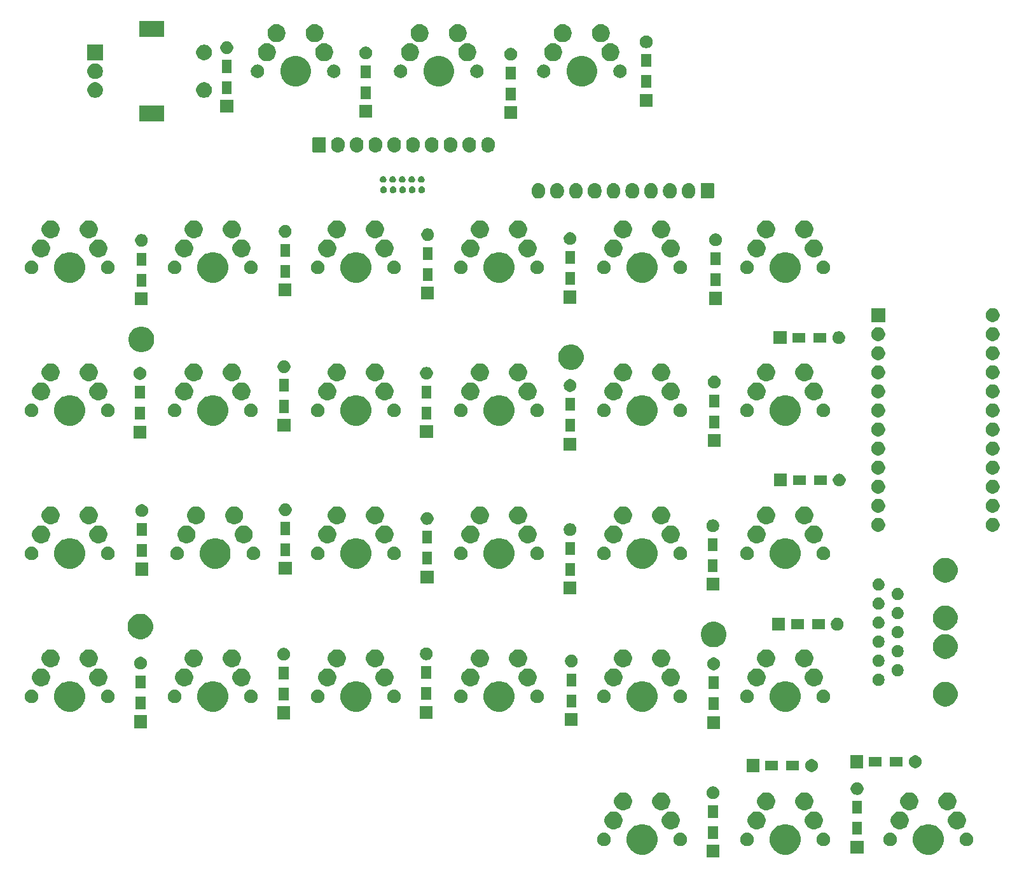
<source format=gbs>
G04 #@! TF.GenerationSoftware,KiCad,Pcbnew,(5.1.5-0-10_14)*
G04 #@! TF.CreationDate,2021-05-07T17:03:44+03:00*
G04 #@! TF.ProjectId,Sotka,536f746b-612e-46b6-9963-61645f706362,rev?*
G04 #@! TF.SameCoordinates,Original*
G04 #@! TF.FileFunction,Soldermask,Bot*
G04 #@! TF.FilePolarity,Negative*
%FSLAX46Y46*%
G04 Gerber Fmt 4.6, Leading zero omitted, Abs format (unit mm)*
G04 Created by KiCad (PCBNEW (5.1.5-0-10_14)) date 2021-05-07 17:03:44*
%MOMM*%
%LPD*%
G04 APERTURE LIST*
%ADD10C,0.100000*%
G04 APERTURE END LIST*
D10*
G36*
X119821000Y-135783500D02*
G01*
X118119000Y-135783500D01*
X118119000Y-134081500D01*
X119821000Y-134081500D01*
X119821000Y-135783500D01*
G37*
G36*
X129183974Y-131383684D02*
G01*
X129401974Y-131473983D01*
X129556123Y-131537833D01*
X129891048Y-131761623D01*
X130175877Y-132046452D01*
X130399667Y-132381377D01*
X130463517Y-132535526D01*
X130553816Y-132753526D01*
X130632400Y-133148594D01*
X130632400Y-133551406D01*
X130553816Y-133946474D01*
X130497886Y-134081500D01*
X130399667Y-134318623D01*
X130175877Y-134653548D01*
X129891048Y-134938377D01*
X129556123Y-135162167D01*
X129401974Y-135226017D01*
X129183974Y-135316316D01*
X128788906Y-135394900D01*
X128386094Y-135394900D01*
X127991026Y-135316316D01*
X127773026Y-135226017D01*
X127618877Y-135162167D01*
X127283952Y-134938377D01*
X126999123Y-134653548D01*
X126775333Y-134318623D01*
X126677114Y-134081500D01*
X126621184Y-133946474D01*
X126542600Y-133551406D01*
X126542600Y-133148594D01*
X126621184Y-132753526D01*
X126711483Y-132535526D01*
X126775333Y-132381377D01*
X126999123Y-132046452D01*
X127283952Y-131761623D01*
X127618877Y-131537833D01*
X127773026Y-131473983D01*
X127991026Y-131383684D01*
X128386094Y-131305100D01*
X128788906Y-131305100D01*
X129183974Y-131383684D01*
G37*
G36*
X110133974Y-131383684D02*
G01*
X110351974Y-131473983D01*
X110506123Y-131537833D01*
X110841048Y-131761623D01*
X111125877Y-132046452D01*
X111349667Y-132381377D01*
X111413517Y-132535526D01*
X111503816Y-132753526D01*
X111582400Y-133148594D01*
X111582400Y-133551406D01*
X111503816Y-133946474D01*
X111447886Y-134081500D01*
X111349667Y-134318623D01*
X111125877Y-134653548D01*
X110841048Y-134938377D01*
X110506123Y-135162167D01*
X110351974Y-135226017D01*
X110133974Y-135316316D01*
X109738906Y-135394900D01*
X109336094Y-135394900D01*
X108941026Y-135316316D01*
X108723026Y-135226017D01*
X108568877Y-135162167D01*
X108233952Y-134938377D01*
X107949123Y-134653548D01*
X107725333Y-134318623D01*
X107627114Y-134081500D01*
X107571184Y-133946474D01*
X107492600Y-133551406D01*
X107492600Y-133148594D01*
X107571184Y-132753526D01*
X107661483Y-132535526D01*
X107725333Y-132381377D01*
X107949123Y-132046452D01*
X108233952Y-131761623D01*
X108568877Y-131537833D01*
X108723026Y-131473983D01*
X108941026Y-131383684D01*
X109336094Y-131305100D01*
X109738906Y-131305100D01*
X110133974Y-131383684D01*
G37*
G36*
X148233974Y-131383684D02*
G01*
X148451974Y-131473983D01*
X148606123Y-131537833D01*
X148941048Y-131761623D01*
X149225877Y-132046452D01*
X149449667Y-132381377D01*
X149513517Y-132535526D01*
X149603816Y-132753526D01*
X149682400Y-133148594D01*
X149682400Y-133551406D01*
X149603816Y-133946474D01*
X149547886Y-134081500D01*
X149449667Y-134318623D01*
X149225877Y-134653548D01*
X148941048Y-134938377D01*
X148606123Y-135162167D01*
X148451974Y-135226017D01*
X148233974Y-135316316D01*
X147838906Y-135394900D01*
X147436094Y-135394900D01*
X147041026Y-135316316D01*
X146823026Y-135226017D01*
X146668877Y-135162167D01*
X146333952Y-134938377D01*
X146049123Y-134653548D01*
X145825333Y-134318623D01*
X145727114Y-134081500D01*
X145671184Y-133946474D01*
X145592600Y-133551406D01*
X145592600Y-133148594D01*
X145671184Y-132753526D01*
X145761483Y-132535526D01*
X145825333Y-132381377D01*
X146049123Y-132046452D01*
X146333952Y-131761623D01*
X146668877Y-131537833D01*
X146823026Y-131473983D01*
X147041026Y-131383684D01*
X147436094Y-131305100D01*
X147838906Y-131305100D01*
X148233974Y-131383684D01*
G37*
G36*
X139001000Y-135231000D02*
G01*
X137299000Y-135231000D01*
X137299000Y-133529000D01*
X139001000Y-133529000D01*
X139001000Y-135231000D01*
G37*
G36*
X104633452Y-132465429D02*
G01*
X104720575Y-132482759D01*
X104829998Y-132528084D01*
X104884711Y-132550747D01*
X105031433Y-132648783D01*
X105032428Y-132649448D01*
X105158052Y-132775072D01*
X105158054Y-132775075D01*
X105256753Y-132922789D01*
X105256753Y-132922790D01*
X105324741Y-133086925D01*
X105359400Y-133261171D01*
X105359400Y-133438829D01*
X105324741Y-133613075D01*
X105279416Y-133722498D01*
X105256753Y-133777211D01*
X105158717Y-133923933D01*
X105158052Y-133924928D01*
X105032428Y-134050552D01*
X105032425Y-134050554D01*
X104884711Y-134149253D01*
X104829998Y-134171916D01*
X104720575Y-134217241D01*
X104633452Y-134234570D01*
X104546331Y-134251900D01*
X104368669Y-134251900D01*
X104281548Y-134234570D01*
X104194425Y-134217241D01*
X104085002Y-134171916D01*
X104030289Y-134149253D01*
X103882575Y-134050554D01*
X103882572Y-134050552D01*
X103756948Y-133924928D01*
X103756283Y-133923933D01*
X103658247Y-133777211D01*
X103635584Y-133722498D01*
X103590259Y-133613075D01*
X103555600Y-133438829D01*
X103555600Y-133261171D01*
X103590259Y-133086925D01*
X103658247Y-132922790D01*
X103658247Y-132922789D01*
X103756946Y-132775075D01*
X103756948Y-132775072D01*
X103882572Y-132649448D01*
X103883567Y-132648783D01*
X104030289Y-132550747D01*
X104085002Y-132528084D01*
X104194425Y-132482759D01*
X104281548Y-132465429D01*
X104368669Y-132448100D01*
X104546331Y-132448100D01*
X104633452Y-132465429D01*
G37*
G36*
X114793452Y-132465429D02*
G01*
X114880575Y-132482759D01*
X114989998Y-132528084D01*
X115044711Y-132550747D01*
X115191433Y-132648783D01*
X115192428Y-132649448D01*
X115318052Y-132775072D01*
X115318054Y-132775075D01*
X115416753Y-132922789D01*
X115416753Y-132922790D01*
X115484741Y-133086925D01*
X115519400Y-133261171D01*
X115519400Y-133438829D01*
X115484741Y-133613075D01*
X115439416Y-133722498D01*
X115416753Y-133777211D01*
X115318717Y-133923933D01*
X115318052Y-133924928D01*
X115192428Y-134050552D01*
X115192425Y-134050554D01*
X115044711Y-134149253D01*
X114989998Y-134171916D01*
X114880575Y-134217241D01*
X114793452Y-134234570D01*
X114706331Y-134251900D01*
X114528669Y-134251900D01*
X114441548Y-134234570D01*
X114354425Y-134217241D01*
X114245002Y-134171916D01*
X114190289Y-134149253D01*
X114042575Y-134050554D01*
X114042572Y-134050552D01*
X113916948Y-133924928D01*
X113916283Y-133923933D01*
X113818247Y-133777211D01*
X113795584Y-133722498D01*
X113750259Y-133613075D01*
X113715600Y-133438829D01*
X113715600Y-133261171D01*
X113750259Y-133086925D01*
X113818247Y-132922790D01*
X113818247Y-132922789D01*
X113916946Y-132775075D01*
X113916948Y-132775072D01*
X114042572Y-132649448D01*
X114043567Y-132648783D01*
X114190289Y-132550747D01*
X114245002Y-132528084D01*
X114354425Y-132482759D01*
X114441548Y-132465429D01*
X114528669Y-132448100D01*
X114706331Y-132448100D01*
X114793452Y-132465429D01*
G37*
G36*
X123683452Y-132465429D02*
G01*
X123770575Y-132482759D01*
X123879998Y-132528084D01*
X123934711Y-132550747D01*
X124081433Y-132648783D01*
X124082428Y-132649448D01*
X124208052Y-132775072D01*
X124208054Y-132775075D01*
X124306753Y-132922789D01*
X124306753Y-132922790D01*
X124374741Y-133086925D01*
X124409400Y-133261171D01*
X124409400Y-133438829D01*
X124374741Y-133613075D01*
X124329416Y-133722498D01*
X124306753Y-133777211D01*
X124208717Y-133923933D01*
X124208052Y-133924928D01*
X124082428Y-134050552D01*
X124082425Y-134050554D01*
X123934711Y-134149253D01*
X123879998Y-134171916D01*
X123770575Y-134217241D01*
X123683452Y-134234570D01*
X123596331Y-134251900D01*
X123418669Y-134251900D01*
X123331548Y-134234570D01*
X123244425Y-134217241D01*
X123135002Y-134171916D01*
X123080289Y-134149253D01*
X122932575Y-134050554D01*
X122932572Y-134050552D01*
X122806948Y-133924928D01*
X122806283Y-133923933D01*
X122708247Y-133777211D01*
X122685584Y-133722498D01*
X122640259Y-133613075D01*
X122605600Y-133438829D01*
X122605600Y-133261171D01*
X122640259Y-133086925D01*
X122708247Y-132922790D01*
X122708247Y-132922789D01*
X122806946Y-132775075D01*
X122806948Y-132775072D01*
X122932572Y-132649448D01*
X122933567Y-132648783D01*
X123080289Y-132550747D01*
X123135002Y-132528084D01*
X123244425Y-132482759D01*
X123331548Y-132465429D01*
X123418669Y-132448100D01*
X123596331Y-132448100D01*
X123683452Y-132465429D01*
G37*
G36*
X133843452Y-132465429D02*
G01*
X133930575Y-132482759D01*
X134039998Y-132528084D01*
X134094711Y-132550747D01*
X134241433Y-132648783D01*
X134242428Y-132649448D01*
X134368052Y-132775072D01*
X134368054Y-132775075D01*
X134466753Y-132922789D01*
X134466753Y-132922790D01*
X134534741Y-133086925D01*
X134569400Y-133261171D01*
X134569400Y-133438829D01*
X134534741Y-133613075D01*
X134489416Y-133722498D01*
X134466753Y-133777211D01*
X134368717Y-133923933D01*
X134368052Y-133924928D01*
X134242428Y-134050552D01*
X134242425Y-134050554D01*
X134094711Y-134149253D01*
X134039998Y-134171916D01*
X133930575Y-134217241D01*
X133843452Y-134234570D01*
X133756331Y-134251900D01*
X133578669Y-134251900D01*
X133491548Y-134234570D01*
X133404425Y-134217241D01*
X133295002Y-134171916D01*
X133240289Y-134149253D01*
X133092575Y-134050554D01*
X133092572Y-134050552D01*
X132966948Y-133924928D01*
X132966283Y-133923933D01*
X132868247Y-133777211D01*
X132845584Y-133722498D01*
X132800259Y-133613075D01*
X132765600Y-133438829D01*
X132765600Y-133261171D01*
X132800259Y-133086925D01*
X132868247Y-132922790D01*
X132868247Y-132922789D01*
X132966946Y-132775075D01*
X132966948Y-132775072D01*
X133092572Y-132649448D01*
X133093567Y-132648783D01*
X133240289Y-132550747D01*
X133295002Y-132528084D01*
X133404425Y-132482759D01*
X133491548Y-132465429D01*
X133578669Y-132448100D01*
X133756331Y-132448100D01*
X133843452Y-132465429D01*
G37*
G36*
X142733452Y-132465429D02*
G01*
X142820575Y-132482759D01*
X142929998Y-132528084D01*
X142984711Y-132550747D01*
X143131433Y-132648783D01*
X143132428Y-132649448D01*
X143258052Y-132775072D01*
X143258054Y-132775075D01*
X143356753Y-132922789D01*
X143356753Y-132922790D01*
X143424741Y-133086925D01*
X143459400Y-133261171D01*
X143459400Y-133438829D01*
X143424741Y-133613075D01*
X143379416Y-133722498D01*
X143356753Y-133777211D01*
X143258717Y-133923933D01*
X143258052Y-133924928D01*
X143132428Y-134050552D01*
X143132425Y-134050554D01*
X142984711Y-134149253D01*
X142929998Y-134171916D01*
X142820575Y-134217241D01*
X142733452Y-134234570D01*
X142646331Y-134251900D01*
X142468669Y-134251900D01*
X142381548Y-134234570D01*
X142294425Y-134217241D01*
X142185002Y-134171916D01*
X142130289Y-134149253D01*
X141982575Y-134050554D01*
X141982572Y-134050552D01*
X141856948Y-133924928D01*
X141856283Y-133923933D01*
X141758247Y-133777211D01*
X141735584Y-133722498D01*
X141690259Y-133613075D01*
X141655600Y-133438829D01*
X141655600Y-133261171D01*
X141690259Y-133086925D01*
X141758247Y-132922790D01*
X141758247Y-132922789D01*
X141856946Y-132775075D01*
X141856948Y-132775072D01*
X141982572Y-132649448D01*
X141983567Y-132648783D01*
X142130289Y-132550747D01*
X142185002Y-132528084D01*
X142294425Y-132482759D01*
X142381548Y-132465429D01*
X142468669Y-132448100D01*
X142646331Y-132448100D01*
X142733452Y-132465429D01*
G37*
G36*
X152893452Y-132465429D02*
G01*
X152980575Y-132482759D01*
X153089998Y-132528084D01*
X153144711Y-132550747D01*
X153291433Y-132648783D01*
X153292428Y-132649448D01*
X153418052Y-132775072D01*
X153418054Y-132775075D01*
X153516753Y-132922789D01*
X153516753Y-132922790D01*
X153584741Y-133086925D01*
X153619400Y-133261171D01*
X153619400Y-133438829D01*
X153584741Y-133613075D01*
X153539416Y-133722498D01*
X153516753Y-133777211D01*
X153418717Y-133923933D01*
X153418052Y-133924928D01*
X153292428Y-134050552D01*
X153292425Y-134050554D01*
X153144711Y-134149253D01*
X153089998Y-134171916D01*
X152980575Y-134217241D01*
X152893452Y-134234570D01*
X152806331Y-134251900D01*
X152628669Y-134251900D01*
X152541548Y-134234570D01*
X152454425Y-134217241D01*
X152345002Y-134171916D01*
X152290289Y-134149253D01*
X152142575Y-134050554D01*
X152142572Y-134050552D01*
X152016948Y-133924928D01*
X152016283Y-133923933D01*
X151918247Y-133777211D01*
X151895584Y-133722498D01*
X151850259Y-133613075D01*
X151815600Y-133438829D01*
X151815600Y-133261171D01*
X151850259Y-133086925D01*
X151918247Y-132922790D01*
X151918247Y-132922789D01*
X152016946Y-132775075D01*
X152016948Y-132775072D01*
X152142572Y-132649448D01*
X152143567Y-132648783D01*
X152290289Y-132550747D01*
X152345002Y-132528084D01*
X152454425Y-132482759D01*
X152541548Y-132465429D01*
X152628669Y-132448100D01*
X152806331Y-132448100D01*
X152893452Y-132465429D01*
G37*
G36*
X119621000Y-133283500D02*
G01*
X118319000Y-133283500D01*
X118319000Y-131581500D01*
X119621000Y-131581500D01*
X119621000Y-133283500D01*
G37*
G36*
X138801000Y-132731000D02*
G01*
X137499000Y-132731000D01*
X137499000Y-131029000D01*
X138801000Y-131029000D01*
X138801000Y-132731000D01*
G37*
G36*
X151795776Y-129661884D02*
G01*
X152013069Y-129751890D01*
X152013071Y-129751891D01*
X152208630Y-129882560D01*
X152374940Y-130048870D01*
X152505610Y-130244431D01*
X152595616Y-130461724D01*
X152641500Y-130692400D01*
X152641500Y-130927600D01*
X152595616Y-131158276D01*
X152534799Y-131305100D01*
X152505609Y-131375571D01*
X152374940Y-131571130D01*
X152208630Y-131737440D01*
X152013071Y-131868109D01*
X152013070Y-131868110D01*
X152013069Y-131868110D01*
X151795776Y-131958116D01*
X151565100Y-132004000D01*
X151329900Y-132004000D01*
X151099224Y-131958116D01*
X150881931Y-131868110D01*
X150881930Y-131868110D01*
X150881929Y-131868109D01*
X150686370Y-131737440D01*
X150520060Y-131571130D01*
X150389391Y-131375571D01*
X150360201Y-131305100D01*
X150299384Y-131158276D01*
X150253500Y-130927600D01*
X150253500Y-130692400D01*
X150299384Y-130461724D01*
X150389390Y-130244431D01*
X150520060Y-130048870D01*
X150686370Y-129882560D01*
X150881929Y-129751891D01*
X150881931Y-129751890D01*
X151099224Y-129661884D01*
X151329900Y-129616000D01*
X151565100Y-129616000D01*
X151795776Y-129661884D01*
G37*
G36*
X144175776Y-129661884D02*
G01*
X144393069Y-129751890D01*
X144393071Y-129751891D01*
X144588630Y-129882560D01*
X144754940Y-130048870D01*
X144885610Y-130244431D01*
X144975616Y-130461724D01*
X145021500Y-130692400D01*
X145021500Y-130927600D01*
X144975616Y-131158276D01*
X144914799Y-131305100D01*
X144885609Y-131375571D01*
X144754940Y-131571130D01*
X144588630Y-131737440D01*
X144393071Y-131868109D01*
X144393070Y-131868110D01*
X144393069Y-131868110D01*
X144175776Y-131958116D01*
X143945100Y-132004000D01*
X143709900Y-132004000D01*
X143479224Y-131958116D01*
X143261931Y-131868110D01*
X143261930Y-131868110D01*
X143261929Y-131868109D01*
X143066370Y-131737440D01*
X142900060Y-131571130D01*
X142769391Y-131375571D01*
X142740201Y-131305100D01*
X142679384Y-131158276D01*
X142633500Y-130927600D01*
X142633500Y-130692400D01*
X142679384Y-130461724D01*
X142769390Y-130244431D01*
X142900060Y-130048870D01*
X143066370Y-129882560D01*
X143261929Y-129751891D01*
X143261931Y-129751890D01*
X143479224Y-129661884D01*
X143709900Y-129616000D01*
X143945100Y-129616000D01*
X144175776Y-129661884D01*
G37*
G36*
X132745776Y-129661884D02*
G01*
X132963069Y-129751890D01*
X132963071Y-129751891D01*
X133158630Y-129882560D01*
X133324940Y-130048870D01*
X133455610Y-130244431D01*
X133545616Y-130461724D01*
X133591500Y-130692400D01*
X133591500Y-130927600D01*
X133545616Y-131158276D01*
X133484799Y-131305100D01*
X133455609Y-131375571D01*
X133324940Y-131571130D01*
X133158630Y-131737440D01*
X132963071Y-131868109D01*
X132963070Y-131868110D01*
X132963069Y-131868110D01*
X132745776Y-131958116D01*
X132515100Y-132004000D01*
X132279900Y-132004000D01*
X132049224Y-131958116D01*
X131831931Y-131868110D01*
X131831930Y-131868110D01*
X131831929Y-131868109D01*
X131636370Y-131737440D01*
X131470060Y-131571130D01*
X131339391Y-131375571D01*
X131310201Y-131305100D01*
X131249384Y-131158276D01*
X131203500Y-130927600D01*
X131203500Y-130692400D01*
X131249384Y-130461724D01*
X131339390Y-130244431D01*
X131470060Y-130048870D01*
X131636370Y-129882560D01*
X131831929Y-129751891D01*
X131831931Y-129751890D01*
X132049224Y-129661884D01*
X132279900Y-129616000D01*
X132515100Y-129616000D01*
X132745776Y-129661884D01*
G37*
G36*
X125125776Y-129661884D02*
G01*
X125343069Y-129751890D01*
X125343071Y-129751891D01*
X125538630Y-129882560D01*
X125704940Y-130048870D01*
X125835610Y-130244431D01*
X125925616Y-130461724D01*
X125971500Y-130692400D01*
X125971500Y-130927600D01*
X125925616Y-131158276D01*
X125864799Y-131305100D01*
X125835609Y-131375571D01*
X125704940Y-131571130D01*
X125538630Y-131737440D01*
X125343071Y-131868109D01*
X125343070Y-131868110D01*
X125343069Y-131868110D01*
X125125776Y-131958116D01*
X124895100Y-132004000D01*
X124659900Y-132004000D01*
X124429224Y-131958116D01*
X124211931Y-131868110D01*
X124211930Y-131868110D01*
X124211929Y-131868109D01*
X124016370Y-131737440D01*
X123850060Y-131571130D01*
X123719391Y-131375571D01*
X123690201Y-131305100D01*
X123629384Y-131158276D01*
X123583500Y-130927600D01*
X123583500Y-130692400D01*
X123629384Y-130461724D01*
X123719390Y-130244431D01*
X123850060Y-130048870D01*
X124016370Y-129882560D01*
X124211929Y-129751891D01*
X124211931Y-129751890D01*
X124429224Y-129661884D01*
X124659900Y-129616000D01*
X124895100Y-129616000D01*
X125125776Y-129661884D01*
G37*
G36*
X113695776Y-129661884D02*
G01*
X113913069Y-129751890D01*
X113913071Y-129751891D01*
X114108630Y-129882560D01*
X114274940Y-130048870D01*
X114405610Y-130244431D01*
X114495616Y-130461724D01*
X114541500Y-130692400D01*
X114541500Y-130927600D01*
X114495616Y-131158276D01*
X114434799Y-131305100D01*
X114405609Y-131375571D01*
X114274940Y-131571130D01*
X114108630Y-131737440D01*
X113913071Y-131868109D01*
X113913070Y-131868110D01*
X113913069Y-131868110D01*
X113695776Y-131958116D01*
X113465100Y-132004000D01*
X113229900Y-132004000D01*
X112999224Y-131958116D01*
X112781931Y-131868110D01*
X112781930Y-131868110D01*
X112781929Y-131868109D01*
X112586370Y-131737440D01*
X112420060Y-131571130D01*
X112289391Y-131375571D01*
X112260201Y-131305100D01*
X112199384Y-131158276D01*
X112153500Y-130927600D01*
X112153500Y-130692400D01*
X112199384Y-130461724D01*
X112289390Y-130244431D01*
X112420060Y-130048870D01*
X112586370Y-129882560D01*
X112781929Y-129751891D01*
X112781931Y-129751890D01*
X112999224Y-129661884D01*
X113229900Y-129616000D01*
X113465100Y-129616000D01*
X113695776Y-129661884D01*
G37*
G36*
X106075776Y-129661884D02*
G01*
X106293069Y-129751890D01*
X106293071Y-129751891D01*
X106488630Y-129882560D01*
X106654940Y-130048870D01*
X106785610Y-130244431D01*
X106875616Y-130461724D01*
X106921500Y-130692400D01*
X106921500Y-130927600D01*
X106875616Y-131158276D01*
X106814799Y-131305100D01*
X106785609Y-131375571D01*
X106654940Y-131571130D01*
X106488630Y-131737440D01*
X106293071Y-131868109D01*
X106293070Y-131868110D01*
X106293069Y-131868110D01*
X106075776Y-131958116D01*
X105845100Y-132004000D01*
X105609900Y-132004000D01*
X105379224Y-131958116D01*
X105161931Y-131868110D01*
X105161930Y-131868110D01*
X105161929Y-131868109D01*
X104966370Y-131737440D01*
X104800060Y-131571130D01*
X104669391Y-131375571D01*
X104640201Y-131305100D01*
X104579384Y-131158276D01*
X104533500Y-130927600D01*
X104533500Y-130692400D01*
X104579384Y-130461724D01*
X104669390Y-130244431D01*
X104800060Y-130048870D01*
X104966370Y-129882560D01*
X105161929Y-129751891D01*
X105161931Y-129751890D01*
X105379224Y-129661884D01*
X105609900Y-129616000D01*
X105845100Y-129616000D01*
X106075776Y-129661884D01*
G37*
G36*
X119621000Y-130483500D02*
G01*
X118319000Y-130483500D01*
X118319000Y-128781500D01*
X119621000Y-128781500D01*
X119621000Y-130483500D01*
G37*
G36*
X138801000Y-129931000D02*
G01*
X137499000Y-129931000D01*
X137499000Y-128229000D01*
X138801000Y-128229000D01*
X138801000Y-129931000D01*
G37*
G36*
X150525776Y-127121884D02*
G01*
X150743069Y-127211890D01*
X150743071Y-127211891D01*
X150938630Y-127342560D01*
X151104940Y-127508870D01*
X151215932Y-127674980D01*
X151235610Y-127704431D01*
X151325616Y-127921724D01*
X151371500Y-128152400D01*
X151371500Y-128387600D01*
X151325616Y-128618276D01*
X151258006Y-128781500D01*
X151235609Y-128835571D01*
X151104940Y-129031130D01*
X150938630Y-129197440D01*
X150743071Y-129328109D01*
X150743070Y-129328110D01*
X150743069Y-129328110D01*
X150525776Y-129418116D01*
X150295100Y-129464000D01*
X150059900Y-129464000D01*
X149829224Y-129418116D01*
X149611931Y-129328110D01*
X149611930Y-129328110D01*
X149611929Y-129328109D01*
X149416370Y-129197440D01*
X149250060Y-129031130D01*
X149119391Y-128835571D01*
X149096994Y-128781500D01*
X149029384Y-128618276D01*
X148983500Y-128387600D01*
X148983500Y-128152400D01*
X149029384Y-127921724D01*
X149119390Y-127704431D01*
X149139069Y-127674980D01*
X149250060Y-127508870D01*
X149416370Y-127342560D01*
X149611929Y-127211891D01*
X149611931Y-127211890D01*
X149829224Y-127121884D01*
X150059900Y-127076000D01*
X150295100Y-127076000D01*
X150525776Y-127121884D01*
G37*
G36*
X145445776Y-127121884D02*
G01*
X145663069Y-127211890D01*
X145663071Y-127211891D01*
X145858630Y-127342560D01*
X146024940Y-127508870D01*
X146135932Y-127674980D01*
X146155610Y-127704431D01*
X146245616Y-127921724D01*
X146291500Y-128152400D01*
X146291500Y-128387600D01*
X146245616Y-128618276D01*
X146178006Y-128781500D01*
X146155609Y-128835571D01*
X146024940Y-129031130D01*
X145858630Y-129197440D01*
X145663071Y-129328109D01*
X145663070Y-129328110D01*
X145663069Y-129328110D01*
X145445776Y-129418116D01*
X145215100Y-129464000D01*
X144979900Y-129464000D01*
X144749224Y-129418116D01*
X144531931Y-129328110D01*
X144531930Y-129328110D01*
X144531929Y-129328109D01*
X144336370Y-129197440D01*
X144170060Y-129031130D01*
X144039391Y-128835571D01*
X144016994Y-128781500D01*
X143949384Y-128618276D01*
X143903500Y-128387600D01*
X143903500Y-128152400D01*
X143949384Y-127921724D01*
X144039390Y-127704431D01*
X144059069Y-127674980D01*
X144170060Y-127508870D01*
X144336370Y-127342560D01*
X144531929Y-127211891D01*
X144531931Y-127211890D01*
X144749224Y-127121884D01*
X144979900Y-127076000D01*
X145215100Y-127076000D01*
X145445776Y-127121884D01*
G37*
G36*
X107345776Y-127121884D02*
G01*
X107563069Y-127211890D01*
X107563071Y-127211891D01*
X107758630Y-127342560D01*
X107924940Y-127508870D01*
X108035932Y-127674980D01*
X108055610Y-127704431D01*
X108145616Y-127921724D01*
X108191500Y-128152400D01*
X108191500Y-128387600D01*
X108145616Y-128618276D01*
X108078006Y-128781500D01*
X108055609Y-128835571D01*
X107924940Y-129031130D01*
X107758630Y-129197440D01*
X107563071Y-129328109D01*
X107563070Y-129328110D01*
X107563069Y-129328110D01*
X107345776Y-129418116D01*
X107115100Y-129464000D01*
X106879900Y-129464000D01*
X106649224Y-129418116D01*
X106431931Y-129328110D01*
X106431930Y-129328110D01*
X106431929Y-129328109D01*
X106236370Y-129197440D01*
X106070060Y-129031130D01*
X105939391Y-128835571D01*
X105916994Y-128781500D01*
X105849384Y-128618276D01*
X105803500Y-128387600D01*
X105803500Y-128152400D01*
X105849384Y-127921724D01*
X105939390Y-127704431D01*
X105959069Y-127674980D01*
X106070060Y-127508870D01*
X106236370Y-127342560D01*
X106431929Y-127211891D01*
X106431931Y-127211890D01*
X106649224Y-127121884D01*
X106879900Y-127076000D01*
X107115100Y-127076000D01*
X107345776Y-127121884D01*
G37*
G36*
X112425776Y-127121884D02*
G01*
X112643069Y-127211890D01*
X112643071Y-127211891D01*
X112838630Y-127342560D01*
X113004940Y-127508870D01*
X113115932Y-127674980D01*
X113135610Y-127704431D01*
X113225616Y-127921724D01*
X113271500Y-128152400D01*
X113271500Y-128387600D01*
X113225616Y-128618276D01*
X113158006Y-128781500D01*
X113135609Y-128835571D01*
X113004940Y-129031130D01*
X112838630Y-129197440D01*
X112643071Y-129328109D01*
X112643070Y-129328110D01*
X112643069Y-129328110D01*
X112425776Y-129418116D01*
X112195100Y-129464000D01*
X111959900Y-129464000D01*
X111729224Y-129418116D01*
X111511931Y-129328110D01*
X111511930Y-129328110D01*
X111511929Y-129328109D01*
X111316370Y-129197440D01*
X111150060Y-129031130D01*
X111019391Y-128835571D01*
X110996994Y-128781500D01*
X110929384Y-128618276D01*
X110883500Y-128387600D01*
X110883500Y-128152400D01*
X110929384Y-127921724D01*
X111019390Y-127704431D01*
X111039069Y-127674980D01*
X111150060Y-127508870D01*
X111316370Y-127342560D01*
X111511929Y-127211891D01*
X111511931Y-127211890D01*
X111729224Y-127121884D01*
X111959900Y-127076000D01*
X112195100Y-127076000D01*
X112425776Y-127121884D01*
G37*
G36*
X126395776Y-127121884D02*
G01*
X126613069Y-127211890D01*
X126613071Y-127211891D01*
X126808630Y-127342560D01*
X126974940Y-127508870D01*
X127085932Y-127674980D01*
X127105610Y-127704431D01*
X127195616Y-127921724D01*
X127241500Y-128152400D01*
X127241500Y-128387600D01*
X127195616Y-128618276D01*
X127128006Y-128781500D01*
X127105609Y-128835571D01*
X126974940Y-129031130D01*
X126808630Y-129197440D01*
X126613071Y-129328109D01*
X126613070Y-129328110D01*
X126613069Y-129328110D01*
X126395776Y-129418116D01*
X126165100Y-129464000D01*
X125929900Y-129464000D01*
X125699224Y-129418116D01*
X125481931Y-129328110D01*
X125481930Y-129328110D01*
X125481929Y-129328109D01*
X125286370Y-129197440D01*
X125120060Y-129031130D01*
X124989391Y-128835571D01*
X124966994Y-128781500D01*
X124899384Y-128618276D01*
X124853500Y-128387600D01*
X124853500Y-128152400D01*
X124899384Y-127921724D01*
X124989390Y-127704431D01*
X125009069Y-127674980D01*
X125120060Y-127508870D01*
X125286370Y-127342560D01*
X125481929Y-127211891D01*
X125481931Y-127211890D01*
X125699224Y-127121884D01*
X125929900Y-127076000D01*
X126165100Y-127076000D01*
X126395776Y-127121884D01*
G37*
G36*
X131475776Y-127121884D02*
G01*
X131693069Y-127211890D01*
X131693071Y-127211891D01*
X131888630Y-127342560D01*
X132054940Y-127508870D01*
X132165932Y-127674980D01*
X132185610Y-127704431D01*
X132275616Y-127921724D01*
X132321500Y-128152400D01*
X132321500Y-128387600D01*
X132275616Y-128618276D01*
X132208006Y-128781500D01*
X132185609Y-128835571D01*
X132054940Y-129031130D01*
X131888630Y-129197440D01*
X131693071Y-129328109D01*
X131693070Y-129328110D01*
X131693069Y-129328110D01*
X131475776Y-129418116D01*
X131245100Y-129464000D01*
X131009900Y-129464000D01*
X130779224Y-129418116D01*
X130561931Y-129328110D01*
X130561930Y-129328110D01*
X130561929Y-129328109D01*
X130366370Y-129197440D01*
X130200060Y-129031130D01*
X130069391Y-128835571D01*
X130046994Y-128781500D01*
X129979384Y-128618276D01*
X129933500Y-128387600D01*
X129933500Y-128152400D01*
X129979384Y-127921724D01*
X130069390Y-127704431D01*
X130089069Y-127674980D01*
X130200060Y-127508870D01*
X130366370Y-127342560D01*
X130561929Y-127211891D01*
X130561931Y-127211890D01*
X130779224Y-127121884D01*
X131009900Y-127076000D01*
X131245100Y-127076000D01*
X131475776Y-127121884D01*
G37*
G36*
X119218228Y-126314203D02*
G01*
X119373100Y-126378353D01*
X119512481Y-126471485D01*
X119631015Y-126590019D01*
X119724147Y-126729400D01*
X119788297Y-126884272D01*
X119821000Y-127048684D01*
X119821000Y-127216316D01*
X119788297Y-127380728D01*
X119724147Y-127535600D01*
X119631015Y-127674981D01*
X119512481Y-127793515D01*
X119373100Y-127886647D01*
X119218228Y-127950797D01*
X119053816Y-127983500D01*
X118886184Y-127983500D01*
X118721772Y-127950797D01*
X118566900Y-127886647D01*
X118427519Y-127793515D01*
X118308985Y-127674981D01*
X118215853Y-127535600D01*
X118151703Y-127380728D01*
X118119000Y-127216316D01*
X118119000Y-127048684D01*
X118151703Y-126884272D01*
X118215853Y-126729400D01*
X118308985Y-126590019D01*
X118427519Y-126471485D01*
X118566900Y-126378353D01*
X118721772Y-126314203D01*
X118886184Y-126281500D01*
X119053816Y-126281500D01*
X119218228Y-126314203D01*
G37*
G36*
X138398228Y-125761703D02*
G01*
X138553100Y-125825853D01*
X138692481Y-125918985D01*
X138811015Y-126037519D01*
X138904147Y-126176900D01*
X138968297Y-126331772D01*
X139001000Y-126496184D01*
X139001000Y-126663816D01*
X138968297Y-126828228D01*
X138904147Y-126983100D01*
X138811015Y-127122481D01*
X138692481Y-127241015D01*
X138553100Y-127334147D01*
X138398228Y-127398297D01*
X138233816Y-127431000D01*
X138066184Y-127431000D01*
X137901772Y-127398297D01*
X137746900Y-127334147D01*
X137607519Y-127241015D01*
X137488985Y-127122481D01*
X137395853Y-126983100D01*
X137331703Y-126828228D01*
X137299000Y-126663816D01*
X137299000Y-126496184D01*
X137331703Y-126331772D01*
X137395853Y-126176900D01*
X137488985Y-126037519D01*
X137607519Y-125918985D01*
X137746900Y-125825853D01*
X137901772Y-125761703D01*
X138066184Y-125729000D01*
X138233816Y-125729000D01*
X138398228Y-125761703D01*
G37*
G36*
X125141000Y-124361000D02*
G01*
X123439000Y-124361000D01*
X123439000Y-122659000D01*
X125141000Y-122659000D01*
X125141000Y-124361000D01*
G37*
G36*
X132338228Y-122691703D02*
G01*
X132493100Y-122755853D01*
X132632481Y-122848985D01*
X132751015Y-122967519D01*
X132844147Y-123106900D01*
X132908297Y-123261772D01*
X132941000Y-123426184D01*
X132941000Y-123593816D01*
X132908297Y-123758228D01*
X132844147Y-123913100D01*
X132751015Y-124052481D01*
X132632481Y-124171015D01*
X132493100Y-124264147D01*
X132338228Y-124328297D01*
X132173816Y-124361000D01*
X132006184Y-124361000D01*
X131841772Y-124328297D01*
X131686900Y-124264147D01*
X131547519Y-124171015D01*
X131428985Y-124052481D01*
X131335853Y-123913100D01*
X131271703Y-123758228D01*
X131239000Y-123593816D01*
X131239000Y-123426184D01*
X131271703Y-123261772D01*
X131335853Y-123106900D01*
X131428985Y-122967519D01*
X131547519Y-122848985D01*
X131686900Y-122755853D01*
X131841772Y-122691703D01*
X132006184Y-122659000D01*
X132173816Y-122659000D01*
X132338228Y-122691703D01*
G37*
G36*
X127641000Y-124161000D02*
G01*
X125939000Y-124161000D01*
X125939000Y-122859000D01*
X127641000Y-122859000D01*
X127641000Y-124161000D01*
G37*
G36*
X130441000Y-124161000D02*
G01*
X128739000Y-124161000D01*
X128739000Y-122859000D01*
X130441000Y-122859000D01*
X130441000Y-124161000D01*
G37*
G36*
X138941000Y-123851000D02*
G01*
X137239000Y-123851000D01*
X137239000Y-122149000D01*
X138941000Y-122149000D01*
X138941000Y-123851000D01*
G37*
G36*
X146138228Y-122181703D02*
G01*
X146293100Y-122245853D01*
X146432481Y-122338985D01*
X146551015Y-122457519D01*
X146644147Y-122596900D01*
X146708297Y-122751772D01*
X146741000Y-122916184D01*
X146741000Y-123083816D01*
X146708297Y-123248228D01*
X146644147Y-123403100D01*
X146551015Y-123542481D01*
X146432481Y-123661015D01*
X146293100Y-123754147D01*
X146138228Y-123818297D01*
X145973816Y-123851000D01*
X145806184Y-123851000D01*
X145641772Y-123818297D01*
X145486900Y-123754147D01*
X145347519Y-123661015D01*
X145228985Y-123542481D01*
X145135853Y-123403100D01*
X145071703Y-123248228D01*
X145039000Y-123083816D01*
X145039000Y-122916184D01*
X145071703Y-122751772D01*
X145135853Y-122596900D01*
X145228985Y-122457519D01*
X145347519Y-122338985D01*
X145486900Y-122245853D01*
X145641772Y-122181703D01*
X145806184Y-122149000D01*
X145973816Y-122149000D01*
X146138228Y-122181703D01*
G37*
G36*
X141441000Y-123651000D02*
G01*
X139739000Y-123651000D01*
X139739000Y-122349000D01*
X141441000Y-122349000D01*
X141441000Y-123651000D01*
G37*
G36*
X144241000Y-123651000D02*
G01*
X142539000Y-123651000D01*
X142539000Y-122349000D01*
X144241000Y-122349000D01*
X144241000Y-123651000D01*
G37*
G36*
X119901000Y-118613500D02*
G01*
X118199000Y-118613500D01*
X118199000Y-116911500D01*
X119901000Y-116911500D01*
X119901000Y-118613500D01*
G37*
G36*
X43611000Y-118521000D02*
G01*
X41909000Y-118521000D01*
X41909000Y-116819000D01*
X43611000Y-116819000D01*
X43611000Y-118521000D01*
G37*
G36*
X100971000Y-118236000D02*
G01*
X99269000Y-118236000D01*
X99269000Y-116534000D01*
X100971000Y-116534000D01*
X100971000Y-118236000D01*
G37*
G36*
X62671000Y-117331000D02*
G01*
X60969000Y-117331000D01*
X60969000Y-115629000D01*
X62671000Y-115629000D01*
X62671000Y-117331000D01*
G37*
G36*
X81651000Y-117273500D02*
G01*
X79949000Y-117273500D01*
X79949000Y-115571500D01*
X81651000Y-115571500D01*
X81651000Y-117273500D01*
G37*
G36*
X129183974Y-112333684D02*
G01*
X129401974Y-112423983D01*
X129556123Y-112487833D01*
X129891048Y-112711623D01*
X130175877Y-112996452D01*
X130399667Y-113331377D01*
X130463517Y-113485526D01*
X130553816Y-113703526D01*
X130632400Y-114098594D01*
X130632400Y-114501406D01*
X130553816Y-114896474D01*
X130495369Y-115037578D01*
X130399667Y-115268623D01*
X130175877Y-115603548D01*
X129891048Y-115888377D01*
X129556123Y-116112167D01*
X129401974Y-116176017D01*
X129183974Y-116266316D01*
X128788906Y-116344900D01*
X128386094Y-116344900D01*
X127991026Y-116266316D01*
X127773026Y-116176017D01*
X127618877Y-116112167D01*
X127283952Y-115888377D01*
X126999123Y-115603548D01*
X126775333Y-115268623D01*
X126679631Y-115037578D01*
X126621184Y-114896474D01*
X126542600Y-114501406D01*
X126542600Y-114098594D01*
X126621184Y-113703526D01*
X126711483Y-113485526D01*
X126775333Y-113331377D01*
X126999123Y-112996452D01*
X127283952Y-112711623D01*
X127618877Y-112487833D01*
X127773026Y-112423983D01*
X127991026Y-112333684D01*
X128386094Y-112255100D01*
X128788906Y-112255100D01*
X129183974Y-112333684D01*
G37*
G36*
X110133974Y-112333684D02*
G01*
X110351974Y-112423983D01*
X110506123Y-112487833D01*
X110841048Y-112711623D01*
X111125877Y-112996452D01*
X111349667Y-113331377D01*
X111413517Y-113485526D01*
X111503816Y-113703526D01*
X111582400Y-114098594D01*
X111582400Y-114501406D01*
X111503816Y-114896474D01*
X111445369Y-115037578D01*
X111349667Y-115268623D01*
X111125877Y-115603548D01*
X110841048Y-115888377D01*
X110506123Y-116112167D01*
X110351974Y-116176017D01*
X110133974Y-116266316D01*
X109738906Y-116344900D01*
X109336094Y-116344900D01*
X108941026Y-116266316D01*
X108723026Y-116176017D01*
X108568877Y-116112167D01*
X108233952Y-115888377D01*
X107949123Y-115603548D01*
X107725333Y-115268623D01*
X107629631Y-115037578D01*
X107571184Y-114896474D01*
X107492600Y-114501406D01*
X107492600Y-114098594D01*
X107571184Y-113703526D01*
X107661483Y-113485526D01*
X107725333Y-113331377D01*
X107949123Y-112996452D01*
X108233952Y-112711623D01*
X108568877Y-112487833D01*
X108723026Y-112423983D01*
X108941026Y-112333684D01*
X109336094Y-112255100D01*
X109738906Y-112255100D01*
X110133974Y-112333684D01*
G37*
G36*
X72033974Y-112333684D02*
G01*
X72251974Y-112423983D01*
X72406123Y-112487833D01*
X72741048Y-112711623D01*
X73025877Y-112996452D01*
X73249667Y-113331377D01*
X73313517Y-113485526D01*
X73403816Y-113703526D01*
X73482400Y-114098594D01*
X73482400Y-114501406D01*
X73403816Y-114896474D01*
X73345369Y-115037578D01*
X73249667Y-115268623D01*
X73025877Y-115603548D01*
X72741048Y-115888377D01*
X72406123Y-116112167D01*
X72251974Y-116176017D01*
X72033974Y-116266316D01*
X71638906Y-116344900D01*
X71236094Y-116344900D01*
X70841026Y-116266316D01*
X70623026Y-116176017D01*
X70468877Y-116112167D01*
X70133952Y-115888377D01*
X69849123Y-115603548D01*
X69625333Y-115268623D01*
X69529631Y-115037578D01*
X69471184Y-114896474D01*
X69392600Y-114501406D01*
X69392600Y-114098594D01*
X69471184Y-113703526D01*
X69561483Y-113485526D01*
X69625333Y-113331377D01*
X69849123Y-112996452D01*
X70133952Y-112711623D01*
X70468877Y-112487833D01*
X70623026Y-112423983D01*
X70841026Y-112333684D01*
X71236094Y-112255100D01*
X71638906Y-112255100D01*
X72033974Y-112333684D01*
G37*
G36*
X33933974Y-112333684D02*
G01*
X34151974Y-112423983D01*
X34306123Y-112487833D01*
X34641048Y-112711623D01*
X34925877Y-112996452D01*
X35149667Y-113331377D01*
X35213517Y-113485526D01*
X35303816Y-113703526D01*
X35382400Y-114098594D01*
X35382400Y-114501406D01*
X35303816Y-114896474D01*
X35245369Y-115037578D01*
X35149667Y-115268623D01*
X34925877Y-115603548D01*
X34641048Y-115888377D01*
X34306123Y-116112167D01*
X34151974Y-116176017D01*
X33933974Y-116266316D01*
X33538906Y-116344900D01*
X33136094Y-116344900D01*
X32741026Y-116266316D01*
X32523026Y-116176017D01*
X32368877Y-116112167D01*
X32033952Y-115888377D01*
X31749123Y-115603548D01*
X31525333Y-115268623D01*
X31429631Y-115037578D01*
X31371184Y-114896474D01*
X31292600Y-114501406D01*
X31292600Y-114098594D01*
X31371184Y-113703526D01*
X31461483Y-113485526D01*
X31525333Y-113331377D01*
X31749123Y-112996452D01*
X32033952Y-112711623D01*
X32368877Y-112487833D01*
X32523026Y-112423983D01*
X32741026Y-112333684D01*
X33136094Y-112255100D01*
X33538906Y-112255100D01*
X33933974Y-112333684D01*
G37*
G36*
X91083974Y-112333684D02*
G01*
X91301974Y-112423983D01*
X91456123Y-112487833D01*
X91791048Y-112711623D01*
X92075877Y-112996452D01*
X92299667Y-113331377D01*
X92363517Y-113485526D01*
X92453816Y-113703526D01*
X92532400Y-114098594D01*
X92532400Y-114501406D01*
X92453816Y-114896474D01*
X92395369Y-115037578D01*
X92299667Y-115268623D01*
X92075877Y-115603548D01*
X91791048Y-115888377D01*
X91456123Y-116112167D01*
X91301974Y-116176017D01*
X91083974Y-116266316D01*
X90688906Y-116344900D01*
X90286094Y-116344900D01*
X89891026Y-116266316D01*
X89673026Y-116176017D01*
X89518877Y-116112167D01*
X89183952Y-115888377D01*
X88899123Y-115603548D01*
X88675333Y-115268623D01*
X88579631Y-115037578D01*
X88521184Y-114896474D01*
X88442600Y-114501406D01*
X88442600Y-114098594D01*
X88521184Y-113703526D01*
X88611483Y-113485526D01*
X88675333Y-113331377D01*
X88899123Y-112996452D01*
X89183952Y-112711623D01*
X89518877Y-112487833D01*
X89673026Y-112423983D01*
X89891026Y-112333684D01*
X90286094Y-112255100D01*
X90688906Y-112255100D01*
X91083974Y-112333684D01*
G37*
G36*
X52983974Y-112333684D02*
G01*
X53201974Y-112423983D01*
X53356123Y-112487833D01*
X53691048Y-112711623D01*
X53975877Y-112996452D01*
X54199667Y-113331377D01*
X54263517Y-113485526D01*
X54353816Y-113703526D01*
X54432400Y-114098594D01*
X54432400Y-114501406D01*
X54353816Y-114896474D01*
X54295369Y-115037578D01*
X54199667Y-115268623D01*
X53975877Y-115603548D01*
X53691048Y-115888377D01*
X53356123Y-116112167D01*
X53201974Y-116176017D01*
X52983974Y-116266316D01*
X52588906Y-116344900D01*
X52186094Y-116344900D01*
X51791026Y-116266316D01*
X51573026Y-116176017D01*
X51418877Y-116112167D01*
X51083952Y-115888377D01*
X50799123Y-115603548D01*
X50575333Y-115268623D01*
X50479631Y-115037578D01*
X50421184Y-114896474D01*
X50342600Y-114501406D01*
X50342600Y-114098594D01*
X50421184Y-113703526D01*
X50511483Y-113485526D01*
X50575333Y-113331377D01*
X50799123Y-112996452D01*
X51083952Y-112711623D01*
X51418877Y-112487833D01*
X51573026Y-112423983D01*
X51791026Y-112333684D01*
X52186094Y-112255100D01*
X52588906Y-112255100D01*
X52983974Y-112333684D01*
G37*
G36*
X119701000Y-116113500D02*
G01*
X118399000Y-116113500D01*
X118399000Y-114411500D01*
X119701000Y-114411500D01*
X119701000Y-116113500D01*
G37*
G36*
X43411000Y-116021000D02*
G01*
X42109000Y-116021000D01*
X42109000Y-114319000D01*
X43411000Y-114319000D01*
X43411000Y-116021000D01*
G37*
G36*
X100771000Y-115736000D02*
G01*
X99469000Y-115736000D01*
X99469000Y-114034000D01*
X100771000Y-114034000D01*
X100771000Y-115736000D01*
G37*
G36*
X150212133Y-112365527D02*
G01*
X150371637Y-112397255D01*
X150459651Y-112433711D01*
X150672136Y-112521725D01*
X150942578Y-112702429D01*
X151172571Y-112932422D01*
X151353275Y-113202864D01*
X151434144Y-113398100D01*
X151477745Y-113503363D01*
X151541200Y-113822371D01*
X151541200Y-114147629D01*
X151477745Y-114466637D01*
X151463343Y-114501406D01*
X151353275Y-114767136D01*
X151172571Y-115037578D01*
X150942578Y-115267571D01*
X150672136Y-115448275D01*
X150459651Y-115536289D01*
X150371637Y-115572745D01*
X150216786Y-115603547D01*
X150052630Y-115636200D01*
X149727370Y-115636200D01*
X149563214Y-115603547D01*
X149408363Y-115572745D01*
X149320349Y-115536289D01*
X149107864Y-115448275D01*
X148837422Y-115267571D01*
X148607429Y-115037578D01*
X148426725Y-114767136D01*
X148316657Y-114501406D01*
X148302255Y-114466637D01*
X148238800Y-114147629D01*
X148238800Y-113822371D01*
X148302255Y-113503363D01*
X148345856Y-113398100D01*
X148426725Y-113202864D01*
X148607429Y-112932422D01*
X148837422Y-112702429D01*
X149107864Y-112521725D01*
X149320349Y-112433711D01*
X149408363Y-112397255D01*
X149567867Y-112365527D01*
X149727370Y-112333800D01*
X150052630Y-112333800D01*
X150212133Y-112365527D01*
G37*
G36*
X104633452Y-113415429D02*
G01*
X104720575Y-113432759D01*
X104829998Y-113478084D01*
X104884711Y-113500747D01*
X105031433Y-113598783D01*
X105032428Y-113599448D01*
X105158052Y-113725072D01*
X105158054Y-113725075D01*
X105256753Y-113872789D01*
X105256753Y-113872790D01*
X105324741Y-114036925D01*
X105359400Y-114211171D01*
X105359400Y-114388829D01*
X105324741Y-114563075D01*
X105279416Y-114672498D01*
X105256753Y-114727211D01*
X105158717Y-114873933D01*
X105158052Y-114874928D01*
X105032428Y-115000552D01*
X105032425Y-115000554D01*
X104884711Y-115099253D01*
X104829998Y-115121916D01*
X104720575Y-115167241D01*
X104633452Y-115184570D01*
X104546331Y-115201900D01*
X104368669Y-115201900D01*
X104281548Y-115184570D01*
X104194425Y-115167241D01*
X104085002Y-115121916D01*
X104030289Y-115099253D01*
X103882575Y-115000554D01*
X103882572Y-115000552D01*
X103756948Y-114874928D01*
X103756283Y-114873933D01*
X103658247Y-114727211D01*
X103635584Y-114672498D01*
X103590259Y-114563075D01*
X103555600Y-114388829D01*
X103555600Y-114211171D01*
X103590259Y-114036925D01*
X103658247Y-113872790D01*
X103658247Y-113872789D01*
X103756946Y-113725075D01*
X103756948Y-113725072D01*
X103882572Y-113599448D01*
X103883567Y-113598783D01*
X104030289Y-113500747D01*
X104085002Y-113478084D01*
X104194425Y-113432759D01*
X104281548Y-113415429D01*
X104368669Y-113398100D01*
X104546331Y-113398100D01*
X104633452Y-113415429D01*
G37*
G36*
X114793452Y-113415429D02*
G01*
X114880575Y-113432759D01*
X114989998Y-113478084D01*
X115044711Y-113500747D01*
X115191433Y-113598783D01*
X115192428Y-113599448D01*
X115318052Y-113725072D01*
X115318054Y-113725075D01*
X115416753Y-113872789D01*
X115416753Y-113872790D01*
X115484741Y-114036925D01*
X115519400Y-114211171D01*
X115519400Y-114388829D01*
X115484741Y-114563075D01*
X115439416Y-114672498D01*
X115416753Y-114727211D01*
X115318717Y-114873933D01*
X115318052Y-114874928D01*
X115192428Y-115000552D01*
X115192425Y-115000554D01*
X115044711Y-115099253D01*
X114989998Y-115121916D01*
X114880575Y-115167241D01*
X114793452Y-115184570D01*
X114706331Y-115201900D01*
X114528669Y-115201900D01*
X114441548Y-115184570D01*
X114354425Y-115167241D01*
X114245002Y-115121916D01*
X114190289Y-115099253D01*
X114042575Y-115000554D01*
X114042572Y-115000552D01*
X113916948Y-114874928D01*
X113916283Y-114873933D01*
X113818247Y-114727211D01*
X113795584Y-114672498D01*
X113750259Y-114563075D01*
X113715600Y-114388829D01*
X113715600Y-114211171D01*
X113750259Y-114036925D01*
X113818247Y-113872790D01*
X113818247Y-113872789D01*
X113916946Y-113725075D01*
X113916948Y-113725072D01*
X114042572Y-113599448D01*
X114043567Y-113598783D01*
X114190289Y-113500747D01*
X114245002Y-113478084D01*
X114354425Y-113432759D01*
X114441548Y-113415429D01*
X114528669Y-113398100D01*
X114706331Y-113398100D01*
X114793452Y-113415429D01*
G37*
G36*
X95743452Y-113415429D02*
G01*
X95830575Y-113432759D01*
X95939998Y-113478084D01*
X95994711Y-113500747D01*
X96141433Y-113598783D01*
X96142428Y-113599448D01*
X96268052Y-113725072D01*
X96268054Y-113725075D01*
X96366753Y-113872789D01*
X96366753Y-113872790D01*
X96434741Y-114036925D01*
X96469400Y-114211171D01*
X96469400Y-114388829D01*
X96434741Y-114563075D01*
X96389416Y-114672498D01*
X96366753Y-114727211D01*
X96268717Y-114873933D01*
X96268052Y-114874928D01*
X96142428Y-115000552D01*
X96142425Y-115000554D01*
X95994711Y-115099253D01*
X95939998Y-115121916D01*
X95830575Y-115167241D01*
X95743452Y-115184570D01*
X95656331Y-115201900D01*
X95478669Y-115201900D01*
X95391548Y-115184570D01*
X95304425Y-115167241D01*
X95195002Y-115121916D01*
X95140289Y-115099253D01*
X94992575Y-115000554D01*
X94992572Y-115000552D01*
X94866948Y-114874928D01*
X94866283Y-114873933D01*
X94768247Y-114727211D01*
X94745584Y-114672498D01*
X94700259Y-114563075D01*
X94665600Y-114388829D01*
X94665600Y-114211171D01*
X94700259Y-114036925D01*
X94768247Y-113872790D01*
X94768247Y-113872789D01*
X94866946Y-113725075D01*
X94866948Y-113725072D01*
X94992572Y-113599448D01*
X94993567Y-113598783D01*
X95140289Y-113500747D01*
X95195002Y-113478084D01*
X95304425Y-113432759D01*
X95391548Y-113415429D01*
X95478669Y-113398100D01*
X95656331Y-113398100D01*
X95743452Y-113415429D01*
G37*
G36*
X85583452Y-113415429D02*
G01*
X85670575Y-113432759D01*
X85779998Y-113478084D01*
X85834711Y-113500747D01*
X85981433Y-113598783D01*
X85982428Y-113599448D01*
X86108052Y-113725072D01*
X86108054Y-113725075D01*
X86206753Y-113872789D01*
X86206753Y-113872790D01*
X86274741Y-114036925D01*
X86309400Y-114211171D01*
X86309400Y-114388829D01*
X86274741Y-114563075D01*
X86229416Y-114672498D01*
X86206753Y-114727211D01*
X86108717Y-114873933D01*
X86108052Y-114874928D01*
X85982428Y-115000552D01*
X85982425Y-115000554D01*
X85834711Y-115099253D01*
X85779998Y-115121916D01*
X85670575Y-115167241D01*
X85583452Y-115184570D01*
X85496331Y-115201900D01*
X85318669Y-115201900D01*
X85231548Y-115184570D01*
X85144425Y-115167241D01*
X85035002Y-115121916D01*
X84980289Y-115099253D01*
X84832575Y-115000554D01*
X84832572Y-115000552D01*
X84706948Y-114874928D01*
X84706283Y-114873933D01*
X84608247Y-114727211D01*
X84585584Y-114672498D01*
X84540259Y-114563075D01*
X84505600Y-114388829D01*
X84505600Y-114211171D01*
X84540259Y-114036925D01*
X84608247Y-113872790D01*
X84608247Y-113872789D01*
X84706946Y-113725075D01*
X84706948Y-113725072D01*
X84832572Y-113599448D01*
X84833567Y-113598783D01*
X84980289Y-113500747D01*
X85035002Y-113478084D01*
X85144425Y-113432759D01*
X85231548Y-113415429D01*
X85318669Y-113398100D01*
X85496331Y-113398100D01*
X85583452Y-113415429D01*
G37*
G36*
X66533452Y-113415429D02*
G01*
X66620575Y-113432759D01*
X66729998Y-113478084D01*
X66784711Y-113500747D01*
X66931433Y-113598783D01*
X66932428Y-113599448D01*
X67058052Y-113725072D01*
X67058054Y-113725075D01*
X67156753Y-113872789D01*
X67156753Y-113872790D01*
X67224741Y-114036925D01*
X67259400Y-114211171D01*
X67259400Y-114388829D01*
X67224741Y-114563075D01*
X67179416Y-114672498D01*
X67156753Y-114727211D01*
X67058717Y-114873933D01*
X67058052Y-114874928D01*
X66932428Y-115000552D01*
X66932425Y-115000554D01*
X66784711Y-115099253D01*
X66729998Y-115121916D01*
X66620575Y-115167241D01*
X66533452Y-115184570D01*
X66446331Y-115201900D01*
X66268669Y-115201900D01*
X66181548Y-115184570D01*
X66094425Y-115167241D01*
X65985002Y-115121916D01*
X65930289Y-115099253D01*
X65782575Y-115000554D01*
X65782572Y-115000552D01*
X65656948Y-114874928D01*
X65656283Y-114873933D01*
X65558247Y-114727211D01*
X65535584Y-114672498D01*
X65490259Y-114563075D01*
X65455600Y-114388829D01*
X65455600Y-114211171D01*
X65490259Y-114036925D01*
X65558247Y-113872790D01*
X65558247Y-113872789D01*
X65656946Y-113725075D01*
X65656948Y-113725072D01*
X65782572Y-113599448D01*
X65783567Y-113598783D01*
X65930289Y-113500747D01*
X65985002Y-113478084D01*
X66094425Y-113432759D01*
X66181548Y-113415429D01*
X66268669Y-113398100D01*
X66446331Y-113398100D01*
X66533452Y-113415429D01*
G37*
G36*
X123683452Y-113415429D02*
G01*
X123770575Y-113432759D01*
X123879998Y-113478084D01*
X123934711Y-113500747D01*
X124081433Y-113598783D01*
X124082428Y-113599448D01*
X124208052Y-113725072D01*
X124208054Y-113725075D01*
X124306753Y-113872789D01*
X124306753Y-113872790D01*
X124374741Y-114036925D01*
X124409400Y-114211171D01*
X124409400Y-114388829D01*
X124374741Y-114563075D01*
X124329416Y-114672498D01*
X124306753Y-114727211D01*
X124208717Y-114873933D01*
X124208052Y-114874928D01*
X124082428Y-115000552D01*
X124082425Y-115000554D01*
X123934711Y-115099253D01*
X123879998Y-115121916D01*
X123770575Y-115167241D01*
X123683452Y-115184570D01*
X123596331Y-115201900D01*
X123418669Y-115201900D01*
X123331548Y-115184570D01*
X123244425Y-115167241D01*
X123135002Y-115121916D01*
X123080289Y-115099253D01*
X122932575Y-115000554D01*
X122932572Y-115000552D01*
X122806948Y-114874928D01*
X122806283Y-114873933D01*
X122708247Y-114727211D01*
X122685584Y-114672498D01*
X122640259Y-114563075D01*
X122605600Y-114388829D01*
X122605600Y-114211171D01*
X122640259Y-114036925D01*
X122708247Y-113872790D01*
X122708247Y-113872789D01*
X122806946Y-113725075D01*
X122806948Y-113725072D01*
X122932572Y-113599448D01*
X122933567Y-113598783D01*
X123080289Y-113500747D01*
X123135002Y-113478084D01*
X123244425Y-113432759D01*
X123331548Y-113415429D01*
X123418669Y-113398100D01*
X123596331Y-113398100D01*
X123683452Y-113415429D01*
G37*
G36*
X57643452Y-113415429D02*
G01*
X57730575Y-113432759D01*
X57839998Y-113478084D01*
X57894711Y-113500747D01*
X58041433Y-113598783D01*
X58042428Y-113599448D01*
X58168052Y-113725072D01*
X58168054Y-113725075D01*
X58266753Y-113872789D01*
X58266753Y-113872790D01*
X58334741Y-114036925D01*
X58369400Y-114211171D01*
X58369400Y-114388829D01*
X58334741Y-114563075D01*
X58289416Y-114672498D01*
X58266753Y-114727211D01*
X58168717Y-114873933D01*
X58168052Y-114874928D01*
X58042428Y-115000552D01*
X58042425Y-115000554D01*
X57894711Y-115099253D01*
X57839998Y-115121916D01*
X57730575Y-115167241D01*
X57643452Y-115184570D01*
X57556331Y-115201900D01*
X57378669Y-115201900D01*
X57291548Y-115184570D01*
X57204425Y-115167241D01*
X57095002Y-115121916D01*
X57040289Y-115099253D01*
X56892575Y-115000554D01*
X56892572Y-115000552D01*
X56766948Y-114874928D01*
X56766283Y-114873933D01*
X56668247Y-114727211D01*
X56645584Y-114672498D01*
X56600259Y-114563075D01*
X56565600Y-114388829D01*
X56565600Y-114211171D01*
X56600259Y-114036925D01*
X56668247Y-113872790D01*
X56668247Y-113872789D01*
X56766946Y-113725075D01*
X56766948Y-113725072D01*
X56892572Y-113599448D01*
X56893567Y-113598783D01*
X57040289Y-113500747D01*
X57095002Y-113478084D01*
X57204425Y-113432759D01*
X57291548Y-113415429D01*
X57378669Y-113398100D01*
X57556331Y-113398100D01*
X57643452Y-113415429D01*
G37*
G36*
X47483452Y-113415429D02*
G01*
X47570575Y-113432759D01*
X47679998Y-113478084D01*
X47734711Y-113500747D01*
X47881433Y-113598783D01*
X47882428Y-113599448D01*
X48008052Y-113725072D01*
X48008054Y-113725075D01*
X48106753Y-113872789D01*
X48106753Y-113872790D01*
X48174741Y-114036925D01*
X48209400Y-114211171D01*
X48209400Y-114388829D01*
X48174741Y-114563075D01*
X48129416Y-114672498D01*
X48106753Y-114727211D01*
X48008717Y-114873933D01*
X48008052Y-114874928D01*
X47882428Y-115000552D01*
X47882425Y-115000554D01*
X47734711Y-115099253D01*
X47679998Y-115121916D01*
X47570575Y-115167241D01*
X47483452Y-115184570D01*
X47396331Y-115201900D01*
X47218669Y-115201900D01*
X47131548Y-115184570D01*
X47044425Y-115167241D01*
X46935002Y-115121916D01*
X46880289Y-115099253D01*
X46732575Y-115000554D01*
X46732572Y-115000552D01*
X46606948Y-114874928D01*
X46606283Y-114873933D01*
X46508247Y-114727211D01*
X46485584Y-114672498D01*
X46440259Y-114563075D01*
X46405600Y-114388829D01*
X46405600Y-114211171D01*
X46440259Y-114036925D01*
X46508247Y-113872790D01*
X46508247Y-113872789D01*
X46606946Y-113725075D01*
X46606948Y-113725072D01*
X46732572Y-113599448D01*
X46733567Y-113598783D01*
X46880289Y-113500747D01*
X46935002Y-113478084D01*
X47044425Y-113432759D01*
X47131548Y-113415429D01*
X47218669Y-113398100D01*
X47396331Y-113398100D01*
X47483452Y-113415429D01*
G37*
G36*
X76693452Y-113415429D02*
G01*
X76780575Y-113432759D01*
X76889998Y-113478084D01*
X76944711Y-113500747D01*
X77091433Y-113598783D01*
X77092428Y-113599448D01*
X77218052Y-113725072D01*
X77218054Y-113725075D01*
X77316753Y-113872789D01*
X77316753Y-113872790D01*
X77384741Y-114036925D01*
X77419400Y-114211171D01*
X77419400Y-114388829D01*
X77384741Y-114563075D01*
X77339416Y-114672498D01*
X77316753Y-114727211D01*
X77218717Y-114873933D01*
X77218052Y-114874928D01*
X77092428Y-115000552D01*
X77092425Y-115000554D01*
X76944711Y-115099253D01*
X76889998Y-115121916D01*
X76780575Y-115167241D01*
X76693452Y-115184570D01*
X76606331Y-115201900D01*
X76428669Y-115201900D01*
X76341548Y-115184570D01*
X76254425Y-115167241D01*
X76145002Y-115121916D01*
X76090289Y-115099253D01*
X75942575Y-115000554D01*
X75942572Y-115000552D01*
X75816948Y-114874928D01*
X75816283Y-114873933D01*
X75718247Y-114727211D01*
X75695584Y-114672498D01*
X75650259Y-114563075D01*
X75615600Y-114388829D01*
X75615600Y-114211171D01*
X75650259Y-114036925D01*
X75718247Y-113872790D01*
X75718247Y-113872789D01*
X75816946Y-113725075D01*
X75816948Y-113725072D01*
X75942572Y-113599448D01*
X75943567Y-113598783D01*
X76090289Y-113500747D01*
X76145002Y-113478084D01*
X76254425Y-113432759D01*
X76341548Y-113415429D01*
X76428669Y-113398100D01*
X76606331Y-113398100D01*
X76693452Y-113415429D01*
G37*
G36*
X38593452Y-113415429D02*
G01*
X38680575Y-113432759D01*
X38789998Y-113478084D01*
X38844711Y-113500747D01*
X38991433Y-113598783D01*
X38992428Y-113599448D01*
X39118052Y-113725072D01*
X39118054Y-113725075D01*
X39216753Y-113872789D01*
X39216753Y-113872790D01*
X39284741Y-114036925D01*
X39319400Y-114211171D01*
X39319400Y-114388829D01*
X39284741Y-114563075D01*
X39239416Y-114672498D01*
X39216753Y-114727211D01*
X39118717Y-114873933D01*
X39118052Y-114874928D01*
X38992428Y-115000552D01*
X38992425Y-115000554D01*
X38844711Y-115099253D01*
X38789998Y-115121916D01*
X38680575Y-115167241D01*
X38593452Y-115184570D01*
X38506331Y-115201900D01*
X38328669Y-115201900D01*
X38241548Y-115184570D01*
X38154425Y-115167241D01*
X38045002Y-115121916D01*
X37990289Y-115099253D01*
X37842575Y-115000554D01*
X37842572Y-115000552D01*
X37716948Y-114874928D01*
X37716283Y-114873933D01*
X37618247Y-114727211D01*
X37595584Y-114672498D01*
X37550259Y-114563075D01*
X37515600Y-114388829D01*
X37515600Y-114211171D01*
X37550259Y-114036925D01*
X37618247Y-113872790D01*
X37618247Y-113872789D01*
X37716946Y-113725075D01*
X37716948Y-113725072D01*
X37842572Y-113599448D01*
X37843567Y-113598783D01*
X37990289Y-113500747D01*
X38045002Y-113478084D01*
X38154425Y-113432759D01*
X38241548Y-113415429D01*
X38328669Y-113398100D01*
X38506331Y-113398100D01*
X38593452Y-113415429D01*
G37*
G36*
X28433452Y-113415429D02*
G01*
X28520575Y-113432759D01*
X28629998Y-113478084D01*
X28684711Y-113500747D01*
X28831433Y-113598783D01*
X28832428Y-113599448D01*
X28958052Y-113725072D01*
X28958054Y-113725075D01*
X29056753Y-113872789D01*
X29056753Y-113872790D01*
X29124741Y-114036925D01*
X29159400Y-114211171D01*
X29159400Y-114388829D01*
X29124741Y-114563075D01*
X29079416Y-114672498D01*
X29056753Y-114727211D01*
X28958717Y-114873933D01*
X28958052Y-114874928D01*
X28832428Y-115000552D01*
X28832425Y-115000554D01*
X28684711Y-115099253D01*
X28629998Y-115121916D01*
X28520575Y-115167241D01*
X28433452Y-115184570D01*
X28346331Y-115201900D01*
X28168669Y-115201900D01*
X28081548Y-115184570D01*
X27994425Y-115167241D01*
X27885002Y-115121916D01*
X27830289Y-115099253D01*
X27682575Y-115000554D01*
X27682572Y-115000552D01*
X27556948Y-114874928D01*
X27556283Y-114873933D01*
X27458247Y-114727211D01*
X27435584Y-114672498D01*
X27390259Y-114563075D01*
X27355600Y-114388829D01*
X27355600Y-114211171D01*
X27390259Y-114036925D01*
X27458247Y-113872790D01*
X27458247Y-113872789D01*
X27556946Y-113725075D01*
X27556948Y-113725072D01*
X27682572Y-113599448D01*
X27683567Y-113598783D01*
X27830289Y-113500747D01*
X27885002Y-113478084D01*
X27994425Y-113432759D01*
X28081548Y-113415429D01*
X28168669Y-113398100D01*
X28346331Y-113398100D01*
X28433452Y-113415429D01*
G37*
G36*
X133843452Y-113415429D02*
G01*
X133930575Y-113432759D01*
X134039998Y-113478084D01*
X134094711Y-113500747D01*
X134241433Y-113598783D01*
X134242428Y-113599448D01*
X134368052Y-113725072D01*
X134368054Y-113725075D01*
X134466753Y-113872789D01*
X134466753Y-113872790D01*
X134534741Y-114036925D01*
X134569400Y-114211171D01*
X134569400Y-114388829D01*
X134534741Y-114563075D01*
X134489416Y-114672498D01*
X134466753Y-114727211D01*
X134368717Y-114873933D01*
X134368052Y-114874928D01*
X134242428Y-115000552D01*
X134242425Y-115000554D01*
X134094711Y-115099253D01*
X134039998Y-115121916D01*
X133930575Y-115167241D01*
X133843452Y-115184570D01*
X133756331Y-115201900D01*
X133578669Y-115201900D01*
X133491548Y-115184570D01*
X133404425Y-115167241D01*
X133295002Y-115121916D01*
X133240289Y-115099253D01*
X133092575Y-115000554D01*
X133092572Y-115000552D01*
X132966948Y-114874928D01*
X132966283Y-114873933D01*
X132868247Y-114727211D01*
X132845584Y-114672498D01*
X132800259Y-114563075D01*
X132765600Y-114388829D01*
X132765600Y-114211171D01*
X132800259Y-114036925D01*
X132868247Y-113872790D01*
X132868247Y-113872789D01*
X132966946Y-113725075D01*
X132966948Y-113725072D01*
X133092572Y-113599448D01*
X133093567Y-113598783D01*
X133240289Y-113500747D01*
X133295002Y-113478084D01*
X133404425Y-113432759D01*
X133491548Y-113415429D01*
X133578669Y-113398100D01*
X133756331Y-113398100D01*
X133843452Y-113415429D01*
G37*
G36*
X62471000Y-114831000D02*
G01*
X61169000Y-114831000D01*
X61169000Y-113129000D01*
X62471000Y-113129000D01*
X62471000Y-114831000D01*
G37*
G36*
X81451000Y-114773500D02*
G01*
X80149000Y-114773500D01*
X80149000Y-113071500D01*
X81451000Y-113071500D01*
X81451000Y-114773500D01*
G37*
G36*
X119701000Y-113313500D02*
G01*
X118399000Y-113313500D01*
X118399000Y-111611500D01*
X119701000Y-111611500D01*
X119701000Y-113313500D01*
G37*
G36*
X43411000Y-113221000D02*
G01*
X42109000Y-113221000D01*
X42109000Y-111519000D01*
X43411000Y-111519000D01*
X43411000Y-113221000D01*
G37*
G36*
X125125776Y-110611884D02*
G01*
X125343069Y-110701890D01*
X125343071Y-110701891D01*
X125538630Y-110832560D01*
X125704940Y-110998870D01*
X125734857Y-111043643D01*
X125835610Y-111194431D01*
X125925616Y-111411724D01*
X125971500Y-111642400D01*
X125971500Y-111877600D01*
X125925616Y-112108276D01*
X125864799Y-112255100D01*
X125835609Y-112325571D01*
X125704940Y-112521130D01*
X125538630Y-112687440D01*
X125343071Y-112818109D01*
X125343070Y-112818110D01*
X125343069Y-112818110D01*
X125125776Y-112908116D01*
X124895100Y-112954000D01*
X124659900Y-112954000D01*
X124429224Y-112908116D01*
X124211931Y-112818110D01*
X124211930Y-112818110D01*
X124211929Y-112818109D01*
X124016370Y-112687440D01*
X123850060Y-112521130D01*
X123719391Y-112325571D01*
X123690201Y-112255100D01*
X123629384Y-112108276D01*
X123583500Y-111877600D01*
X123583500Y-111642400D01*
X123629384Y-111411724D01*
X123719390Y-111194431D01*
X123820144Y-111043643D01*
X123850060Y-110998870D01*
X124016370Y-110832560D01*
X124211929Y-110701891D01*
X124211931Y-110701890D01*
X124429224Y-110611884D01*
X124659900Y-110566000D01*
X124895100Y-110566000D01*
X125125776Y-110611884D01*
G37*
G36*
X132745776Y-110611884D02*
G01*
X132963069Y-110701890D01*
X132963071Y-110701891D01*
X133158630Y-110832560D01*
X133324940Y-110998870D01*
X133354857Y-111043643D01*
X133455610Y-111194431D01*
X133545616Y-111411724D01*
X133591500Y-111642400D01*
X133591500Y-111877600D01*
X133545616Y-112108276D01*
X133484799Y-112255100D01*
X133455609Y-112325571D01*
X133324940Y-112521130D01*
X133158630Y-112687440D01*
X132963071Y-112818109D01*
X132963070Y-112818110D01*
X132963069Y-112818110D01*
X132745776Y-112908116D01*
X132515100Y-112954000D01*
X132279900Y-112954000D01*
X132049224Y-112908116D01*
X131831931Y-112818110D01*
X131831930Y-112818110D01*
X131831929Y-112818109D01*
X131636370Y-112687440D01*
X131470060Y-112521130D01*
X131339391Y-112325571D01*
X131310201Y-112255100D01*
X131249384Y-112108276D01*
X131203500Y-111877600D01*
X131203500Y-111642400D01*
X131249384Y-111411724D01*
X131339390Y-111194431D01*
X131440144Y-111043643D01*
X131470060Y-110998870D01*
X131636370Y-110832560D01*
X131831929Y-110701891D01*
X131831931Y-110701890D01*
X132049224Y-110611884D01*
X132279900Y-110566000D01*
X132515100Y-110566000D01*
X132745776Y-110611884D01*
G37*
G36*
X113695776Y-110611884D02*
G01*
X113913069Y-110701890D01*
X113913071Y-110701891D01*
X114108630Y-110832560D01*
X114274940Y-110998870D01*
X114304857Y-111043643D01*
X114405610Y-111194431D01*
X114495616Y-111411724D01*
X114541500Y-111642400D01*
X114541500Y-111877600D01*
X114495616Y-112108276D01*
X114434799Y-112255100D01*
X114405609Y-112325571D01*
X114274940Y-112521130D01*
X114108630Y-112687440D01*
X113913071Y-112818109D01*
X113913070Y-112818110D01*
X113913069Y-112818110D01*
X113695776Y-112908116D01*
X113465100Y-112954000D01*
X113229900Y-112954000D01*
X112999224Y-112908116D01*
X112781931Y-112818110D01*
X112781930Y-112818110D01*
X112781929Y-112818109D01*
X112586370Y-112687440D01*
X112420060Y-112521130D01*
X112289391Y-112325571D01*
X112260201Y-112255100D01*
X112199384Y-112108276D01*
X112153500Y-111877600D01*
X112153500Y-111642400D01*
X112199384Y-111411724D01*
X112289390Y-111194431D01*
X112390144Y-111043643D01*
X112420060Y-110998870D01*
X112586370Y-110832560D01*
X112781929Y-110701891D01*
X112781931Y-110701890D01*
X112999224Y-110611884D01*
X113229900Y-110566000D01*
X113465100Y-110566000D01*
X113695776Y-110611884D01*
G37*
G36*
X106075776Y-110611884D02*
G01*
X106293069Y-110701890D01*
X106293071Y-110701891D01*
X106488630Y-110832560D01*
X106654940Y-110998870D01*
X106684857Y-111043643D01*
X106785610Y-111194431D01*
X106875616Y-111411724D01*
X106921500Y-111642400D01*
X106921500Y-111877600D01*
X106875616Y-112108276D01*
X106814799Y-112255100D01*
X106785609Y-112325571D01*
X106654940Y-112521130D01*
X106488630Y-112687440D01*
X106293071Y-112818109D01*
X106293070Y-112818110D01*
X106293069Y-112818110D01*
X106075776Y-112908116D01*
X105845100Y-112954000D01*
X105609900Y-112954000D01*
X105379224Y-112908116D01*
X105161931Y-112818110D01*
X105161930Y-112818110D01*
X105161929Y-112818109D01*
X104966370Y-112687440D01*
X104800060Y-112521130D01*
X104669391Y-112325571D01*
X104640201Y-112255100D01*
X104579384Y-112108276D01*
X104533500Y-111877600D01*
X104533500Y-111642400D01*
X104579384Y-111411724D01*
X104669390Y-111194431D01*
X104770144Y-111043643D01*
X104800060Y-110998870D01*
X104966370Y-110832560D01*
X105161929Y-110701891D01*
X105161931Y-110701890D01*
X105379224Y-110611884D01*
X105609900Y-110566000D01*
X105845100Y-110566000D01*
X106075776Y-110611884D01*
G37*
G36*
X94645776Y-110611884D02*
G01*
X94863069Y-110701890D01*
X94863071Y-110701891D01*
X95058630Y-110832560D01*
X95224940Y-110998870D01*
X95254857Y-111043643D01*
X95355610Y-111194431D01*
X95445616Y-111411724D01*
X95491500Y-111642400D01*
X95491500Y-111877600D01*
X95445616Y-112108276D01*
X95384799Y-112255100D01*
X95355609Y-112325571D01*
X95224940Y-112521130D01*
X95058630Y-112687440D01*
X94863071Y-112818109D01*
X94863070Y-112818110D01*
X94863069Y-112818110D01*
X94645776Y-112908116D01*
X94415100Y-112954000D01*
X94179900Y-112954000D01*
X93949224Y-112908116D01*
X93731931Y-112818110D01*
X93731930Y-112818110D01*
X93731929Y-112818109D01*
X93536370Y-112687440D01*
X93370060Y-112521130D01*
X93239391Y-112325571D01*
X93210201Y-112255100D01*
X93149384Y-112108276D01*
X93103500Y-111877600D01*
X93103500Y-111642400D01*
X93149384Y-111411724D01*
X93239390Y-111194431D01*
X93340144Y-111043643D01*
X93370060Y-110998870D01*
X93536370Y-110832560D01*
X93731929Y-110701891D01*
X93731931Y-110701890D01*
X93949224Y-110611884D01*
X94179900Y-110566000D01*
X94415100Y-110566000D01*
X94645776Y-110611884D01*
G37*
G36*
X87025776Y-110611884D02*
G01*
X87243069Y-110701890D01*
X87243071Y-110701891D01*
X87438630Y-110832560D01*
X87604940Y-110998870D01*
X87634857Y-111043643D01*
X87735610Y-111194431D01*
X87825616Y-111411724D01*
X87871500Y-111642400D01*
X87871500Y-111877600D01*
X87825616Y-112108276D01*
X87764799Y-112255100D01*
X87735609Y-112325571D01*
X87604940Y-112521130D01*
X87438630Y-112687440D01*
X87243071Y-112818109D01*
X87243070Y-112818110D01*
X87243069Y-112818110D01*
X87025776Y-112908116D01*
X86795100Y-112954000D01*
X86559900Y-112954000D01*
X86329224Y-112908116D01*
X86111931Y-112818110D01*
X86111930Y-112818110D01*
X86111929Y-112818109D01*
X85916370Y-112687440D01*
X85750060Y-112521130D01*
X85619391Y-112325571D01*
X85590201Y-112255100D01*
X85529384Y-112108276D01*
X85483500Y-111877600D01*
X85483500Y-111642400D01*
X85529384Y-111411724D01*
X85619390Y-111194431D01*
X85720144Y-111043643D01*
X85750060Y-110998870D01*
X85916370Y-110832560D01*
X86111929Y-110701891D01*
X86111931Y-110701890D01*
X86329224Y-110611884D01*
X86559900Y-110566000D01*
X86795100Y-110566000D01*
X87025776Y-110611884D01*
G37*
G36*
X75595776Y-110611884D02*
G01*
X75813069Y-110701890D01*
X75813071Y-110701891D01*
X76008630Y-110832560D01*
X76174940Y-110998870D01*
X76204857Y-111043643D01*
X76305610Y-111194431D01*
X76395616Y-111411724D01*
X76441500Y-111642400D01*
X76441500Y-111877600D01*
X76395616Y-112108276D01*
X76334799Y-112255100D01*
X76305609Y-112325571D01*
X76174940Y-112521130D01*
X76008630Y-112687440D01*
X75813071Y-112818109D01*
X75813070Y-112818110D01*
X75813069Y-112818110D01*
X75595776Y-112908116D01*
X75365100Y-112954000D01*
X75129900Y-112954000D01*
X74899224Y-112908116D01*
X74681931Y-112818110D01*
X74681930Y-112818110D01*
X74681929Y-112818109D01*
X74486370Y-112687440D01*
X74320060Y-112521130D01*
X74189391Y-112325571D01*
X74160201Y-112255100D01*
X74099384Y-112108276D01*
X74053500Y-111877600D01*
X74053500Y-111642400D01*
X74099384Y-111411724D01*
X74189390Y-111194431D01*
X74290144Y-111043643D01*
X74320060Y-110998870D01*
X74486370Y-110832560D01*
X74681929Y-110701891D01*
X74681931Y-110701890D01*
X74899224Y-110611884D01*
X75129900Y-110566000D01*
X75365100Y-110566000D01*
X75595776Y-110611884D01*
G37*
G36*
X67975776Y-110611884D02*
G01*
X68193069Y-110701890D01*
X68193071Y-110701891D01*
X68388630Y-110832560D01*
X68554940Y-110998870D01*
X68584857Y-111043643D01*
X68685610Y-111194431D01*
X68775616Y-111411724D01*
X68821500Y-111642400D01*
X68821500Y-111877600D01*
X68775616Y-112108276D01*
X68714799Y-112255100D01*
X68685609Y-112325571D01*
X68554940Y-112521130D01*
X68388630Y-112687440D01*
X68193071Y-112818109D01*
X68193070Y-112818110D01*
X68193069Y-112818110D01*
X67975776Y-112908116D01*
X67745100Y-112954000D01*
X67509900Y-112954000D01*
X67279224Y-112908116D01*
X67061931Y-112818110D01*
X67061930Y-112818110D01*
X67061929Y-112818109D01*
X66866370Y-112687440D01*
X66700060Y-112521130D01*
X66569391Y-112325571D01*
X66540201Y-112255100D01*
X66479384Y-112108276D01*
X66433500Y-111877600D01*
X66433500Y-111642400D01*
X66479384Y-111411724D01*
X66569390Y-111194431D01*
X66670144Y-111043643D01*
X66700060Y-110998870D01*
X66866370Y-110832560D01*
X67061929Y-110701891D01*
X67061931Y-110701890D01*
X67279224Y-110611884D01*
X67509900Y-110566000D01*
X67745100Y-110566000D01*
X67975776Y-110611884D01*
G37*
G36*
X56545776Y-110611884D02*
G01*
X56763069Y-110701890D01*
X56763071Y-110701891D01*
X56958630Y-110832560D01*
X57124940Y-110998870D01*
X57154857Y-111043643D01*
X57255610Y-111194431D01*
X57345616Y-111411724D01*
X57391500Y-111642400D01*
X57391500Y-111877600D01*
X57345616Y-112108276D01*
X57284799Y-112255100D01*
X57255609Y-112325571D01*
X57124940Y-112521130D01*
X56958630Y-112687440D01*
X56763071Y-112818109D01*
X56763070Y-112818110D01*
X56763069Y-112818110D01*
X56545776Y-112908116D01*
X56315100Y-112954000D01*
X56079900Y-112954000D01*
X55849224Y-112908116D01*
X55631931Y-112818110D01*
X55631930Y-112818110D01*
X55631929Y-112818109D01*
X55436370Y-112687440D01*
X55270060Y-112521130D01*
X55139391Y-112325571D01*
X55110201Y-112255100D01*
X55049384Y-112108276D01*
X55003500Y-111877600D01*
X55003500Y-111642400D01*
X55049384Y-111411724D01*
X55139390Y-111194431D01*
X55240144Y-111043643D01*
X55270060Y-110998870D01*
X55436370Y-110832560D01*
X55631929Y-110701891D01*
X55631931Y-110701890D01*
X55849224Y-110611884D01*
X56079900Y-110566000D01*
X56315100Y-110566000D01*
X56545776Y-110611884D01*
G37*
G36*
X48925776Y-110611884D02*
G01*
X49143069Y-110701890D01*
X49143071Y-110701891D01*
X49338630Y-110832560D01*
X49504940Y-110998870D01*
X49534857Y-111043643D01*
X49635610Y-111194431D01*
X49725616Y-111411724D01*
X49771500Y-111642400D01*
X49771500Y-111877600D01*
X49725616Y-112108276D01*
X49664799Y-112255100D01*
X49635609Y-112325571D01*
X49504940Y-112521130D01*
X49338630Y-112687440D01*
X49143071Y-112818109D01*
X49143070Y-112818110D01*
X49143069Y-112818110D01*
X48925776Y-112908116D01*
X48695100Y-112954000D01*
X48459900Y-112954000D01*
X48229224Y-112908116D01*
X48011931Y-112818110D01*
X48011930Y-112818110D01*
X48011929Y-112818109D01*
X47816370Y-112687440D01*
X47650060Y-112521130D01*
X47519391Y-112325571D01*
X47490201Y-112255100D01*
X47429384Y-112108276D01*
X47383500Y-111877600D01*
X47383500Y-111642400D01*
X47429384Y-111411724D01*
X47519390Y-111194431D01*
X47620144Y-111043643D01*
X47650060Y-110998870D01*
X47816370Y-110832560D01*
X48011929Y-110701891D01*
X48011931Y-110701890D01*
X48229224Y-110611884D01*
X48459900Y-110566000D01*
X48695100Y-110566000D01*
X48925776Y-110611884D01*
G37*
G36*
X37495776Y-110611884D02*
G01*
X37713069Y-110701890D01*
X37713071Y-110701891D01*
X37908630Y-110832560D01*
X38074940Y-110998870D01*
X38104857Y-111043643D01*
X38205610Y-111194431D01*
X38295616Y-111411724D01*
X38341500Y-111642400D01*
X38341500Y-111877600D01*
X38295616Y-112108276D01*
X38234799Y-112255100D01*
X38205609Y-112325571D01*
X38074940Y-112521130D01*
X37908630Y-112687440D01*
X37713071Y-112818109D01*
X37713070Y-112818110D01*
X37713069Y-112818110D01*
X37495776Y-112908116D01*
X37265100Y-112954000D01*
X37029900Y-112954000D01*
X36799224Y-112908116D01*
X36581931Y-112818110D01*
X36581930Y-112818110D01*
X36581929Y-112818109D01*
X36386370Y-112687440D01*
X36220060Y-112521130D01*
X36089391Y-112325571D01*
X36060201Y-112255100D01*
X35999384Y-112108276D01*
X35953500Y-111877600D01*
X35953500Y-111642400D01*
X35999384Y-111411724D01*
X36089390Y-111194431D01*
X36190144Y-111043643D01*
X36220060Y-110998870D01*
X36386370Y-110832560D01*
X36581929Y-110701891D01*
X36581931Y-110701890D01*
X36799224Y-110611884D01*
X37029900Y-110566000D01*
X37265100Y-110566000D01*
X37495776Y-110611884D01*
G37*
G36*
X29875776Y-110611884D02*
G01*
X30093069Y-110701890D01*
X30093071Y-110701891D01*
X30288630Y-110832560D01*
X30454940Y-110998870D01*
X30484857Y-111043643D01*
X30585610Y-111194431D01*
X30675616Y-111411724D01*
X30721500Y-111642400D01*
X30721500Y-111877600D01*
X30675616Y-112108276D01*
X30614799Y-112255100D01*
X30585609Y-112325571D01*
X30454940Y-112521130D01*
X30288630Y-112687440D01*
X30093071Y-112818109D01*
X30093070Y-112818110D01*
X30093069Y-112818110D01*
X29875776Y-112908116D01*
X29645100Y-112954000D01*
X29409900Y-112954000D01*
X29179224Y-112908116D01*
X28961931Y-112818110D01*
X28961930Y-112818110D01*
X28961929Y-112818109D01*
X28766370Y-112687440D01*
X28600060Y-112521130D01*
X28469391Y-112325571D01*
X28440201Y-112255100D01*
X28379384Y-112108276D01*
X28333500Y-111877600D01*
X28333500Y-111642400D01*
X28379384Y-111411724D01*
X28469390Y-111194431D01*
X28570144Y-111043643D01*
X28600060Y-110998870D01*
X28766370Y-110832560D01*
X28961929Y-110701891D01*
X28961931Y-110701890D01*
X29179224Y-110611884D01*
X29409900Y-110566000D01*
X29645100Y-110566000D01*
X29875776Y-110611884D01*
G37*
G36*
X100771000Y-112936000D02*
G01*
X99469000Y-112936000D01*
X99469000Y-111234000D01*
X100771000Y-111234000D01*
X100771000Y-112936000D01*
G37*
G36*
X141233642Y-111309781D02*
G01*
X141379414Y-111370162D01*
X141379416Y-111370163D01*
X141510608Y-111457822D01*
X141622178Y-111569392D01*
X141709837Y-111700584D01*
X141709838Y-111700586D01*
X141770219Y-111846358D01*
X141801000Y-112001107D01*
X141801000Y-112158893D01*
X141770219Y-112313642D01*
X141761869Y-112333800D01*
X141709837Y-112459416D01*
X141622178Y-112590608D01*
X141510608Y-112702178D01*
X141379416Y-112789837D01*
X141379415Y-112789838D01*
X141379414Y-112789838D01*
X141233642Y-112850219D01*
X141078893Y-112881000D01*
X140921107Y-112881000D01*
X140766358Y-112850219D01*
X140620586Y-112789838D01*
X140620585Y-112789838D01*
X140620584Y-112789837D01*
X140489392Y-112702178D01*
X140377822Y-112590608D01*
X140290163Y-112459416D01*
X140238131Y-112333800D01*
X140229781Y-112313642D01*
X140199000Y-112158893D01*
X140199000Y-112001107D01*
X140229781Y-111846358D01*
X140290162Y-111700586D01*
X140290163Y-111700584D01*
X140377822Y-111569392D01*
X140489392Y-111457822D01*
X140620584Y-111370163D01*
X140620586Y-111370162D01*
X140766358Y-111309781D01*
X140921107Y-111279000D01*
X141078893Y-111279000D01*
X141233642Y-111309781D01*
G37*
G36*
X62471000Y-112031000D02*
G01*
X61169000Y-112031000D01*
X61169000Y-110329000D01*
X62471000Y-110329000D01*
X62471000Y-112031000D01*
G37*
G36*
X81451000Y-111973500D02*
G01*
X80149000Y-111973500D01*
X80149000Y-110271500D01*
X81451000Y-110271500D01*
X81451000Y-111973500D01*
G37*
G36*
X143773642Y-110039781D02*
G01*
X143919414Y-110100162D01*
X143919416Y-110100163D01*
X144050608Y-110187822D01*
X144162178Y-110299392D01*
X144237740Y-110412480D01*
X144249838Y-110430586D01*
X144310219Y-110576358D01*
X144341000Y-110731107D01*
X144341000Y-110888893D01*
X144310219Y-111043642D01*
X144249838Y-111189414D01*
X144249837Y-111189416D01*
X144162178Y-111320608D01*
X144050608Y-111432178D01*
X143919416Y-111519837D01*
X143919415Y-111519838D01*
X143919414Y-111519838D01*
X143773642Y-111580219D01*
X143618893Y-111611000D01*
X143461107Y-111611000D01*
X143306358Y-111580219D01*
X143160586Y-111519838D01*
X143160585Y-111519838D01*
X143160584Y-111519837D01*
X143029392Y-111432178D01*
X142917822Y-111320608D01*
X142830163Y-111189416D01*
X142830162Y-111189414D01*
X142769781Y-111043642D01*
X142739000Y-110888893D01*
X142739000Y-110731107D01*
X142769781Y-110576358D01*
X142830162Y-110430586D01*
X142842260Y-110412480D01*
X142917822Y-110299392D01*
X143029392Y-110187822D01*
X143160584Y-110100163D01*
X143160586Y-110100162D01*
X143306358Y-110039781D01*
X143461107Y-110009000D01*
X143618893Y-110009000D01*
X143773642Y-110039781D01*
G37*
G36*
X119298228Y-109144203D02*
G01*
X119453100Y-109208353D01*
X119592481Y-109301485D01*
X119711015Y-109420019D01*
X119804147Y-109559400D01*
X119868297Y-109714272D01*
X119901000Y-109878684D01*
X119901000Y-110046316D01*
X119868297Y-110210728D01*
X119804147Y-110365600D01*
X119711015Y-110504981D01*
X119592481Y-110623515D01*
X119453100Y-110716647D01*
X119298228Y-110780797D01*
X119133816Y-110813500D01*
X118966184Y-110813500D01*
X118801772Y-110780797D01*
X118646900Y-110716647D01*
X118507519Y-110623515D01*
X118388985Y-110504981D01*
X118295853Y-110365600D01*
X118231703Y-110210728D01*
X118199000Y-110046316D01*
X118199000Y-109878684D01*
X118231703Y-109714272D01*
X118295853Y-109559400D01*
X118388985Y-109420019D01*
X118507519Y-109301485D01*
X118646900Y-109208353D01*
X118801772Y-109144203D01*
X118966184Y-109111500D01*
X119133816Y-109111500D01*
X119298228Y-109144203D01*
G37*
G36*
X43008228Y-109051703D02*
G01*
X43163100Y-109115853D01*
X43302481Y-109208985D01*
X43421015Y-109327519D01*
X43514147Y-109466900D01*
X43578297Y-109621772D01*
X43611000Y-109786184D01*
X43611000Y-109953816D01*
X43578297Y-110118228D01*
X43514147Y-110273100D01*
X43421015Y-110412481D01*
X43302481Y-110531015D01*
X43163100Y-110624147D01*
X43008228Y-110688297D01*
X42843816Y-110721000D01*
X42676184Y-110721000D01*
X42511772Y-110688297D01*
X42356900Y-110624147D01*
X42217519Y-110531015D01*
X42098985Y-110412481D01*
X42005853Y-110273100D01*
X41941703Y-110118228D01*
X41909000Y-109953816D01*
X41909000Y-109786184D01*
X41941703Y-109621772D01*
X42005853Y-109466900D01*
X42098985Y-109327519D01*
X42217519Y-109208985D01*
X42356900Y-109115853D01*
X42511772Y-109051703D01*
X42676184Y-109019000D01*
X42843816Y-109019000D01*
X43008228Y-109051703D01*
G37*
G36*
X100368228Y-108766703D02*
G01*
X100523100Y-108830853D01*
X100662481Y-108923985D01*
X100781015Y-109042519D01*
X100874147Y-109181900D01*
X100938297Y-109336772D01*
X100971000Y-109501184D01*
X100971000Y-109668816D01*
X100938297Y-109833228D01*
X100874147Y-109988100D01*
X100781015Y-110127481D01*
X100662481Y-110246015D01*
X100523100Y-110339147D01*
X100368228Y-110403297D01*
X100203816Y-110436000D01*
X100036184Y-110436000D01*
X99871772Y-110403297D01*
X99716900Y-110339147D01*
X99577519Y-110246015D01*
X99458985Y-110127481D01*
X99365853Y-109988100D01*
X99301703Y-109833228D01*
X99269000Y-109668816D01*
X99269000Y-109501184D01*
X99301703Y-109336772D01*
X99365853Y-109181900D01*
X99458985Y-109042519D01*
X99577519Y-108923985D01*
X99716900Y-108830853D01*
X99871772Y-108766703D01*
X100036184Y-108734000D01*
X100203816Y-108734000D01*
X100368228Y-108766703D01*
G37*
G36*
X93375776Y-108071884D02*
G01*
X93593069Y-108161890D01*
X93593071Y-108161891D01*
X93788630Y-108292560D01*
X93954940Y-108458870D01*
X93984857Y-108503643D01*
X94085610Y-108654431D01*
X94175616Y-108871724D01*
X94221500Y-109102400D01*
X94221500Y-109337600D01*
X94175616Y-109568276D01*
X94115142Y-109714272D01*
X94085609Y-109785571D01*
X93954940Y-109981130D01*
X93788630Y-110147440D01*
X93593071Y-110278109D01*
X93593070Y-110278110D01*
X93593069Y-110278110D01*
X93375776Y-110368116D01*
X93145100Y-110414000D01*
X92909900Y-110414000D01*
X92679224Y-110368116D01*
X92461931Y-110278110D01*
X92461930Y-110278110D01*
X92461929Y-110278109D01*
X92266370Y-110147440D01*
X92100060Y-109981130D01*
X91969391Y-109785571D01*
X91939858Y-109714272D01*
X91879384Y-109568276D01*
X91833500Y-109337600D01*
X91833500Y-109102400D01*
X91879384Y-108871724D01*
X91969390Y-108654431D01*
X92070144Y-108503643D01*
X92100060Y-108458870D01*
X92266370Y-108292560D01*
X92461929Y-108161891D01*
X92461931Y-108161890D01*
X92679224Y-108071884D01*
X92909900Y-108026000D01*
X93145100Y-108026000D01*
X93375776Y-108071884D01*
G37*
G36*
X74325776Y-108071884D02*
G01*
X74543069Y-108161890D01*
X74543071Y-108161891D01*
X74738630Y-108292560D01*
X74904940Y-108458870D01*
X74934857Y-108503643D01*
X75035610Y-108654431D01*
X75125616Y-108871724D01*
X75171500Y-109102400D01*
X75171500Y-109337600D01*
X75125616Y-109568276D01*
X75065142Y-109714272D01*
X75035609Y-109785571D01*
X74904940Y-109981130D01*
X74738630Y-110147440D01*
X74543071Y-110278109D01*
X74543070Y-110278110D01*
X74543069Y-110278110D01*
X74325776Y-110368116D01*
X74095100Y-110414000D01*
X73859900Y-110414000D01*
X73629224Y-110368116D01*
X73411931Y-110278110D01*
X73411930Y-110278110D01*
X73411929Y-110278109D01*
X73216370Y-110147440D01*
X73050060Y-109981130D01*
X72919391Y-109785571D01*
X72889858Y-109714272D01*
X72829384Y-109568276D01*
X72783500Y-109337600D01*
X72783500Y-109102400D01*
X72829384Y-108871724D01*
X72919390Y-108654431D01*
X73020144Y-108503643D01*
X73050060Y-108458870D01*
X73216370Y-108292560D01*
X73411929Y-108161891D01*
X73411931Y-108161890D01*
X73629224Y-108071884D01*
X73859900Y-108026000D01*
X74095100Y-108026000D01*
X74325776Y-108071884D01*
G37*
G36*
X88295776Y-108071884D02*
G01*
X88513069Y-108161890D01*
X88513071Y-108161891D01*
X88708630Y-108292560D01*
X88874940Y-108458870D01*
X88904857Y-108503643D01*
X89005610Y-108654431D01*
X89095616Y-108871724D01*
X89141500Y-109102400D01*
X89141500Y-109337600D01*
X89095616Y-109568276D01*
X89035142Y-109714272D01*
X89005609Y-109785571D01*
X88874940Y-109981130D01*
X88708630Y-110147440D01*
X88513071Y-110278109D01*
X88513070Y-110278110D01*
X88513069Y-110278110D01*
X88295776Y-110368116D01*
X88065100Y-110414000D01*
X87829900Y-110414000D01*
X87599224Y-110368116D01*
X87381931Y-110278110D01*
X87381930Y-110278110D01*
X87381929Y-110278109D01*
X87186370Y-110147440D01*
X87020060Y-109981130D01*
X86889391Y-109785571D01*
X86859858Y-109714272D01*
X86799384Y-109568276D01*
X86753500Y-109337600D01*
X86753500Y-109102400D01*
X86799384Y-108871724D01*
X86889390Y-108654431D01*
X86990144Y-108503643D01*
X87020060Y-108458870D01*
X87186370Y-108292560D01*
X87381929Y-108161891D01*
X87381931Y-108161890D01*
X87599224Y-108071884D01*
X87829900Y-108026000D01*
X88065100Y-108026000D01*
X88295776Y-108071884D01*
G37*
G36*
X50195776Y-108071884D02*
G01*
X50413069Y-108161890D01*
X50413071Y-108161891D01*
X50608630Y-108292560D01*
X50774940Y-108458870D01*
X50804857Y-108503643D01*
X50905610Y-108654431D01*
X50995616Y-108871724D01*
X51041500Y-109102400D01*
X51041500Y-109337600D01*
X50995616Y-109568276D01*
X50935142Y-109714272D01*
X50905609Y-109785571D01*
X50774940Y-109981130D01*
X50608630Y-110147440D01*
X50413071Y-110278109D01*
X50413070Y-110278110D01*
X50413069Y-110278110D01*
X50195776Y-110368116D01*
X49965100Y-110414000D01*
X49729900Y-110414000D01*
X49499224Y-110368116D01*
X49281931Y-110278110D01*
X49281930Y-110278110D01*
X49281929Y-110278109D01*
X49086370Y-110147440D01*
X48920060Y-109981130D01*
X48789391Y-109785571D01*
X48759858Y-109714272D01*
X48699384Y-109568276D01*
X48653500Y-109337600D01*
X48653500Y-109102400D01*
X48699384Y-108871724D01*
X48789390Y-108654431D01*
X48890144Y-108503643D01*
X48920060Y-108458870D01*
X49086370Y-108292560D01*
X49281929Y-108161891D01*
X49281931Y-108161890D01*
X49499224Y-108071884D01*
X49729900Y-108026000D01*
X49965100Y-108026000D01*
X50195776Y-108071884D01*
G37*
G36*
X55275776Y-108071884D02*
G01*
X55493069Y-108161890D01*
X55493071Y-108161891D01*
X55688630Y-108292560D01*
X55854940Y-108458870D01*
X55884857Y-108503643D01*
X55985610Y-108654431D01*
X56075616Y-108871724D01*
X56121500Y-109102400D01*
X56121500Y-109337600D01*
X56075616Y-109568276D01*
X56015142Y-109714272D01*
X55985609Y-109785571D01*
X55854940Y-109981130D01*
X55688630Y-110147440D01*
X55493071Y-110278109D01*
X55493070Y-110278110D01*
X55493069Y-110278110D01*
X55275776Y-110368116D01*
X55045100Y-110414000D01*
X54809900Y-110414000D01*
X54579224Y-110368116D01*
X54361931Y-110278110D01*
X54361930Y-110278110D01*
X54361929Y-110278109D01*
X54166370Y-110147440D01*
X54000060Y-109981130D01*
X53869391Y-109785571D01*
X53839858Y-109714272D01*
X53779384Y-109568276D01*
X53733500Y-109337600D01*
X53733500Y-109102400D01*
X53779384Y-108871724D01*
X53869390Y-108654431D01*
X53970144Y-108503643D01*
X54000060Y-108458870D01*
X54166370Y-108292560D01*
X54361929Y-108161891D01*
X54361931Y-108161890D01*
X54579224Y-108071884D01*
X54809900Y-108026000D01*
X55045100Y-108026000D01*
X55275776Y-108071884D01*
G37*
G36*
X69245776Y-108071884D02*
G01*
X69463069Y-108161890D01*
X69463071Y-108161891D01*
X69658630Y-108292560D01*
X69824940Y-108458870D01*
X69854857Y-108503643D01*
X69955610Y-108654431D01*
X70045616Y-108871724D01*
X70091500Y-109102400D01*
X70091500Y-109337600D01*
X70045616Y-109568276D01*
X69985142Y-109714272D01*
X69955609Y-109785571D01*
X69824940Y-109981130D01*
X69658630Y-110147440D01*
X69463071Y-110278109D01*
X69463070Y-110278110D01*
X69463069Y-110278110D01*
X69245776Y-110368116D01*
X69015100Y-110414000D01*
X68779900Y-110414000D01*
X68549224Y-110368116D01*
X68331931Y-110278110D01*
X68331930Y-110278110D01*
X68331929Y-110278109D01*
X68136370Y-110147440D01*
X67970060Y-109981130D01*
X67839391Y-109785571D01*
X67809858Y-109714272D01*
X67749384Y-109568276D01*
X67703500Y-109337600D01*
X67703500Y-109102400D01*
X67749384Y-108871724D01*
X67839390Y-108654431D01*
X67940144Y-108503643D01*
X67970060Y-108458870D01*
X68136370Y-108292560D01*
X68331929Y-108161891D01*
X68331931Y-108161890D01*
X68549224Y-108071884D01*
X68779900Y-108026000D01*
X69015100Y-108026000D01*
X69245776Y-108071884D01*
G37*
G36*
X36225776Y-108071884D02*
G01*
X36443069Y-108161890D01*
X36443071Y-108161891D01*
X36638630Y-108292560D01*
X36804940Y-108458870D01*
X36834857Y-108503643D01*
X36935610Y-108654431D01*
X37025616Y-108871724D01*
X37071500Y-109102400D01*
X37071500Y-109337600D01*
X37025616Y-109568276D01*
X36965142Y-109714272D01*
X36935609Y-109785571D01*
X36804940Y-109981130D01*
X36638630Y-110147440D01*
X36443071Y-110278109D01*
X36443070Y-110278110D01*
X36443069Y-110278110D01*
X36225776Y-110368116D01*
X35995100Y-110414000D01*
X35759900Y-110414000D01*
X35529224Y-110368116D01*
X35311931Y-110278110D01*
X35311930Y-110278110D01*
X35311929Y-110278109D01*
X35116370Y-110147440D01*
X34950060Y-109981130D01*
X34819391Y-109785571D01*
X34789858Y-109714272D01*
X34729384Y-109568276D01*
X34683500Y-109337600D01*
X34683500Y-109102400D01*
X34729384Y-108871724D01*
X34819390Y-108654431D01*
X34920144Y-108503643D01*
X34950060Y-108458870D01*
X35116370Y-108292560D01*
X35311929Y-108161891D01*
X35311931Y-108161890D01*
X35529224Y-108071884D01*
X35759900Y-108026000D01*
X35995100Y-108026000D01*
X36225776Y-108071884D01*
G37*
G36*
X31145776Y-108071884D02*
G01*
X31363069Y-108161890D01*
X31363071Y-108161891D01*
X31558630Y-108292560D01*
X31724940Y-108458870D01*
X31754857Y-108503643D01*
X31855610Y-108654431D01*
X31945616Y-108871724D01*
X31991500Y-109102400D01*
X31991500Y-109337600D01*
X31945616Y-109568276D01*
X31885142Y-109714272D01*
X31855609Y-109785571D01*
X31724940Y-109981130D01*
X31558630Y-110147440D01*
X31363071Y-110278109D01*
X31363070Y-110278110D01*
X31363069Y-110278110D01*
X31145776Y-110368116D01*
X30915100Y-110414000D01*
X30679900Y-110414000D01*
X30449224Y-110368116D01*
X30231931Y-110278110D01*
X30231930Y-110278110D01*
X30231929Y-110278109D01*
X30036370Y-110147440D01*
X29870060Y-109981130D01*
X29739391Y-109785571D01*
X29709858Y-109714272D01*
X29649384Y-109568276D01*
X29603500Y-109337600D01*
X29603500Y-109102400D01*
X29649384Y-108871724D01*
X29739390Y-108654431D01*
X29840144Y-108503643D01*
X29870060Y-108458870D01*
X30036370Y-108292560D01*
X30231929Y-108161891D01*
X30231931Y-108161890D01*
X30449224Y-108071884D01*
X30679900Y-108026000D01*
X30915100Y-108026000D01*
X31145776Y-108071884D01*
G37*
G36*
X131475776Y-108071884D02*
G01*
X131693069Y-108161890D01*
X131693071Y-108161891D01*
X131888630Y-108292560D01*
X132054940Y-108458870D01*
X132084857Y-108503643D01*
X132185610Y-108654431D01*
X132275616Y-108871724D01*
X132321500Y-109102400D01*
X132321500Y-109337600D01*
X132275616Y-109568276D01*
X132215142Y-109714272D01*
X132185609Y-109785571D01*
X132054940Y-109981130D01*
X131888630Y-110147440D01*
X131693071Y-110278109D01*
X131693070Y-110278110D01*
X131693069Y-110278110D01*
X131475776Y-110368116D01*
X131245100Y-110414000D01*
X131009900Y-110414000D01*
X130779224Y-110368116D01*
X130561931Y-110278110D01*
X130561930Y-110278110D01*
X130561929Y-110278109D01*
X130366370Y-110147440D01*
X130200060Y-109981130D01*
X130069391Y-109785571D01*
X130039858Y-109714272D01*
X129979384Y-109568276D01*
X129933500Y-109337600D01*
X129933500Y-109102400D01*
X129979384Y-108871724D01*
X130069390Y-108654431D01*
X130170144Y-108503643D01*
X130200060Y-108458870D01*
X130366370Y-108292560D01*
X130561929Y-108161891D01*
X130561931Y-108161890D01*
X130779224Y-108071884D01*
X131009900Y-108026000D01*
X131245100Y-108026000D01*
X131475776Y-108071884D01*
G37*
G36*
X126395776Y-108071884D02*
G01*
X126613069Y-108161890D01*
X126613071Y-108161891D01*
X126808630Y-108292560D01*
X126974940Y-108458870D01*
X127004857Y-108503643D01*
X127105610Y-108654431D01*
X127195616Y-108871724D01*
X127241500Y-109102400D01*
X127241500Y-109337600D01*
X127195616Y-109568276D01*
X127135142Y-109714272D01*
X127105609Y-109785571D01*
X126974940Y-109981130D01*
X126808630Y-110147440D01*
X126613071Y-110278109D01*
X126613070Y-110278110D01*
X126613069Y-110278110D01*
X126395776Y-110368116D01*
X126165100Y-110414000D01*
X125929900Y-110414000D01*
X125699224Y-110368116D01*
X125481931Y-110278110D01*
X125481930Y-110278110D01*
X125481929Y-110278109D01*
X125286370Y-110147440D01*
X125120060Y-109981130D01*
X124989391Y-109785571D01*
X124959858Y-109714272D01*
X124899384Y-109568276D01*
X124853500Y-109337600D01*
X124853500Y-109102400D01*
X124899384Y-108871724D01*
X124989390Y-108654431D01*
X125090144Y-108503643D01*
X125120060Y-108458870D01*
X125286370Y-108292560D01*
X125481929Y-108161891D01*
X125481931Y-108161890D01*
X125699224Y-108071884D01*
X125929900Y-108026000D01*
X126165100Y-108026000D01*
X126395776Y-108071884D01*
G37*
G36*
X112425776Y-108071884D02*
G01*
X112643069Y-108161890D01*
X112643071Y-108161891D01*
X112838630Y-108292560D01*
X113004940Y-108458870D01*
X113034857Y-108503643D01*
X113135610Y-108654431D01*
X113225616Y-108871724D01*
X113271500Y-109102400D01*
X113271500Y-109337600D01*
X113225616Y-109568276D01*
X113165142Y-109714272D01*
X113135609Y-109785571D01*
X113004940Y-109981130D01*
X112838630Y-110147440D01*
X112643071Y-110278109D01*
X112643070Y-110278110D01*
X112643069Y-110278110D01*
X112425776Y-110368116D01*
X112195100Y-110414000D01*
X111959900Y-110414000D01*
X111729224Y-110368116D01*
X111511931Y-110278110D01*
X111511930Y-110278110D01*
X111511929Y-110278109D01*
X111316370Y-110147440D01*
X111150060Y-109981130D01*
X111019391Y-109785571D01*
X110989858Y-109714272D01*
X110929384Y-109568276D01*
X110883500Y-109337600D01*
X110883500Y-109102400D01*
X110929384Y-108871724D01*
X111019390Y-108654431D01*
X111120144Y-108503643D01*
X111150060Y-108458870D01*
X111316370Y-108292560D01*
X111511929Y-108161891D01*
X111511931Y-108161890D01*
X111729224Y-108071884D01*
X111959900Y-108026000D01*
X112195100Y-108026000D01*
X112425776Y-108071884D01*
G37*
G36*
X107345776Y-108071884D02*
G01*
X107563069Y-108161890D01*
X107563071Y-108161891D01*
X107758630Y-108292560D01*
X107924940Y-108458870D01*
X107954857Y-108503643D01*
X108055610Y-108654431D01*
X108145616Y-108871724D01*
X108191500Y-109102400D01*
X108191500Y-109337600D01*
X108145616Y-109568276D01*
X108085142Y-109714272D01*
X108055609Y-109785571D01*
X107924940Y-109981130D01*
X107758630Y-110147440D01*
X107563071Y-110278109D01*
X107563070Y-110278110D01*
X107563069Y-110278110D01*
X107345776Y-110368116D01*
X107115100Y-110414000D01*
X106879900Y-110414000D01*
X106649224Y-110368116D01*
X106431931Y-110278110D01*
X106431930Y-110278110D01*
X106431929Y-110278109D01*
X106236370Y-110147440D01*
X106070060Y-109981130D01*
X105939391Y-109785571D01*
X105909858Y-109714272D01*
X105849384Y-109568276D01*
X105803500Y-109337600D01*
X105803500Y-109102400D01*
X105849384Y-108871724D01*
X105939390Y-108654431D01*
X106040144Y-108503643D01*
X106070060Y-108458870D01*
X106236370Y-108292560D01*
X106431929Y-108161891D01*
X106431931Y-108161890D01*
X106649224Y-108071884D01*
X106879900Y-108026000D01*
X107115100Y-108026000D01*
X107345776Y-108071884D01*
G37*
G36*
X141233642Y-108769781D02*
G01*
X141379414Y-108830162D01*
X141379416Y-108830163D01*
X141510608Y-108917822D01*
X141622178Y-109029392D01*
X141698893Y-109144205D01*
X141709838Y-109160586D01*
X141770219Y-109306358D01*
X141801000Y-109461107D01*
X141801000Y-109618893D01*
X141770219Y-109773642D01*
X141709838Y-109919414D01*
X141709837Y-109919416D01*
X141622178Y-110050608D01*
X141510608Y-110162178D01*
X141379416Y-110249837D01*
X141379415Y-110249838D01*
X141379414Y-110249838D01*
X141233642Y-110310219D01*
X141078893Y-110341000D01*
X140921107Y-110341000D01*
X140766358Y-110310219D01*
X140620586Y-110249838D01*
X140620585Y-110249838D01*
X140620584Y-110249837D01*
X140489392Y-110162178D01*
X140377822Y-110050608D01*
X140290163Y-109919416D01*
X140290162Y-109919414D01*
X140229781Y-109773642D01*
X140199000Y-109618893D01*
X140199000Y-109461107D01*
X140229781Y-109306358D01*
X140290162Y-109160586D01*
X140301107Y-109144205D01*
X140377822Y-109029392D01*
X140489392Y-108917822D01*
X140620584Y-108830163D01*
X140620586Y-108830162D01*
X140766358Y-108769781D01*
X140921107Y-108739000D01*
X141078893Y-108739000D01*
X141233642Y-108769781D01*
G37*
G36*
X62068228Y-107861703D02*
G01*
X62223100Y-107925853D01*
X62362481Y-108018985D01*
X62481015Y-108137519D01*
X62574147Y-108276900D01*
X62638297Y-108431772D01*
X62671000Y-108596184D01*
X62671000Y-108763816D01*
X62638297Y-108928228D01*
X62574147Y-109083100D01*
X62481015Y-109222481D01*
X62362481Y-109341015D01*
X62223100Y-109434147D01*
X62068228Y-109498297D01*
X61903816Y-109531000D01*
X61736184Y-109531000D01*
X61571772Y-109498297D01*
X61416900Y-109434147D01*
X61277519Y-109341015D01*
X61158985Y-109222481D01*
X61065853Y-109083100D01*
X61001703Y-108928228D01*
X60969000Y-108763816D01*
X60969000Y-108596184D01*
X61001703Y-108431772D01*
X61065853Y-108276900D01*
X61158985Y-108137519D01*
X61277519Y-108018985D01*
X61416900Y-107925853D01*
X61571772Y-107861703D01*
X61736184Y-107829000D01*
X61903816Y-107829000D01*
X62068228Y-107861703D01*
G37*
G36*
X81048228Y-107804203D02*
G01*
X81203100Y-107868353D01*
X81342481Y-107961485D01*
X81461015Y-108080019D01*
X81554147Y-108219400D01*
X81618297Y-108374272D01*
X81651000Y-108538684D01*
X81651000Y-108706316D01*
X81618297Y-108870728D01*
X81554147Y-109025600D01*
X81461015Y-109164981D01*
X81342481Y-109283515D01*
X81203100Y-109376647D01*
X81048228Y-109440797D01*
X80883816Y-109473500D01*
X80716184Y-109473500D01*
X80551772Y-109440797D01*
X80396900Y-109376647D01*
X80257519Y-109283515D01*
X80138985Y-109164981D01*
X80045853Y-109025600D01*
X79981703Y-108870728D01*
X79949000Y-108706316D01*
X79949000Y-108538684D01*
X79981703Y-108374272D01*
X80045853Y-108219400D01*
X80138985Y-108080019D01*
X80257519Y-107961485D01*
X80396900Y-107868353D01*
X80551772Y-107804203D01*
X80716184Y-107771500D01*
X80883816Y-107771500D01*
X81048228Y-107804203D01*
G37*
G36*
X150212133Y-106020527D02*
G01*
X150371637Y-106052255D01*
X150459651Y-106088711D01*
X150672136Y-106176725D01*
X150942578Y-106357429D01*
X151172571Y-106587422D01*
X151353275Y-106857864D01*
X151379471Y-106921108D01*
X151467788Y-107134324D01*
X151477745Y-107158364D01*
X151541200Y-107477370D01*
X151541200Y-107802630D01*
X151529449Y-107861705D01*
X151477745Y-108121637D01*
X151448969Y-108191108D01*
X151353275Y-108422136D01*
X151172571Y-108692578D01*
X150942578Y-108922571D01*
X150672136Y-109103275D01*
X150482309Y-109181903D01*
X150371637Y-109227745D01*
X150212133Y-109259473D01*
X150052630Y-109291200D01*
X149727370Y-109291200D01*
X149567867Y-109259473D01*
X149408363Y-109227745D01*
X149297691Y-109181903D01*
X149107864Y-109103275D01*
X148837422Y-108922571D01*
X148607429Y-108692578D01*
X148426725Y-108422136D01*
X148331031Y-108191108D01*
X148302255Y-108121637D01*
X148250551Y-107861705D01*
X148238800Y-107802630D01*
X148238800Y-107477370D01*
X148302255Y-107158364D01*
X148312213Y-107134324D01*
X148400529Y-106921108D01*
X148426725Y-106857864D01*
X148607429Y-106587422D01*
X148837422Y-106357429D01*
X149107864Y-106176725D01*
X149320349Y-106088711D01*
X149408363Y-106052255D01*
X149567867Y-106020527D01*
X149727370Y-105988800D01*
X150052630Y-105988800D01*
X150212133Y-106020527D01*
G37*
G36*
X143773642Y-107499781D02*
G01*
X143919414Y-107560162D01*
X143919416Y-107560163D01*
X144050608Y-107647822D01*
X144162178Y-107759392D01*
X144249837Y-107890584D01*
X144249838Y-107890586D01*
X144310219Y-108036358D01*
X144341000Y-108191107D01*
X144341000Y-108348893D01*
X144310219Y-108503642D01*
X144271886Y-108596185D01*
X144249837Y-108649416D01*
X144162178Y-108780608D01*
X144050608Y-108892178D01*
X143919416Y-108979837D01*
X143919415Y-108979838D01*
X143919414Y-108979838D01*
X143773642Y-109040219D01*
X143618893Y-109071000D01*
X143461107Y-109071000D01*
X143306358Y-109040219D01*
X143160586Y-108979838D01*
X143160585Y-108979838D01*
X143160584Y-108979837D01*
X143029392Y-108892178D01*
X142917822Y-108780608D01*
X142830163Y-108649416D01*
X142808114Y-108596185D01*
X142769781Y-108503642D01*
X142739000Y-108348893D01*
X142739000Y-108191107D01*
X142769781Y-108036358D01*
X142830162Y-107890586D01*
X142830163Y-107890584D01*
X142917822Y-107759392D01*
X143029392Y-107647822D01*
X143160584Y-107560163D01*
X143160586Y-107560162D01*
X143306358Y-107499781D01*
X143461107Y-107469000D01*
X143618893Y-107469000D01*
X143773642Y-107499781D01*
G37*
G36*
X141233642Y-106229781D02*
G01*
X141379414Y-106290162D01*
X141379416Y-106290163D01*
X141510608Y-106377822D01*
X141622178Y-106489392D01*
X141706528Y-106615632D01*
X141709838Y-106620586D01*
X141770219Y-106766358D01*
X141801000Y-106921107D01*
X141801000Y-107078893D01*
X141770219Y-107233642D01*
X141713218Y-107371253D01*
X141709837Y-107379416D01*
X141622178Y-107510608D01*
X141510608Y-107622178D01*
X141379416Y-107709837D01*
X141379415Y-107709838D01*
X141379414Y-107709838D01*
X141233642Y-107770219D01*
X141078893Y-107801000D01*
X140921107Y-107801000D01*
X140766358Y-107770219D01*
X140620586Y-107709838D01*
X140620585Y-107709838D01*
X140620584Y-107709837D01*
X140489392Y-107622178D01*
X140377822Y-107510608D01*
X140290163Y-107379416D01*
X140286782Y-107371253D01*
X140229781Y-107233642D01*
X140199000Y-107078893D01*
X140199000Y-106921107D01*
X140229781Y-106766358D01*
X140290162Y-106620586D01*
X140293472Y-106615632D01*
X140377822Y-106489392D01*
X140489392Y-106377822D01*
X140620584Y-106290163D01*
X140620586Y-106290162D01*
X140766358Y-106229781D01*
X140921107Y-106199000D01*
X141078893Y-106199000D01*
X141233642Y-106229781D01*
G37*
G36*
X119546162Y-104414368D02*
G01*
X119855724Y-104542593D01*
X119935930Y-104596185D01*
X120134324Y-104728747D01*
X120371253Y-104965676D01*
X120466063Y-105107570D01*
X120557407Y-105244276D01*
X120685632Y-105553838D01*
X120751000Y-105882465D01*
X120751000Y-106217535D01*
X120685632Y-106546162D01*
X120557407Y-106855724D01*
X120557406Y-106855725D01*
X120371253Y-107134324D01*
X120134324Y-107371253D01*
X119975508Y-107477370D01*
X119855724Y-107557407D01*
X119546162Y-107685632D01*
X119217535Y-107751000D01*
X118882465Y-107751000D01*
X118553838Y-107685632D01*
X118244276Y-107557407D01*
X118124492Y-107477370D01*
X117965676Y-107371253D01*
X117728747Y-107134324D01*
X117542594Y-106855725D01*
X117542593Y-106855724D01*
X117414368Y-106546162D01*
X117349000Y-106217535D01*
X117349000Y-105882465D01*
X117414368Y-105553838D01*
X117542593Y-105244276D01*
X117633937Y-105107570D01*
X117728747Y-104965676D01*
X117965676Y-104728747D01*
X118164070Y-104596185D01*
X118244276Y-104542593D01*
X118553838Y-104414368D01*
X118882465Y-104349000D01*
X119217535Y-104349000D01*
X119546162Y-104414368D01*
G37*
G36*
X43236162Y-103344368D02*
G01*
X43545724Y-103472593D01*
X43545725Y-103472594D01*
X43824324Y-103658747D01*
X44061253Y-103895676D01*
X44122694Y-103987630D01*
X44247407Y-104174276D01*
X44375632Y-104483838D01*
X44441000Y-104812465D01*
X44441000Y-105147535D01*
X44375632Y-105476162D01*
X44247407Y-105785724D01*
X44228586Y-105813892D01*
X44061253Y-106064324D01*
X43824324Y-106301253D01*
X43638170Y-106425637D01*
X43545724Y-106487407D01*
X43236162Y-106615632D01*
X42907535Y-106681000D01*
X42572465Y-106681000D01*
X42243838Y-106615632D01*
X41934276Y-106487407D01*
X41841830Y-106425637D01*
X41655676Y-106301253D01*
X41418747Y-106064324D01*
X41251414Y-105813892D01*
X41232593Y-105785724D01*
X41104368Y-105476162D01*
X41039000Y-105147535D01*
X41039000Y-104812465D01*
X41104368Y-104483838D01*
X41232593Y-104174276D01*
X41357306Y-103987630D01*
X41418747Y-103895676D01*
X41655676Y-103658747D01*
X41934275Y-103472594D01*
X41934276Y-103472593D01*
X42243838Y-103344368D01*
X42572465Y-103279000D01*
X42907535Y-103279000D01*
X43236162Y-103344368D01*
G37*
G36*
X143773642Y-104959781D02*
G01*
X143919414Y-105020162D01*
X143919416Y-105020163D01*
X144050608Y-105107822D01*
X144162178Y-105219392D01*
X144236751Y-105331000D01*
X144249838Y-105350586D01*
X144310219Y-105496358D01*
X144341000Y-105651107D01*
X144341000Y-105813893D01*
X144310219Y-105968642D01*
X144301869Y-105988800D01*
X144249837Y-106114416D01*
X144162178Y-106245608D01*
X144050608Y-106357178D01*
X143919416Y-106444837D01*
X143919415Y-106444838D01*
X143919414Y-106444838D01*
X143773642Y-106505219D01*
X143618893Y-106536000D01*
X143461107Y-106536000D01*
X143306358Y-106505219D01*
X143160586Y-106444838D01*
X143160585Y-106444838D01*
X143160584Y-106444837D01*
X143029392Y-106357178D01*
X142917822Y-106245608D01*
X142830163Y-106114416D01*
X142778131Y-105988800D01*
X142769781Y-105968642D01*
X142739000Y-105813893D01*
X142739000Y-105651107D01*
X142769781Y-105496358D01*
X142830162Y-105350586D01*
X142843249Y-105331000D01*
X142917822Y-105219392D01*
X143029392Y-105107822D01*
X143160584Y-105020163D01*
X143160586Y-105020162D01*
X143306358Y-104959781D01*
X143461107Y-104929000D01*
X143618893Y-104929000D01*
X143773642Y-104959781D01*
G37*
G36*
X128551000Y-105531000D02*
G01*
X126849000Y-105531000D01*
X126849000Y-103829000D01*
X128551000Y-103829000D01*
X128551000Y-105531000D01*
G37*
G36*
X135748228Y-103861703D02*
G01*
X135903100Y-103925853D01*
X136042481Y-104018985D01*
X136161015Y-104137519D01*
X136254147Y-104276900D01*
X136318297Y-104431772D01*
X136351000Y-104596184D01*
X136351000Y-104763816D01*
X136318297Y-104928228D01*
X136254147Y-105083100D01*
X136161015Y-105222481D01*
X136042481Y-105341015D01*
X135903100Y-105434147D01*
X135748228Y-105498297D01*
X135583816Y-105531000D01*
X135416184Y-105531000D01*
X135251772Y-105498297D01*
X135096900Y-105434147D01*
X134957519Y-105341015D01*
X134838985Y-105222481D01*
X134745853Y-105083100D01*
X134681703Y-104928228D01*
X134649000Y-104763816D01*
X134649000Y-104596184D01*
X134681703Y-104431772D01*
X134745853Y-104276900D01*
X134838985Y-104137519D01*
X134957519Y-104018985D01*
X135096900Y-103925853D01*
X135251772Y-103861703D01*
X135416184Y-103829000D01*
X135583816Y-103829000D01*
X135748228Y-103861703D01*
G37*
G36*
X150212133Y-102205527D02*
G01*
X150371637Y-102237255D01*
X150459651Y-102273711D01*
X150672136Y-102361725D01*
X150942578Y-102542429D01*
X151172571Y-102772422D01*
X151353275Y-103042864D01*
X151383613Y-103116108D01*
X151448970Y-103273893D01*
X151477745Y-103343364D01*
X151541200Y-103662370D01*
X151541200Y-103987630D01*
X151521715Y-104085586D01*
X151477745Y-104306637D01*
X151444827Y-104386107D01*
X151353275Y-104607136D01*
X151172571Y-104877578D01*
X150942578Y-105107571D01*
X150672136Y-105288275D01*
X150509636Y-105355584D01*
X150371637Y-105412745D01*
X150264042Y-105434147D01*
X150052630Y-105476200D01*
X149727370Y-105476200D01*
X149515958Y-105434147D01*
X149408363Y-105412745D01*
X149270364Y-105355584D01*
X149107864Y-105288275D01*
X148837422Y-105107571D01*
X148607429Y-104877578D01*
X148426725Y-104607136D01*
X148335173Y-104386107D01*
X148302255Y-104306637D01*
X148258285Y-104085586D01*
X148238800Y-103987630D01*
X148238800Y-103662370D01*
X148302255Y-103343364D01*
X148331031Y-103273893D01*
X148396387Y-103116108D01*
X148426725Y-103042864D01*
X148607429Y-102772422D01*
X148837422Y-102542429D01*
X149107864Y-102361725D01*
X149320349Y-102273711D01*
X149408363Y-102237255D01*
X149567867Y-102205528D01*
X149727370Y-102173800D01*
X150052630Y-102173800D01*
X150212133Y-102205527D01*
G37*
G36*
X131051000Y-105331000D02*
G01*
X129349000Y-105331000D01*
X129349000Y-104029000D01*
X131051000Y-104029000D01*
X131051000Y-105331000D01*
G37*
G36*
X133851000Y-105331000D02*
G01*
X132149000Y-105331000D01*
X132149000Y-104029000D01*
X133851000Y-104029000D01*
X133851000Y-105331000D01*
G37*
G36*
X141233642Y-103694781D02*
G01*
X141379414Y-103755162D01*
X141379416Y-103755163D01*
X141510608Y-103842822D01*
X141622178Y-103954392D01*
X141649979Y-103996000D01*
X141709838Y-104085586D01*
X141770219Y-104231358D01*
X141801000Y-104386107D01*
X141801000Y-104543893D01*
X141770219Y-104698642D01*
X141757749Y-104728747D01*
X141709837Y-104844416D01*
X141622178Y-104975608D01*
X141510608Y-105087178D01*
X141379416Y-105174837D01*
X141379415Y-105174838D01*
X141379414Y-105174838D01*
X141233642Y-105235219D01*
X141078893Y-105266000D01*
X140921107Y-105266000D01*
X140766358Y-105235219D01*
X140620586Y-105174838D01*
X140620585Y-105174838D01*
X140620584Y-105174837D01*
X140489392Y-105087178D01*
X140377822Y-104975608D01*
X140290163Y-104844416D01*
X140242251Y-104728747D01*
X140229781Y-104698642D01*
X140199000Y-104543893D01*
X140199000Y-104386107D01*
X140229781Y-104231358D01*
X140290162Y-104085586D01*
X140350021Y-103996000D01*
X140377822Y-103954392D01*
X140489392Y-103842822D01*
X140620584Y-103755163D01*
X140620586Y-103755162D01*
X140766358Y-103694781D01*
X140921107Y-103664000D01*
X141078893Y-103664000D01*
X141233642Y-103694781D01*
G37*
G36*
X143773642Y-102424781D02*
G01*
X143919414Y-102485162D01*
X143919416Y-102485163D01*
X144050608Y-102572822D01*
X144162178Y-102684392D01*
X144169412Y-102695219D01*
X144249838Y-102815586D01*
X144310219Y-102961358D01*
X144341000Y-103116107D01*
X144341000Y-103273893D01*
X144310219Y-103428642D01*
X144292013Y-103472594D01*
X144249837Y-103574416D01*
X144162178Y-103705608D01*
X144050608Y-103817178D01*
X143919416Y-103904837D01*
X143919415Y-103904838D01*
X143919414Y-103904838D01*
X143773642Y-103965219D01*
X143618893Y-103996000D01*
X143461107Y-103996000D01*
X143306358Y-103965219D01*
X143160586Y-103904838D01*
X143160585Y-103904838D01*
X143160584Y-103904837D01*
X143029392Y-103817178D01*
X142917822Y-103705608D01*
X142830163Y-103574416D01*
X142787987Y-103472594D01*
X142769781Y-103428642D01*
X142739000Y-103273893D01*
X142739000Y-103116107D01*
X142769781Y-102961358D01*
X142830162Y-102815586D01*
X142910588Y-102695219D01*
X142917822Y-102684392D01*
X143029392Y-102572822D01*
X143160584Y-102485163D01*
X143160586Y-102485162D01*
X143306358Y-102424781D01*
X143461107Y-102394000D01*
X143618893Y-102394000D01*
X143773642Y-102424781D01*
G37*
G36*
X141233642Y-101154781D02*
G01*
X141379414Y-101215162D01*
X141379416Y-101215163D01*
X141510608Y-101302822D01*
X141622178Y-101414392D01*
X141629412Y-101425219D01*
X141709838Y-101545586D01*
X141770219Y-101691358D01*
X141801000Y-101846107D01*
X141801000Y-102003893D01*
X141770219Y-102158642D01*
X141763940Y-102173800D01*
X141709837Y-102304416D01*
X141622178Y-102435608D01*
X141510608Y-102547178D01*
X141379416Y-102634837D01*
X141379415Y-102634838D01*
X141379414Y-102634838D01*
X141233642Y-102695219D01*
X141078893Y-102726000D01*
X140921107Y-102726000D01*
X140766358Y-102695219D01*
X140620586Y-102634838D01*
X140620585Y-102634838D01*
X140620584Y-102634837D01*
X140489392Y-102547178D01*
X140377822Y-102435608D01*
X140290163Y-102304416D01*
X140236060Y-102173800D01*
X140229781Y-102158642D01*
X140199000Y-102003893D01*
X140199000Y-101846107D01*
X140229781Y-101691358D01*
X140290162Y-101545586D01*
X140370588Y-101425219D01*
X140377822Y-101414392D01*
X140489392Y-101302822D01*
X140620584Y-101215163D01*
X140620586Y-101215162D01*
X140766358Y-101154781D01*
X140921107Y-101124000D01*
X141078893Y-101124000D01*
X141233642Y-101154781D01*
G37*
G36*
X143773642Y-99884781D02*
G01*
X143919414Y-99945162D01*
X143919416Y-99945163D01*
X144050608Y-100032822D01*
X144162178Y-100144392D01*
X144169412Y-100155219D01*
X144249838Y-100275586D01*
X144310219Y-100421358D01*
X144341000Y-100576107D01*
X144341000Y-100733893D01*
X144310219Y-100888642D01*
X144249838Y-101034414D01*
X144249837Y-101034416D01*
X144162178Y-101165608D01*
X144050608Y-101277178D01*
X143919416Y-101364837D01*
X143919415Y-101364838D01*
X143919414Y-101364838D01*
X143773642Y-101425219D01*
X143618893Y-101456000D01*
X143461107Y-101456000D01*
X143306358Y-101425219D01*
X143160586Y-101364838D01*
X143160585Y-101364838D01*
X143160584Y-101364837D01*
X143029392Y-101277178D01*
X142917822Y-101165608D01*
X142830163Y-101034416D01*
X142830162Y-101034414D01*
X142769781Y-100888642D01*
X142739000Y-100733893D01*
X142739000Y-100576107D01*
X142769781Y-100421358D01*
X142830162Y-100275586D01*
X142910588Y-100155219D01*
X142917822Y-100144392D01*
X143029392Y-100032822D01*
X143160584Y-99945163D01*
X143160586Y-99945162D01*
X143306358Y-99884781D01*
X143461107Y-99854000D01*
X143618893Y-99854000D01*
X143773642Y-99884781D01*
G37*
G36*
X100791000Y-100726000D02*
G01*
X99089000Y-100726000D01*
X99089000Y-99024000D01*
X100791000Y-99024000D01*
X100791000Y-100726000D01*
G37*
G36*
X119791000Y-100213500D02*
G01*
X118089000Y-100213500D01*
X118089000Y-98511500D01*
X119791000Y-98511500D01*
X119791000Y-100213500D01*
G37*
G36*
X141233642Y-98614781D02*
G01*
X141379414Y-98675162D01*
X141379416Y-98675163D01*
X141510608Y-98762822D01*
X141622178Y-98874392D01*
X141709837Y-99005584D01*
X141709838Y-99005586D01*
X141770219Y-99151358D01*
X141801000Y-99306107D01*
X141801000Y-99463893D01*
X141770219Y-99618642D01*
X141709838Y-99764414D01*
X141709837Y-99764416D01*
X141622178Y-99895608D01*
X141510608Y-100007178D01*
X141379416Y-100094837D01*
X141379415Y-100094838D01*
X141379414Y-100094838D01*
X141233642Y-100155219D01*
X141078893Y-100186000D01*
X140921107Y-100186000D01*
X140766358Y-100155219D01*
X140620586Y-100094838D01*
X140620585Y-100094838D01*
X140620584Y-100094837D01*
X140489392Y-100007178D01*
X140377822Y-99895608D01*
X140290163Y-99764416D01*
X140290162Y-99764414D01*
X140229781Y-99618642D01*
X140199000Y-99463893D01*
X140199000Y-99306107D01*
X140229781Y-99151358D01*
X140290162Y-99005586D01*
X140290163Y-99005584D01*
X140377822Y-98874392D01*
X140489392Y-98762822D01*
X140620584Y-98675163D01*
X140620586Y-98675162D01*
X140766358Y-98614781D01*
X140921107Y-98584000D01*
X141078893Y-98584000D01*
X141233642Y-98614781D01*
G37*
G36*
X81761000Y-99233500D02*
G01*
X80059000Y-99233500D01*
X80059000Y-97531500D01*
X81761000Y-97531500D01*
X81761000Y-99233500D01*
G37*
G36*
X150141482Y-95846474D02*
G01*
X150371637Y-95892255D01*
X150459651Y-95928711D01*
X150672136Y-96016725D01*
X150942578Y-96197429D01*
X151172571Y-96427422D01*
X151353275Y-96697864D01*
X151477745Y-96998364D01*
X151541200Y-97317370D01*
X151541200Y-97642630D01*
X151477745Y-97961636D01*
X151353275Y-98262136D01*
X151172571Y-98532578D01*
X150942578Y-98762571D01*
X150672136Y-98943275D01*
X150477247Y-99024000D01*
X150371637Y-99067745D01*
X150212133Y-99099472D01*
X150052630Y-99131200D01*
X149727370Y-99131200D01*
X149567867Y-99099472D01*
X149408363Y-99067745D01*
X149302753Y-99024000D01*
X149107864Y-98943275D01*
X148837422Y-98762571D01*
X148607429Y-98532578D01*
X148426725Y-98262136D01*
X148302255Y-97961636D01*
X148238800Y-97642630D01*
X148238800Y-97317370D01*
X148302255Y-96998364D01*
X148426725Y-96697864D01*
X148607429Y-96427422D01*
X148837422Y-96197429D01*
X149107864Y-96016725D01*
X149320349Y-95928711D01*
X149408363Y-95892255D01*
X149638518Y-95846474D01*
X149727370Y-95828800D01*
X150052630Y-95828800D01*
X150141482Y-95846474D01*
G37*
G36*
X100591000Y-98226000D02*
G01*
X99289000Y-98226000D01*
X99289000Y-96524000D01*
X100591000Y-96524000D01*
X100591000Y-98226000D01*
G37*
G36*
X43781000Y-98201000D02*
G01*
X42079000Y-98201000D01*
X42079000Y-96499000D01*
X43781000Y-96499000D01*
X43781000Y-98201000D01*
G37*
G36*
X62881000Y-98081000D02*
G01*
X61179000Y-98081000D01*
X61179000Y-96379000D01*
X62881000Y-96379000D01*
X62881000Y-98081000D01*
G37*
G36*
X119591000Y-97713500D02*
G01*
X118289000Y-97713500D01*
X118289000Y-96011500D01*
X119591000Y-96011500D01*
X119591000Y-97713500D01*
G37*
G36*
X110133974Y-93283684D02*
G01*
X110351974Y-93373983D01*
X110506123Y-93437833D01*
X110841048Y-93661623D01*
X111125877Y-93946452D01*
X111349667Y-94281377D01*
X111413517Y-94435526D01*
X111503816Y-94653526D01*
X111582400Y-95048594D01*
X111582400Y-95451406D01*
X111503816Y-95846474D01*
X111433295Y-96016726D01*
X111349667Y-96218623D01*
X111125877Y-96553548D01*
X110841048Y-96838377D01*
X110506123Y-97062167D01*
X110351974Y-97126017D01*
X110133974Y-97216316D01*
X109738906Y-97294900D01*
X109336094Y-97294900D01*
X108941026Y-97216316D01*
X108723026Y-97126017D01*
X108568877Y-97062167D01*
X108233952Y-96838377D01*
X107949123Y-96553548D01*
X107725333Y-96218623D01*
X107641705Y-96016726D01*
X107571184Y-95846474D01*
X107492600Y-95451406D01*
X107492600Y-95048594D01*
X107571184Y-94653526D01*
X107661483Y-94435526D01*
X107725333Y-94281377D01*
X107949123Y-93946452D01*
X108233952Y-93661623D01*
X108568877Y-93437833D01*
X108723026Y-93373983D01*
X108941026Y-93283684D01*
X109336094Y-93205100D01*
X109738906Y-93205100D01*
X110133974Y-93283684D01*
G37*
G36*
X72033974Y-93283684D02*
G01*
X72251974Y-93373983D01*
X72406123Y-93437833D01*
X72741048Y-93661623D01*
X73025877Y-93946452D01*
X73249667Y-94281377D01*
X73313517Y-94435526D01*
X73403816Y-94653526D01*
X73482400Y-95048594D01*
X73482400Y-95451406D01*
X73403816Y-95846474D01*
X73333295Y-96016726D01*
X73249667Y-96218623D01*
X73025877Y-96553548D01*
X72741048Y-96838377D01*
X72406123Y-97062167D01*
X72251974Y-97126017D01*
X72033974Y-97216316D01*
X71638906Y-97294900D01*
X71236094Y-97294900D01*
X70841026Y-97216316D01*
X70623026Y-97126017D01*
X70468877Y-97062167D01*
X70133952Y-96838377D01*
X69849123Y-96553548D01*
X69625333Y-96218623D01*
X69541705Y-96016726D01*
X69471184Y-95846474D01*
X69392600Y-95451406D01*
X69392600Y-95048594D01*
X69471184Y-94653526D01*
X69561483Y-94435526D01*
X69625333Y-94281377D01*
X69849123Y-93946452D01*
X70133952Y-93661623D01*
X70468877Y-93437833D01*
X70623026Y-93373983D01*
X70841026Y-93283684D01*
X71236094Y-93205100D01*
X71638906Y-93205100D01*
X72033974Y-93283684D01*
G37*
G36*
X33933974Y-93283684D02*
G01*
X34151974Y-93373983D01*
X34306123Y-93437833D01*
X34641048Y-93661623D01*
X34925877Y-93946452D01*
X35149667Y-94281377D01*
X35213517Y-94435526D01*
X35303816Y-94653526D01*
X35382400Y-95048594D01*
X35382400Y-95451406D01*
X35303816Y-95846474D01*
X35233295Y-96016726D01*
X35149667Y-96218623D01*
X34925877Y-96553548D01*
X34641048Y-96838377D01*
X34306123Y-97062167D01*
X34151974Y-97126017D01*
X33933974Y-97216316D01*
X33538906Y-97294900D01*
X33136094Y-97294900D01*
X32741026Y-97216316D01*
X32523026Y-97126017D01*
X32368877Y-97062167D01*
X32033952Y-96838377D01*
X31749123Y-96553548D01*
X31525333Y-96218623D01*
X31441705Y-96016726D01*
X31371184Y-95846474D01*
X31292600Y-95451406D01*
X31292600Y-95048594D01*
X31371184Y-94653526D01*
X31461483Y-94435526D01*
X31525333Y-94281377D01*
X31749123Y-93946452D01*
X32033952Y-93661623D01*
X32368877Y-93437833D01*
X32523026Y-93373983D01*
X32741026Y-93283684D01*
X33136094Y-93205100D01*
X33538906Y-93205100D01*
X33933974Y-93283684D01*
G37*
G36*
X53301474Y-93283684D02*
G01*
X53519474Y-93373983D01*
X53673623Y-93437833D01*
X54008548Y-93661623D01*
X54293377Y-93946452D01*
X54517167Y-94281377D01*
X54581017Y-94435526D01*
X54671316Y-94653526D01*
X54749900Y-95048594D01*
X54749900Y-95451406D01*
X54671316Y-95846474D01*
X54600795Y-96016726D01*
X54517167Y-96218623D01*
X54293377Y-96553548D01*
X54008548Y-96838377D01*
X53673623Y-97062167D01*
X53519474Y-97126017D01*
X53301474Y-97216316D01*
X52906406Y-97294900D01*
X52503594Y-97294900D01*
X52108526Y-97216316D01*
X51890526Y-97126017D01*
X51736377Y-97062167D01*
X51401452Y-96838377D01*
X51116623Y-96553548D01*
X50892833Y-96218623D01*
X50809205Y-96016726D01*
X50738684Y-95846474D01*
X50660100Y-95451406D01*
X50660100Y-95048594D01*
X50738684Y-94653526D01*
X50828983Y-94435526D01*
X50892833Y-94281377D01*
X51116623Y-93946452D01*
X51401452Y-93661623D01*
X51736377Y-93437833D01*
X51890526Y-93373983D01*
X52108526Y-93283684D01*
X52503594Y-93205100D01*
X52906406Y-93205100D01*
X53301474Y-93283684D01*
G37*
G36*
X91083974Y-93283684D02*
G01*
X91301974Y-93373983D01*
X91456123Y-93437833D01*
X91791048Y-93661623D01*
X92075877Y-93946452D01*
X92299667Y-94281377D01*
X92363517Y-94435526D01*
X92453816Y-94653526D01*
X92532400Y-95048594D01*
X92532400Y-95451406D01*
X92453816Y-95846474D01*
X92383295Y-96016726D01*
X92299667Y-96218623D01*
X92075877Y-96553548D01*
X91791048Y-96838377D01*
X91456123Y-97062167D01*
X91301974Y-97126017D01*
X91083974Y-97216316D01*
X90688906Y-97294900D01*
X90286094Y-97294900D01*
X89891026Y-97216316D01*
X89673026Y-97126017D01*
X89518877Y-97062167D01*
X89183952Y-96838377D01*
X88899123Y-96553548D01*
X88675333Y-96218623D01*
X88591705Y-96016726D01*
X88521184Y-95846474D01*
X88442600Y-95451406D01*
X88442600Y-95048594D01*
X88521184Y-94653526D01*
X88611483Y-94435526D01*
X88675333Y-94281377D01*
X88899123Y-93946452D01*
X89183952Y-93661623D01*
X89518877Y-93437833D01*
X89673026Y-93373983D01*
X89891026Y-93283684D01*
X90286094Y-93205100D01*
X90688906Y-93205100D01*
X91083974Y-93283684D01*
G37*
G36*
X129183974Y-93283684D02*
G01*
X129401974Y-93373983D01*
X129556123Y-93437833D01*
X129891048Y-93661623D01*
X130175877Y-93946452D01*
X130399667Y-94281377D01*
X130463517Y-94435526D01*
X130553816Y-94653526D01*
X130632400Y-95048594D01*
X130632400Y-95451406D01*
X130553816Y-95846474D01*
X130483295Y-96016726D01*
X130399667Y-96218623D01*
X130175877Y-96553548D01*
X129891048Y-96838377D01*
X129556123Y-97062167D01*
X129401974Y-97126017D01*
X129183974Y-97216316D01*
X128788906Y-97294900D01*
X128386094Y-97294900D01*
X127991026Y-97216316D01*
X127773026Y-97126017D01*
X127618877Y-97062167D01*
X127283952Y-96838377D01*
X126999123Y-96553548D01*
X126775333Y-96218623D01*
X126691705Y-96016726D01*
X126621184Y-95846474D01*
X126542600Y-95451406D01*
X126542600Y-95048594D01*
X126621184Y-94653526D01*
X126711483Y-94435526D01*
X126775333Y-94281377D01*
X126999123Y-93946452D01*
X127283952Y-93661623D01*
X127618877Y-93437833D01*
X127773026Y-93373983D01*
X127991026Y-93283684D01*
X128386094Y-93205100D01*
X128788906Y-93205100D01*
X129183974Y-93283684D01*
G37*
G36*
X81561000Y-96733500D02*
G01*
X80259000Y-96733500D01*
X80259000Y-95031500D01*
X81561000Y-95031500D01*
X81561000Y-96733500D01*
G37*
G36*
X95743452Y-94365430D02*
G01*
X95830575Y-94382759D01*
X95939998Y-94428084D01*
X95994711Y-94450747D01*
X96141433Y-94548783D01*
X96142428Y-94549448D01*
X96268052Y-94675072D01*
X96268054Y-94675075D01*
X96366753Y-94822789D01*
X96366753Y-94822790D01*
X96434741Y-94986925D01*
X96469400Y-95161171D01*
X96469400Y-95338829D01*
X96434741Y-95513075D01*
X96406605Y-95581000D01*
X96366753Y-95677211D01*
X96268717Y-95823933D01*
X96268052Y-95824928D01*
X96142428Y-95950552D01*
X96142425Y-95950554D01*
X95994711Y-96049253D01*
X95939998Y-96071916D01*
X95830575Y-96117241D01*
X95743452Y-96134571D01*
X95656331Y-96151900D01*
X95478669Y-96151900D01*
X95391548Y-96134570D01*
X95304425Y-96117241D01*
X95195002Y-96071916D01*
X95140289Y-96049253D01*
X94992575Y-95950554D01*
X94992572Y-95950552D01*
X94866948Y-95824928D01*
X94866283Y-95823933D01*
X94768247Y-95677211D01*
X94728395Y-95581000D01*
X94700259Y-95513075D01*
X94665600Y-95338829D01*
X94665600Y-95161171D01*
X94700259Y-94986925D01*
X94768247Y-94822790D01*
X94768247Y-94822789D01*
X94866946Y-94675075D01*
X94866948Y-94675072D01*
X94992572Y-94549448D01*
X94993567Y-94548783D01*
X95140289Y-94450747D01*
X95195002Y-94428084D01*
X95304425Y-94382759D01*
X95391548Y-94365430D01*
X95478669Y-94348100D01*
X95656331Y-94348100D01*
X95743452Y-94365430D01*
G37*
G36*
X85583452Y-94365430D02*
G01*
X85670575Y-94382759D01*
X85779998Y-94428084D01*
X85834711Y-94450747D01*
X85981433Y-94548783D01*
X85982428Y-94549448D01*
X86108052Y-94675072D01*
X86108054Y-94675075D01*
X86206753Y-94822789D01*
X86206753Y-94822790D01*
X86274741Y-94986925D01*
X86309400Y-95161171D01*
X86309400Y-95338829D01*
X86274741Y-95513075D01*
X86246605Y-95581000D01*
X86206753Y-95677211D01*
X86108717Y-95823933D01*
X86108052Y-95824928D01*
X85982428Y-95950552D01*
X85982425Y-95950554D01*
X85834711Y-96049253D01*
X85779998Y-96071916D01*
X85670575Y-96117241D01*
X85583452Y-96134571D01*
X85496331Y-96151900D01*
X85318669Y-96151900D01*
X85231548Y-96134570D01*
X85144425Y-96117241D01*
X85035002Y-96071916D01*
X84980289Y-96049253D01*
X84832575Y-95950554D01*
X84832572Y-95950552D01*
X84706948Y-95824928D01*
X84706283Y-95823933D01*
X84608247Y-95677211D01*
X84568395Y-95581000D01*
X84540259Y-95513075D01*
X84505600Y-95338829D01*
X84505600Y-95161171D01*
X84540259Y-94986925D01*
X84608247Y-94822790D01*
X84608247Y-94822789D01*
X84706946Y-94675075D01*
X84706948Y-94675072D01*
X84832572Y-94549448D01*
X84833567Y-94548783D01*
X84980289Y-94450747D01*
X85035002Y-94428084D01*
X85144425Y-94382759D01*
X85231548Y-94365430D01*
X85318669Y-94348100D01*
X85496331Y-94348100D01*
X85583452Y-94365430D01*
G37*
G36*
X114793452Y-94365430D02*
G01*
X114880575Y-94382759D01*
X114989998Y-94428084D01*
X115044711Y-94450747D01*
X115191433Y-94548783D01*
X115192428Y-94549448D01*
X115318052Y-94675072D01*
X115318054Y-94675075D01*
X115416753Y-94822789D01*
X115416753Y-94822790D01*
X115484741Y-94986925D01*
X115519400Y-95161171D01*
X115519400Y-95338829D01*
X115484741Y-95513075D01*
X115456605Y-95581000D01*
X115416753Y-95677211D01*
X115318717Y-95823933D01*
X115318052Y-95824928D01*
X115192428Y-95950552D01*
X115192425Y-95950554D01*
X115044711Y-96049253D01*
X114989998Y-96071916D01*
X114880575Y-96117241D01*
X114793452Y-96134571D01*
X114706331Y-96151900D01*
X114528669Y-96151900D01*
X114441548Y-96134570D01*
X114354425Y-96117241D01*
X114245002Y-96071916D01*
X114190289Y-96049253D01*
X114042575Y-95950554D01*
X114042572Y-95950552D01*
X113916948Y-95824928D01*
X113916283Y-95823933D01*
X113818247Y-95677211D01*
X113778395Y-95581000D01*
X113750259Y-95513075D01*
X113715600Y-95338829D01*
X113715600Y-95161171D01*
X113750259Y-94986925D01*
X113818247Y-94822790D01*
X113818247Y-94822789D01*
X113916946Y-94675075D01*
X113916948Y-94675072D01*
X114042572Y-94549448D01*
X114043567Y-94548783D01*
X114190289Y-94450747D01*
X114245002Y-94428084D01*
X114354425Y-94382759D01*
X114441548Y-94365430D01*
X114528669Y-94348100D01*
X114706331Y-94348100D01*
X114793452Y-94365430D01*
G37*
G36*
X57960952Y-94365430D02*
G01*
X58048075Y-94382759D01*
X58157498Y-94428084D01*
X58212211Y-94450747D01*
X58358933Y-94548783D01*
X58359928Y-94549448D01*
X58485552Y-94675072D01*
X58485554Y-94675075D01*
X58584253Y-94822789D01*
X58584253Y-94822790D01*
X58652241Y-94986925D01*
X58686900Y-95161171D01*
X58686900Y-95338829D01*
X58652241Y-95513075D01*
X58624105Y-95581000D01*
X58584253Y-95677211D01*
X58486217Y-95823933D01*
X58485552Y-95824928D01*
X58359928Y-95950552D01*
X58359925Y-95950554D01*
X58212211Y-96049253D01*
X58157498Y-96071916D01*
X58048075Y-96117241D01*
X57960952Y-96134571D01*
X57873831Y-96151900D01*
X57696169Y-96151900D01*
X57609048Y-96134570D01*
X57521925Y-96117241D01*
X57412502Y-96071916D01*
X57357789Y-96049253D01*
X57210075Y-95950554D01*
X57210072Y-95950552D01*
X57084448Y-95824928D01*
X57083783Y-95823933D01*
X56985747Y-95677211D01*
X56945895Y-95581000D01*
X56917759Y-95513075D01*
X56883100Y-95338829D01*
X56883100Y-95161171D01*
X56917759Y-94986925D01*
X56985747Y-94822790D01*
X56985747Y-94822789D01*
X57084446Y-94675075D01*
X57084448Y-94675072D01*
X57210072Y-94549448D01*
X57211067Y-94548783D01*
X57357789Y-94450747D01*
X57412502Y-94428084D01*
X57521925Y-94382759D01*
X57609048Y-94365430D01*
X57696169Y-94348100D01*
X57873831Y-94348100D01*
X57960952Y-94365430D01*
G37*
G36*
X104633452Y-94365430D02*
G01*
X104720575Y-94382759D01*
X104829998Y-94428084D01*
X104884711Y-94450747D01*
X105031433Y-94548783D01*
X105032428Y-94549448D01*
X105158052Y-94675072D01*
X105158054Y-94675075D01*
X105256753Y-94822789D01*
X105256753Y-94822790D01*
X105324741Y-94986925D01*
X105359400Y-95161171D01*
X105359400Y-95338829D01*
X105324741Y-95513075D01*
X105296605Y-95581000D01*
X105256753Y-95677211D01*
X105158717Y-95823933D01*
X105158052Y-95824928D01*
X105032428Y-95950552D01*
X105032425Y-95950554D01*
X104884711Y-96049253D01*
X104829998Y-96071916D01*
X104720575Y-96117241D01*
X104633452Y-96134571D01*
X104546331Y-96151900D01*
X104368669Y-96151900D01*
X104281548Y-96134570D01*
X104194425Y-96117241D01*
X104085002Y-96071916D01*
X104030289Y-96049253D01*
X103882575Y-95950554D01*
X103882572Y-95950552D01*
X103756948Y-95824928D01*
X103756283Y-95823933D01*
X103658247Y-95677211D01*
X103618395Y-95581000D01*
X103590259Y-95513075D01*
X103555600Y-95338829D01*
X103555600Y-95161171D01*
X103590259Y-94986925D01*
X103658247Y-94822790D01*
X103658247Y-94822789D01*
X103756946Y-94675075D01*
X103756948Y-94675072D01*
X103882572Y-94549448D01*
X103883567Y-94548783D01*
X104030289Y-94450747D01*
X104085002Y-94428084D01*
X104194425Y-94382759D01*
X104281548Y-94365430D01*
X104368669Y-94348100D01*
X104546331Y-94348100D01*
X104633452Y-94365430D01*
G37*
G36*
X133843452Y-94365430D02*
G01*
X133930575Y-94382759D01*
X134039998Y-94428084D01*
X134094711Y-94450747D01*
X134241433Y-94548783D01*
X134242428Y-94549448D01*
X134368052Y-94675072D01*
X134368054Y-94675075D01*
X134466753Y-94822789D01*
X134466753Y-94822790D01*
X134534741Y-94986925D01*
X134569400Y-95161171D01*
X134569400Y-95338829D01*
X134534741Y-95513075D01*
X134506605Y-95581000D01*
X134466753Y-95677211D01*
X134368717Y-95823933D01*
X134368052Y-95824928D01*
X134242428Y-95950552D01*
X134242425Y-95950554D01*
X134094711Y-96049253D01*
X134039998Y-96071916D01*
X133930575Y-96117241D01*
X133843452Y-96134571D01*
X133756331Y-96151900D01*
X133578669Y-96151900D01*
X133491548Y-96134570D01*
X133404425Y-96117241D01*
X133295002Y-96071916D01*
X133240289Y-96049253D01*
X133092575Y-95950554D01*
X133092572Y-95950552D01*
X132966948Y-95824928D01*
X132966283Y-95823933D01*
X132868247Y-95677211D01*
X132828395Y-95581000D01*
X132800259Y-95513075D01*
X132765600Y-95338829D01*
X132765600Y-95161171D01*
X132800259Y-94986925D01*
X132868247Y-94822790D01*
X132868247Y-94822789D01*
X132966946Y-94675075D01*
X132966948Y-94675072D01*
X133092572Y-94549448D01*
X133093567Y-94548783D01*
X133240289Y-94450747D01*
X133295002Y-94428084D01*
X133404425Y-94382759D01*
X133491548Y-94365430D01*
X133578669Y-94348100D01*
X133756331Y-94348100D01*
X133843452Y-94365430D01*
G37*
G36*
X123683452Y-94365430D02*
G01*
X123770575Y-94382759D01*
X123879998Y-94428084D01*
X123934711Y-94450747D01*
X124081433Y-94548783D01*
X124082428Y-94549448D01*
X124208052Y-94675072D01*
X124208054Y-94675075D01*
X124306753Y-94822789D01*
X124306753Y-94822790D01*
X124374741Y-94986925D01*
X124409400Y-95161171D01*
X124409400Y-95338829D01*
X124374741Y-95513075D01*
X124346605Y-95581000D01*
X124306753Y-95677211D01*
X124208717Y-95823933D01*
X124208052Y-95824928D01*
X124082428Y-95950552D01*
X124082425Y-95950554D01*
X123934711Y-96049253D01*
X123879998Y-96071916D01*
X123770575Y-96117241D01*
X123683452Y-96134571D01*
X123596331Y-96151900D01*
X123418669Y-96151900D01*
X123331548Y-96134570D01*
X123244425Y-96117241D01*
X123135002Y-96071916D01*
X123080289Y-96049253D01*
X122932575Y-95950554D01*
X122932572Y-95950552D01*
X122806948Y-95824928D01*
X122806283Y-95823933D01*
X122708247Y-95677211D01*
X122668395Y-95581000D01*
X122640259Y-95513075D01*
X122605600Y-95338829D01*
X122605600Y-95161171D01*
X122640259Y-94986925D01*
X122708247Y-94822790D01*
X122708247Y-94822789D01*
X122806946Y-94675075D01*
X122806948Y-94675072D01*
X122932572Y-94549448D01*
X122933567Y-94548783D01*
X123080289Y-94450747D01*
X123135002Y-94428084D01*
X123244425Y-94382759D01*
X123331548Y-94365430D01*
X123418669Y-94348100D01*
X123596331Y-94348100D01*
X123683452Y-94365430D01*
G37*
G36*
X47800952Y-94365430D02*
G01*
X47888075Y-94382759D01*
X47997498Y-94428084D01*
X48052211Y-94450747D01*
X48198933Y-94548783D01*
X48199928Y-94549448D01*
X48325552Y-94675072D01*
X48325554Y-94675075D01*
X48424253Y-94822789D01*
X48424253Y-94822790D01*
X48492241Y-94986925D01*
X48526900Y-95161171D01*
X48526900Y-95338829D01*
X48492241Y-95513075D01*
X48464105Y-95581000D01*
X48424253Y-95677211D01*
X48326217Y-95823933D01*
X48325552Y-95824928D01*
X48199928Y-95950552D01*
X48199925Y-95950554D01*
X48052211Y-96049253D01*
X47997498Y-96071916D01*
X47888075Y-96117241D01*
X47800952Y-96134570D01*
X47713831Y-96151900D01*
X47536169Y-96151900D01*
X47449048Y-96134570D01*
X47361925Y-96117241D01*
X47252502Y-96071916D01*
X47197789Y-96049253D01*
X47050075Y-95950554D01*
X47050072Y-95950552D01*
X46924448Y-95824928D01*
X46923783Y-95823933D01*
X46825747Y-95677211D01*
X46785895Y-95581000D01*
X46757759Y-95513075D01*
X46723100Y-95338829D01*
X46723100Y-95161171D01*
X46757759Y-94986925D01*
X46825747Y-94822790D01*
X46825747Y-94822789D01*
X46924446Y-94675075D01*
X46924448Y-94675072D01*
X47050072Y-94549448D01*
X47051067Y-94548783D01*
X47197789Y-94450747D01*
X47252502Y-94428084D01*
X47361925Y-94382759D01*
X47449048Y-94365430D01*
X47536169Y-94348100D01*
X47713831Y-94348100D01*
X47800952Y-94365430D01*
G37*
G36*
X28433452Y-94365430D02*
G01*
X28520575Y-94382759D01*
X28629998Y-94428084D01*
X28684711Y-94450747D01*
X28831433Y-94548783D01*
X28832428Y-94549448D01*
X28958052Y-94675072D01*
X28958054Y-94675075D01*
X29056753Y-94822789D01*
X29056753Y-94822790D01*
X29124741Y-94986925D01*
X29159400Y-95161171D01*
X29159400Y-95338829D01*
X29124741Y-95513075D01*
X29096605Y-95581000D01*
X29056753Y-95677211D01*
X28958717Y-95823933D01*
X28958052Y-95824928D01*
X28832428Y-95950552D01*
X28832425Y-95950554D01*
X28684711Y-96049253D01*
X28629998Y-96071916D01*
X28520575Y-96117241D01*
X28433452Y-96134570D01*
X28346331Y-96151900D01*
X28168669Y-96151900D01*
X28081548Y-96134570D01*
X27994425Y-96117241D01*
X27885002Y-96071916D01*
X27830289Y-96049253D01*
X27682575Y-95950554D01*
X27682572Y-95950552D01*
X27556948Y-95824928D01*
X27556283Y-95823933D01*
X27458247Y-95677211D01*
X27418395Y-95581000D01*
X27390259Y-95513075D01*
X27355600Y-95338829D01*
X27355600Y-95161171D01*
X27390259Y-94986925D01*
X27458247Y-94822790D01*
X27458247Y-94822789D01*
X27556946Y-94675075D01*
X27556948Y-94675072D01*
X27682572Y-94549448D01*
X27683567Y-94548783D01*
X27830289Y-94450747D01*
X27885002Y-94428084D01*
X27994425Y-94382759D01*
X28081548Y-94365430D01*
X28168669Y-94348100D01*
X28346331Y-94348100D01*
X28433452Y-94365430D01*
G37*
G36*
X76693452Y-94365430D02*
G01*
X76780575Y-94382759D01*
X76889998Y-94428084D01*
X76944711Y-94450747D01*
X77091433Y-94548783D01*
X77092428Y-94549448D01*
X77218052Y-94675072D01*
X77218054Y-94675075D01*
X77316753Y-94822789D01*
X77316753Y-94822790D01*
X77384741Y-94986925D01*
X77419400Y-95161171D01*
X77419400Y-95338829D01*
X77384741Y-95513075D01*
X77356605Y-95581000D01*
X77316753Y-95677211D01*
X77218717Y-95823933D01*
X77218052Y-95824928D01*
X77092428Y-95950552D01*
X77092425Y-95950554D01*
X76944711Y-96049253D01*
X76889998Y-96071916D01*
X76780575Y-96117241D01*
X76693452Y-96134571D01*
X76606331Y-96151900D01*
X76428669Y-96151900D01*
X76341548Y-96134570D01*
X76254425Y-96117241D01*
X76145002Y-96071916D01*
X76090289Y-96049253D01*
X75942575Y-95950554D01*
X75942572Y-95950552D01*
X75816948Y-95824928D01*
X75816283Y-95823933D01*
X75718247Y-95677211D01*
X75678395Y-95581000D01*
X75650259Y-95513075D01*
X75615600Y-95338829D01*
X75615600Y-95161171D01*
X75650259Y-94986925D01*
X75718247Y-94822790D01*
X75718247Y-94822789D01*
X75816946Y-94675075D01*
X75816948Y-94675072D01*
X75942572Y-94549448D01*
X75943567Y-94548783D01*
X76090289Y-94450747D01*
X76145002Y-94428084D01*
X76254425Y-94382759D01*
X76341548Y-94365430D01*
X76428669Y-94348100D01*
X76606331Y-94348100D01*
X76693452Y-94365430D01*
G37*
G36*
X38593452Y-94365430D02*
G01*
X38680575Y-94382759D01*
X38789998Y-94428084D01*
X38844711Y-94450747D01*
X38991433Y-94548783D01*
X38992428Y-94549448D01*
X39118052Y-94675072D01*
X39118054Y-94675075D01*
X39216753Y-94822789D01*
X39216753Y-94822790D01*
X39284741Y-94986925D01*
X39319400Y-95161171D01*
X39319400Y-95338829D01*
X39284741Y-95513075D01*
X39256605Y-95581000D01*
X39216753Y-95677211D01*
X39118717Y-95823933D01*
X39118052Y-95824928D01*
X38992428Y-95950552D01*
X38992425Y-95950554D01*
X38844711Y-96049253D01*
X38789998Y-96071916D01*
X38680575Y-96117241D01*
X38593452Y-96134570D01*
X38506331Y-96151900D01*
X38328669Y-96151900D01*
X38241548Y-96134570D01*
X38154425Y-96117241D01*
X38045002Y-96071916D01*
X37990289Y-96049253D01*
X37842575Y-95950554D01*
X37842572Y-95950552D01*
X37716948Y-95824928D01*
X37716283Y-95823933D01*
X37618247Y-95677211D01*
X37578395Y-95581000D01*
X37550259Y-95513075D01*
X37515600Y-95338829D01*
X37515600Y-95161171D01*
X37550259Y-94986925D01*
X37618247Y-94822790D01*
X37618247Y-94822789D01*
X37716946Y-94675075D01*
X37716948Y-94675072D01*
X37842572Y-94549448D01*
X37843567Y-94548783D01*
X37990289Y-94450747D01*
X38045002Y-94428084D01*
X38154425Y-94382759D01*
X38241548Y-94365430D01*
X38328669Y-94348100D01*
X38506331Y-94348100D01*
X38593452Y-94365430D01*
G37*
G36*
X66533452Y-94365430D02*
G01*
X66620575Y-94382759D01*
X66729998Y-94428084D01*
X66784711Y-94450747D01*
X66931433Y-94548783D01*
X66932428Y-94549448D01*
X67058052Y-94675072D01*
X67058054Y-94675075D01*
X67156753Y-94822789D01*
X67156753Y-94822790D01*
X67224741Y-94986925D01*
X67259400Y-95161171D01*
X67259400Y-95338829D01*
X67224741Y-95513075D01*
X67196605Y-95581000D01*
X67156753Y-95677211D01*
X67058717Y-95823933D01*
X67058052Y-95824928D01*
X66932428Y-95950552D01*
X66932425Y-95950554D01*
X66784711Y-96049253D01*
X66729998Y-96071916D01*
X66620575Y-96117241D01*
X66533452Y-96134571D01*
X66446331Y-96151900D01*
X66268669Y-96151900D01*
X66181548Y-96134570D01*
X66094425Y-96117241D01*
X65985002Y-96071916D01*
X65930289Y-96049253D01*
X65782575Y-95950554D01*
X65782572Y-95950552D01*
X65656948Y-95824928D01*
X65656283Y-95823933D01*
X65558247Y-95677211D01*
X65518395Y-95581000D01*
X65490259Y-95513075D01*
X65455600Y-95338829D01*
X65455600Y-95161171D01*
X65490259Y-94986925D01*
X65558247Y-94822790D01*
X65558247Y-94822789D01*
X65656946Y-94675075D01*
X65656948Y-94675072D01*
X65782572Y-94549448D01*
X65783567Y-94548783D01*
X65930289Y-94450747D01*
X65985002Y-94428084D01*
X66094425Y-94382759D01*
X66181548Y-94365430D01*
X66268669Y-94348100D01*
X66446331Y-94348100D01*
X66533452Y-94365430D01*
G37*
G36*
X43581000Y-95701000D02*
G01*
X42279000Y-95701000D01*
X42279000Y-93999000D01*
X43581000Y-93999000D01*
X43581000Y-95701000D01*
G37*
G36*
X62681000Y-95581000D02*
G01*
X61379000Y-95581000D01*
X61379000Y-93879000D01*
X62681000Y-93879000D01*
X62681000Y-95581000D01*
G37*
G36*
X100591000Y-95426000D02*
G01*
X99289000Y-95426000D01*
X99289000Y-93724000D01*
X100591000Y-93724000D01*
X100591000Y-95426000D01*
G37*
G36*
X119591000Y-94913500D02*
G01*
X118289000Y-94913500D01*
X118289000Y-93211500D01*
X119591000Y-93211500D01*
X119591000Y-94913500D01*
G37*
G36*
X81561000Y-93933500D02*
G01*
X80259000Y-93933500D01*
X80259000Y-92231500D01*
X81561000Y-92231500D01*
X81561000Y-93933500D01*
G37*
G36*
X106075776Y-91561884D02*
G01*
X106279612Y-91646316D01*
X106293071Y-91651891D01*
X106488630Y-91782560D01*
X106654940Y-91948870D01*
X106759251Y-92104981D01*
X106785610Y-92144431D01*
X106875616Y-92361724D01*
X106921500Y-92592400D01*
X106921500Y-92827600D01*
X106875616Y-93058276D01*
X106814799Y-93205100D01*
X106785609Y-93275571D01*
X106654940Y-93471130D01*
X106488630Y-93637440D01*
X106293071Y-93768109D01*
X106293070Y-93768110D01*
X106293069Y-93768110D01*
X106075776Y-93858116D01*
X105845100Y-93904000D01*
X105609900Y-93904000D01*
X105379224Y-93858116D01*
X105161931Y-93768110D01*
X105161930Y-93768110D01*
X105161929Y-93768109D01*
X104966370Y-93637440D01*
X104800060Y-93471130D01*
X104669391Y-93275571D01*
X104640201Y-93205100D01*
X104579384Y-93058276D01*
X104533500Y-92827600D01*
X104533500Y-92592400D01*
X104579384Y-92361724D01*
X104669390Y-92144431D01*
X104695750Y-92104981D01*
X104800060Y-91948870D01*
X104966370Y-91782560D01*
X105161929Y-91651891D01*
X105175388Y-91646316D01*
X105379224Y-91561884D01*
X105609900Y-91516000D01*
X105845100Y-91516000D01*
X106075776Y-91561884D01*
G37*
G36*
X29875776Y-91561884D02*
G01*
X30079612Y-91646316D01*
X30093071Y-91651891D01*
X30288630Y-91782560D01*
X30454940Y-91948870D01*
X30559251Y-92104981D01*
X30585610Y-92144431D01*
X30675616Y-92361724D01*
X30721500Y-92592400D01*
X30721500Y-92827600D01*
X30675616Y-93058276D01*
X30614799Y-93205100D01*
X30585609Y-93275571D01*
X30454940Y-93471130D01*
X30288630Y-93637440D01*
X30093071Y-93768109D01*
X30093070Y-93768110D01*
X30093069Y-93768110D01*
X29875776Y-93858116D01*
X29645100Y-93904000D01*
X29409900Y-93904000D01*
X29179224Y-93858116D01*
X28961931Y-93768110D01*
X28961930Y-93768110D01*
X28961929Y-93768109D01*
X28766370Y-93637440D01*
X28600060Y-93471130D01*
X28469391Y-93275571D01*
X28440201Y-93205100D01*
X28379384Y-93058276D01*
X28333500Y-92827600D01*
X28333500Y-92592400D01*
X28379384Y-92361724D01*
X28469390Y-92144431D01*
X28495750Y-92104981D01*
X28600060Y-91948870D01*
X28766370Y-91782560D01*
X28961929Y-91651891D01*
X28975388Y-91646316D01*
X29179224Y-91561884D01*
X29409900Y-91516000D01*
X29645100Y-91516000D01*
X29875776Y-91561884D01*
G37*
G36*
X37495776Y-91561884D02*
G01*
X37699612Y-91646316D01*
X37713071Y-91651891D01*
X37908630Y-91782560D01*
X38074940Y-91948870D01*
X38179251Y-92104981D01*
X38205610Y-92144431D01*
X38295616Y-92361724D01*
X38341500Y-92592400D01*
X38341500Y-92827600D01*
X38295616Y-93058276D01*
X38234799Y-93205100D01*
X38205609Y-93275571D01*
X38074940Y-93471130D01*
X37908630Y-93637440D01*
X37713071Y-93768109D01*
X37713070Y-93768110D01*
X37713069Y-93768110D01*
X37495776Y-93858116D01*
X37265100Y-93904000D01*
X37029900Y-93904000D01*
X36799224Y-93858116D01*
X36581931Y-93768110D01*
X36581930Y-93768110D01*
X36581929Y-93768109D01*
X36386370Y-93637440D01*
X36220060Y-93471130D01*
X36089391Y-93275571D01*
X36060201Y-93205100D01*
X35999384Y-93058276D01*
X35953500Y-92827600D01*
X35953500Y-92592400D01*
X35999384Y-92361724D01*
X36089390Y-92144431D01*
X36115750Y-92104981D01*
X36220060Y-91948870D01*
X36386370Y-91782560D01*
X36581929Y-91651891D01*
X36595388Y-91646316D01*
X36799224Y-91561884D01*
X37029900Y-91516000D01*
X37265100Y-91516000D01*
X37495776Y-91561884D01*
G37*
G36*
X49243276Y-91561884D02*
G01*
X49447112Y-91646316D01*
X49460571Y-91651891D01*
X49656130Y-91782560D01*
X49822440Y-91948870D01*
X49926751Y-92104981D01*
X49953110Y-92144431D01*
X50043116Y-92361724D01*
X50089000Y-92592400D01*
X50089000Y-92827600D01*
X50043116Y-93058276D01*
X49982299Y-93205100D01*
X49953109Y-93275571D01*
X49822440Y-93471130D01*
X49656130Y-93637440D01*
X49460571Y-93768109D01*
X49460570Y-93768110D01*
X49460569Y-93768110D01*
X49243276Y-93858116D01*
X49012600Y-93904000D01*
X48777400Y-93904000D01*
X48546724Y-93858116D01*
X48329431Y-93768110D01*
X48329430Y-93768110D01*
X48329429Y-93768109D01*
X48133870Y-93637440D01*
X47967560Y-93471130D01*
X47836891Y-93275571D01*
X47807701Y-93205100D01*
X47746884Y-93058276D01*
X47701000Y-92827600D01*
X47701000Y-92592400D01*
X47746884Y-92361724D01*
X47836890Y-92144431D01*
X47863250Y-92104981D01*
X47967560Y-91948870D01*
X48133870Y-91782560D01*
X48329429Y-91651891D01*
X48342888Y-91646316D01*
X48546724Y-91561884D01*
X48777400Y-91516000D01*
X49012600Y-91516000D01*
X49243276Y-91561884D01*
G37*
G36*
X113695776Y-91561884D02*
G01*
X113899612Y-91646316D01*
X113913071Y-91651891D01*
X114108630Y-91782560D01*
X114274940Y-91948870D01*
X114379251Y-92104981D01*
X114405610Y-92144431D01*
X114495616Y-92361724D01*
X114541500Y-92592400D01*
X114541500Y-92827600D01*
X114495616Y-93058276D01*
X114434799Y-93205100D01*
X114405609Y-93275571D01*
X114274940Y-93471130D01*
X114108630Y-93637440D01*
X113913071Y-93768109D01*
X113913070Y-93768110D01*
X113913069Y-93768110D01*
X113695776Y-93858116D01*
X113465100Y-93904000D01*
X113229900Y-93904000D01*
X112999224Y-93858116D01*
X112781931Y-93768110D01*
X112781930Y-93768110D01*
X112781929Y-93768109D01*
X112586370Y-93637440D01*
X112420060Y-93471130D01*
X112289391Y-93275571D01*
X112260201Y-93205100D01*
X112199384Y-93058276D01*
X112153500Y-92827600D01*
X112153500Y-92592400D01*
X112199384Y-92361724D01*
X112289390Y-92144431D01*
X112315750Y-92104981D01*
X112420060Y-91948870D01*
X112586370Y-91782560D01*
X112781929Y-91651891D01*
X112795388Y-91646316D01*
X112999224Y-91561884D01*
X113229900Y-91516000D01*
X113465100Y-91516000D01*
X113695776Y-91561884D01*
G37*
G36*
X56863276Y-91561884D02*
G01*
X57067112Y-91646316D01*
X57080571Y-91651891D01*
X57276130Y-91782560D01*
X57442440Y-91948870D01*
X57546751Y-92104981D01*
X57573110Y-92144431D01*
X57663116Y-92361724D01*
X57709000Y-92592400D01*
X57709000Y-92827600D01*
X57663116Y-93058276D01*
X57602299Y-93205100D01*
X57573109Y-93275571D01*
X57442440Y-93471130D01*
X57276130Y-93637440D01*
X57080571Y-93768109D01*
X57080570Y-93768110D01*
X57080569Y-93768110D01*
X56863276Y-93858116D01*
X56632600Y-93904000D01*
X56397400Y-93904000D01*
X56166724Y-93858116D01*
X55949431Y-93768110D01*
X55949430Y-93768110D01*
X55949429Y-93768109D01*
X55753870Y-93637440D01*
X55587560Y-93471130D01*
X55456891Y-93275571D01*
X55427701Y-93205100D01*
X55366884Y-93058276D01*
X55321000Y-92827600D01*
X55321000Y-92592400D01*
X55366884Y-92361724D01*
X55456890Y-92144431D01*
X55483250Y-92104981D01*
X55587560Y-91948870D01*
X55753870Y-91782560D01*
X55949429Y-91651891D01*
X55962888Y-91646316D01*
X56166724Y-91561884D01*
X56397400Y-91516000D01*
X56632600Y-91516000D01*
X56863276Y-91561884D01*
G37*
G36*
X67975776Y-91561884D02*
G01*
X68179612Y-91646316D01*
X68193071Y-91651891D01*
X68388630Y-91782560D01*
X68554940Y-91948870D01*
X68659251Y-92104981D01*
X68685610Y-92144431D01*
X68775616Y-92361724D01*
X68821500Y-92592400D01*
X68821500Y-92827600D01*
X68775616Y-93058276D01*
X68714799Y-93205100D01*
X68685609Y-93275571D01*
X68554940Y-93471130D01*
X68388630Y-93637440D01*
X68193071Y-93768109D01*
X68193070Y-93768110D01*
X68193069Y-93768110D01*
X67975776Y-93858116D01*
X67745100Y-93904000D01*
X67509900Y-93904000D01*
X67279224Y-93858116D01*
X67061931Y-93768110D01*
X67061930Y-93768110D01*
X67061929Y-93768109D01*
X66866370Y-93637440D01*
X66700060Y-93471130D01*
X66569391Y-93275571D01*
X66540201Y-93205100D01*
X66479384Y-93058276D01*
X66433500Y-92827600D01*
X66433500Y-92592400D01*
X66479384Y-92361724D01*
X66569390Y-92144431D01*
X66595750Y-92104981D01*
X66700060Y-91948870D01*
X66866370Y-91782560D01*
X67061929Y-91651891D01*
X67075388Y-91646316D01*
X67279224Y-91561884D01*
X67509900Y-91516000D01*
X67745100Y-91516000D01*
X67975776Y-91561884D01*
G37*
G36*
X125125776Y-91561884D02*
G01*
X125329612Y-91646316D01*
X125343071Y-91651891D01*
X125538630Y-91782560D01*
X125704940Y-91948870D01*
X125809251Y-92104981D01*
X125835610Y-92144431D01*
X125925616Y-92361724D01*
X125971500Y-92592400D01*
X125971500Y-92827600D01*
X125925616Y-93058276D01*
X125864799Y-93205100D01*
X125835609Y-93275571D01*
X125704940Y-93471130D01*
X125538630Y-93637440D01*
X125343071Y-93768109D01*
X125343070Y-93768110D01*
X125343069Y-93768110D01*
X125125776Y-93858116D01*
X124895100Y-93904000D01*
X124659900Y-93904000D01*
X124429224Y-93858116D01*
X124211931Y-93768110D01*
X124211930Y-93768110D01*
X124211929Y-93768109D01*
X124016370Y-93637440D01*
X123850060Y-93471130D01*
X123719391Y-93275571D01*
X123690201Y-93205100D01*
X123629384Y-93058276D01*
X123583500Y-92827600D01*
X123583500Y-92592400D01*
X123629384Y-92361724D01*
X123719390Y-92144431D01*
X123745750Y-92104981D01*
X123850060Y-91948870D01*
X124016370Y-91782560D01*
X124211929Y-91651891D01*
X124225388Y-91646316D01*
X124429224Y-91561884D01*
X124659900Y-91516000D01*
X124895100Y-91516000D01*
X125125776Y-91561884D01*
G37*
G36*
X132745776Y-91561884D02*
G01*
X132949612Y-91646316D01*
X132963071Y-91651891D01*
X133158630Y-91782560D01*
X133324940Y-91948870D01*
X133429251Y-92104981D01*
X133455610Y-92144431D01*
X133545616Y-92361724D01*
X133591500Y-92592400D01*
X133591500Y-92827600D01*
X133545616Y-93058276D01*
X133484799Y-93205100D01*
X133455609Y-93275571D01*
X133324940Y-93471130D01*
X133158630Y-93637440D01*
X132963071Y-93768109D01*
X132963070Y-93768110D01*
X132963069Y-93768110D01*
X132745776Y-93858116D01*
X132515100Y-93904000D01*
X132279900Y-93904000D01*
X132049224Y-93858116D01*
X131831931Y-93768110D01*
X131831930Y-93768110D01*
X131831929Y-93768109D01*
X131636370Y-93637440D01*
X131470060Y-93471130D01*
X131339391Y-93275571D01*
X131310201Y-93205100D01*
X131249384Y-93058276D01*
X131203500Y-92827600D01*
X131203500Y-92592400D01*
X131249384Y-92361724D01*
X131339390Y-92144431D01*
X131365750Y-92104981D01*
X131470060Y-91948870D01*
X131636370Y-91782560D01*
X131831929Y-91651891D01*
X131845388Y-91646316D01*
X132049224Y-91561884D01*
X132279900Y-91516000D01*
X132515100Y-91516000D01*
X132745776Y-91561884D01*
G37*
G36*
X75595776Y-91561884D02*
G01*
X75799612Y-91646316D01*
X75813071Y-91651891D01*
X76008630Y-91782560D01*
X76174940Y-91948870D01*
X76279251Y-92104981D01*
X76305610Y-92144431D01*
X76395616Y-92361724D01*
X76441500Y-92592400D01*
X76441500Y-92827600D01*
X76395616Y-93058276D01*
X76334799Y-93205100D01*
X76305609Y-93275571D01*
X76174940Y-93471130D01*
X76008630Y-93637440D01*
X75813071Y-93768109D01*
X75813070Y-93768110D01*
X75813069Y-93768110D01*
X75595776Y-93858116D01*
X75365100Y-93904000D01*
X75129900Y-93904000D01*
X74899224Y-93858116D01*
X74681931Y-93768110D01*
X74681930Y-93768110D01*
X74681929Y-93768109D01*
X74486370Y-93637440D01*
X74320060Y-93471130D01*
X74189391Y-93275571D01*
X74160201Y-93205100D01*
X74099384Y-93058276D01*
X74053500Y-92827600D01*
X74053500Y-92592400D01*
X74099384Y-92361724D01*
X74189390Y-92144431D01*
X74215750Y-92104981D01*
X74320060Y-91948870D01*
X74486370Y-91782560D01*
X74681929Y-91651891D01*
X74695388Y-91646316D01*
X74899224Y-91561884D01*
X75129900Y-91516000D01*
X75365100Y-91516000D01*
X75595776Y-91561884D01*
G37*
G36*
X94645776Y-91561884D02*
G01*
X94849612Y-91646316D01*
X94863071Y-91651891D01*
X95058630Y-91782560D01*
X95224940Y-91948870D01*
X95329251Y-92104981D01*
X95355610Y-92144431D01*
X95445616Y-92361724D01*
X95491500Y-92592400D01*
X95491500Y-92827600D01*
X95445616Y-93058276D01*
X95384799Y-93205100D01*
X95355609Y-93275571D01*
X95224940Y-93471130D01*
X95058630Y-93637440D01*
X94863071Y-93768109D01*
X94863070Y-93768110D01*
X94863069Y-93768110D01*
X94645776Y-93858116D01*
X94415100Y-93904000D01*
X94179900Y-93904000D01*
X93949224Y-93858116D01*
X93731931Y-93768110D01*
X93731930Y-93768110D01*
X93731929Y-93768109D01*
X93536370Y-93637440D01*
X93370060Y-93471130D01*
X93239391Y-93275571D01*
X93210201Y-93205100D01*
X93149384Y-93058276D01*
X93103500Y-92827600D01*
X93103500Y-92592400D01*
X93149384Y-92361724D01*
X93239390Y-92144431D01*
X93265750Y-92104981D01*
X93370060Y-91948870D01*
X93536370Y-91782560D01*
X93731929Y-91651891D01*
X93745388Y-91646316D01*
X93949224Y-91561884D01*
X94179900Y-91516000D01*
X94415100Y-91516000D01*
X94645776Y-91561884D01*
G37*
G36*
X87025776Y-91561884D02*
G01*
X87229612Y-91646316D01*
X87243071Y-91651891D01*
X87438630Y-91782560D01*
X87604940Y-91948870D01*
X87709251Y-92104981D01*
X87735610Y-92144431D01*
X87825616Y-92361724D01*
X87871500Y-92592400D01*
X87871500Y-92827600D01*
X87825616Y-93058276D01*
X87764799Y-93205100D01*
X87735609Y-93275571D01*
X87604940Y-93471130D01*
X87438630Y-93637440D01*
X87243071Y-93768109D01*
X87243070Y-93768110D01*
X87243069Y-93768110D01*
X87025776Y-93858116D01*
X86795100Y-93904000D01*
X86559900Y-93904000D01*
X86329224Y-93858116D01*
X86111931Y-93768110D01*
X86111930Y-93768110D01*
X86111929Y-93768109D01*
X85916370Y-93637440D01*
X85750060Y-93471130D01*
X85619391Y-93275571D01*
X85590201Y-93205100D01*
X85529384Y-93058276D01*
X85483500Y-92827600D01*
X85483500Y-92592400D01*
X85529384Y-92361724D01*
X85619390Y-92144431D01*
X85645750Y-92104981D01*
X85750060Y-91948870D01*
X85916370Y-91782560D01*
X86111929Y-91651891D01*
X86125388Y-91646316D01*
X86329224Y-91561884D01*
X86559900Y-91516000D01*
X86795100Y-91516000D01*
X87025776Y-91561884D01*
G37*
G36*
X100188228Y-91256703D02*
G01*
X100343100Y-91320853D01*
X100482481Y-91413985D01*
X100601015Y-91532519D01*
X100694147Y-91671900D01*
X100758297Y-91826772D01*
X100791000Y-91991184D01*
X100791000Y-92158816D01*
X100758297Y-92323228D01*
X100694147Y-92478100D01*
X100601015Y-92617481D01*
X100482481Y-92736015D01*
X100343100Y-92829147D01*
X100188228Y-92893297D01*
X100023816Y-92926000D01*
X99856184Y-92926000D01*
X99691772Y-92893297D01*
X99536900Y-92829147D01*
X99397519Y-92736015D01*
X99278985Y-92617481D01*
X99185853Y-92478100D01*
X99121703Y-92323228D01*
X99089000Y-92158816D01*
X99089000Y-91991184D01*
X99121703Y-91826772D01*
X99185853Y-91671900D01*
X99278985Y-91532519D01*
X99397519Y-91413985D01*
X99536900Y-91320853D01*
X99691772Y-91256703D01*
X99856184Y-91224000D01*
X100023816Y-91224000D01*
X100188228Y-91256703D01*
G37*
G36*
X43581000Y-92901000D02*
G01*
X42279000Y-92901000D01*
X42279000Y-91199000D01*
X43581000Y-91199000D01*
X43581000Y-92901000D01*
G37*
G36*
X62681000Y-92781000D02*
G01*
X61379000Y-92781000D01*
X61379000Y-91079000D01*
X62681000Y-91079000D01*
X62681000Y-92781000D01*
G37*
G36*
X119188228Y-90744203D02*
G01*
X119343100Y-90808353D01*
X119482481Y-90901485D01*
X119601015Y-91020019D01*
X119694147Y-91159400D01*
X119758297Y-91314272D01*
X119791000Y-91478684D01*
X119791000Y-91646316D01*
X119758297Y-91810728D01*
X119694147Y-91965600D01*
X119601015Y-92104981D01*
X119482481Y-92223515D01*
X119343100Y-92316647D01*
X119188228Y-92380797D01*
X119023816Y-92413500D01*
X118856184Y-92413500D01*
X118691772Y-92380797D01*
X118536900Y-92316647D01*
X118397519Y-92223515D01*
X118278985Y-92104981D01*
X118185853Y-91965600D01*
X118121703Y-91810728D01*
X118089000Y-91646316D01*
X118089000Y-91478684D01*
X118121703Y-91314272D01*
X118185853Y-91159400D01*
X118278985Y-91020019D01*
X118397519Y-90901485D01*
X118536900Y-90808353D01*
X118691772Y-90744203D01*
X118856184Y-90711500D01*
X119023816Y-90711500D01*
X119188228Y-90744203D01*
G37*
G36*
X156460483Y-90548335D02*
G01*
X156629240Y-90618236D01*
X156781118Y-90719718D01*
X156910282Y-90848882D01*
X157011764Y-91000760D01*
X157081665Y-91169517D01*
X157117300Y-91348668D01*
X157117300Y-91531332D01*
X157081665Y-91710483D01*
X157011764Y-91879240D01*
X156910282Y-92031118D01*
X156781118Y-92160282D01*
X156629240Y-92261764D01*
X156460483Y-92331665D01*
X156281332Y-92367300D01*
X156098668Y-92367300D01*
X155919517Y-92331665D01*
X155750760Y-92261764D01*
X155598882Y-92160282D01*
X155469718Y-92031118D01*
X155368236Y-91879240D01*
X155298335Y-91710483D01*
X155262700Y-91531332D01*
X155262700Y-91348668D01*
X155298335Y-91169517D01*
X155368236Y-91000760D01*
X155469718Y-90848882D01*
X155598882Y-90719718D01*
X155750760Y-90618236D01*
X155919517Y-90548335D01*
X156098668Y-90512700D01*
X156281332Y-90512700D01*
X156460483Y-90548335D01*
G37*
G36*
X141220483Y-90548335D02*
G01*
X141389240Y-90618236D01*
X141541118Y-90719718D01*
X141670282Y-90848882D01*
X141771764Y-91000760D01*
X141841665Y-91169517D01*
X141877300Y-91348668D01*
X141877300Y-91531332D01*
X141841665Y-91710483D01*
X141771764Y-91879240D01*
X141670282Y-92031118D01*
X141541118Y-92160282D01*
X141389240Y-92261764D01*
X141220483Y-92331665D01*
X141041332Y-92367300D01*
X140858668Y-92367300D01*
X140679517Y-92331665D01*
X140510760Y-92261764D01*
X140358882Y-92160282D01*
X140229718Y-92031118D01*
X140128236Y-91879240D01*
X140058335Y-91710483D01*
X140022700Y-91531332D01*
X140022700Y-91348668D01*
X140058335Y-91169517D01*
X140128236Y-91000760D01*
X140229718Y-90848882D01*
X140358882Y-90719718D01*
X140510760Y-90618236D01*
X140679517Y-90548335D01*
X140858668Y-90512700D01*
X141041332Y-90512700D01*
X141220483Y-90548335D01*
G37*
G36*
X81158228Y-89764203D02*
G01*
X81313100Y-89828353D01*
X81452481Y-89921485D01*
X81571015Y-90040019D01*
X81664147Y-90179400D01*
X81728297Y-90334272D01*
X81761000Y-90498684D01*
X81761000Y-90666316D01*
X81728297Y-90830728D01*
X81664147Y-90985600D01*
X81571015Y-91124981D01*
X81452481Y-91243515D01*
X81313100Y-91336647D01*
X81158228Y-91400797D01*
X80993816Y-91433500D01*
X80826184Y-91433500D01*
X80661772Y-91400797D01*
X80506900Y-91336647D01*
X80367519Y-91243515D01*
X80248985Y-91124981D01*
X80155853Y-90985600D01*
X80091703Y-90830728D01*
X80059000Y-90666316D01*
X80059000Y-90498684D01*
X80091703Y-90334272D01*
X80155853Y-90179400D01*
X80248985Y-90040019D01*
X80367519Y-89921485D01*
X80506900Y-89828353D01*
X80661772Y-89764203D01*
X80826184Y-89731500D01*
X80993816Y-89731500D01*
X81158228Y-89764203D01*
G37*
G36*
X93375776Y-89021884D02*
G01*
X93593069Y-89111890D01*
X93593071Y-89111891D01*
X93788630Y-89242560D01*
X93954940Y-89408870D01*
X94009897Y-89491118D01*
X94085610Y-89604431D01*
X94175616Y-89821724D01*
X94221500Y-90052400D01*
X94221500Y-90287600D01*
X94175616Y-90518276D01*
X94095580Y-90711500D01*
X94085609Y-90735571D01*
X93954940Y-90931130D01*
X93788630Y-91097440D01*
X93593071Y-91228109D01*
X93593070Y-91228110D01*
X93593069Y-91228110D01*
X93375776Y-91318116D01*
X93145100Y-91364000D01*
X92909900Y-91364000D01*
X92679224Y-91318116D01*
X92461931Y-91228110D01*
X92461930Y-91228110D01*
X92461929Y-91228109D01*
X92266370Y-91097440D01*
X92100060Y-90931130D01*
X91969391Y-90735571D01*
X91959420Y-90711500D01*
X91879384Y-90518276D01*
X91833500Y-90287600D01*
X91833500Y-90052400D01*
X91879384Y-89821724D01*
X91969390Y-89604431D01*
X92045104Y-89491118D01*
X92100060Y-89408870D01*
X92266370Y-89242560D01*
X92461929Y-89111891D01*
X92461931Y-89111890D01*
X92679224Y-89021884D01*
X92909900Y-88976000D01*
X93145100Y-88976000D01*
X93375776Y-89021884D01*
G37*
G36*
X69245776Y-89021884D02*
G01*
X69463069Y-89111890D01*
X69463071Y-89111891D01*
X69658630Y-89242560D01*
X69824940Y-89408870D01*
X69879897Y-89491118D01*
X69955610Y-89604431D01*
X70045616Y-89821724D01*
X70091500Y-90052400D01*
X70091500Y-90287600D01*
X70045616Y-90518276D01*
X69965580Y-90711500D01*
X69955609Y-90735571D01*
X69824940Y-90931130D01*
X69658630Y-91097440D01*
X69463071Y-91228109D01*
X69463070Y-91228110D01*
X69463069Y-91228110D01*
X69245776Y-91318116D01*
X69015100Y-91364000D01*
X68779900Y-91364000D01*
X68549224Y-91318116D01*
X68331931Y-91228110D01*
X68331930Y-91228110D01*
X68331929Y-91228109D01*
X68136370Y-91097440D01*
X67970060Y-90931130D01*
X67839391Y-90735571D01*
X67829420Y-90711500D01*
X67749384Y-90518276D01*
X67703500Y-90287600D01*
X67703500Y-90052400D01*
X67749384Y-89821724D01*
X67839390Y-89604431D01*
X67915104Y-89491118D01*
X67970060Y-89408870D01*
X68136370Y-89242560D01*
X68331929Y-89111891D01*
X68331931Y-89111890D01*
X68549224Y-89021884D01*
X68779900Y-88976000D01*
X69015100Y-88976000D01*
X69245776Y-89021884D01*
G37*
G36*
X74325776Y-89021884D02*
G01*
X74543069Y-89111890D01*
X74543071Y-89111891D01*
X74738630Y-89242560D01*
X74904940Y-89408870D01*
X74959897Y-89491118D01*
X75035610Y-89604431D01*
X75125616Y-89821724D01*
X75171500Y-90052400D01*
X75171500Y-90287600D01*
X75125616Y-90518276D01*
X75045580Y-90711500D01*
X75035609Y-90735571D01*
X74904940Y-90931130D01*
X74738630Y-91097440D01*
X74543071Y-91228109D01*
X74543070Y-91228110D01*
X74543069Y-91228110D01*
X74325776Y-91318116D01*
X74095100Y-91364000D01*
X73859900Y-91364000D01*
X73629224Y-91318116D01*
X73411931Y-91228110D01*
X73411930Y-91228110D01*
X73411929Y-91228109D01*
X73216370Y-91097440D01*
X73050060Y-90931130D01*
X72919391Y-90735571D01*
X72909420Y-90711500D01*
X72829384Y-90518276D01*
X72783500Y-90287600D01*
X72783500Y-90052400D01*
X72829384Y-89821724D01*
X72919390Y-89604431D01*
X72995104Y-89491118D01*
X73050060Y-89408870D01*
X73216370Y-89242560D01*
X73411929Y-89111891D01*
X73411931Y-89111890D01*
X73629224Y-89021884D01*
X73859900Y-88976000D01*
X74095100Y-88976000D01*
X74325776Y-89021884D01*
G37*
G36*
X36225776Y-89021884D02*
G01*
X36443069Y-89111890D01*
X36443071Y-89111891D01*
X36638630Y-89242560D01*
X36804940Y-89408870D01*
X36859897Y-89491118D01*
X36935610Y-89604431D01*
X37025616Y-89821724D01*
X37071500Y-90052400D01*
X37071500Y-90287600D01*
X37025616Y-90518276D01*
X36945580Y-90711500D01*
X36935609Y-90735571D01*
X36804940Y-90931130D01*
X36638630Y-91097440D01*
X36443071Y-91228109D01*
X36443070Y-91228110D01*
X36443069Y-91228110D01*
X36225776Y-91318116D01*
X35995100Y-91364000D01*
X35759900Y-91364000D01*
X35529224Y-91318116D01*
X35311931Y-91228110D01*
X35311930Y-91228110D01*
X35311929Y-91228109D01*
X35116370Y-91097440D01*
X34950060Y-90931130D01*
X34819391Y-90735571D01*
X34809420Y-90711500D01*
X34729384Y-90518276D01*
X34683500Y-90287600D01*
X34683500Y-90052400D01*
X34729384Y-89821724D01*
X34819390Y-89604431D01*
X34895104Y-89491118D01*
X34950060Y-89408870D01*
X35116370Y-89242560D01*
X35311929Y-89111891D01*
X35311931Y-89111890D01*
X35529224Y-89021884D01*
X35759900Y-88976000D01*
X35995100Y-88976000D01*
X36225776Y-89021884D01*
G37*
G36*
X31145776Y-89021884D02*
G01*
X31363069Y-89111890D01*
X31363071Y-89111891D01*
X31558630Y-89242560D01*
X31724940Y-89408870D01*
X31779897Y-89491118D01*
X31855610Y-89604431D01*
X31945616Y-89821724D01*
X31991500Y-90052400D01*
X31991500Y-90287600D01*
X31945616Y-90518276D01*
X31865580Y-90711500D01*
X31855609Y-90735571D01*
X31724940Y-90931130D01*
X31558630Y-91097440D01*
X31363071Y-91228109D01*
X31363070Y-91228110D01*
X31363069Y-91228110D01*
X31145776Y-91318116D01*
X30915100Y-91364000D01*
X30679900Y-91364000D01*
X30449224Y-91318116D01*
X30231931Y-91228110D01*
X30231930Y-91228110D01*
X30231929Y-91228109D01*
X30036370Y-91097440D01*
X29870060Y-90931130D01*
X29739391Y-90735571D01*
X29729420Y-90711500D01*
X29649384Y-90518276D01*
X29603500Y-90287600D01*
X29603500Y-90052400D01*
X29649384Y-89821724D01*
X29739390Y-89604431D01*
X29815104Y-89491118D01*
X29870060Y-89408870D01*
X30036370Y-89242560D01*
X30231929Y-89111891D01*
X30231931Y-89111890D01*
X30449224Y-89021884D01*
X30679900Y-88976000D01*
X30915100Y-88976000D01*
X31145776Y-89021884D01*
G37*
G36*
X55593276Y-89021884D02*
G01*
X55810569Y-89111890D01*
X55810571Y-89111891D01*
X56006130Y-89242560D01*
X56172440Y-89408870D01*
X56227397Y-89491118D01*
X56303110Y-89604431D01*
X56393116Y-89821724D01*
X56439000Y-90052400D01*
X56439000Y-90287600D01*
X56393116Y-90518276D01*
X56313080Y-90711500D01*
X56303109Y-90735571D01*
X56172440Y-90931130D01*
X56006130Y-91097440D01*
X55810571Y-91228109D01*
X55810570Y-91228110D01*
X55810569Y-91228110D01*
X55593276Y-91318116D01*
X55362600Y-91364000D01*
X55127400Y-91364000D01*
X54896724Y-91318116D01*
X54679431Y-91228110D01*
X54679430Y-91228110D01*
X54679429Y-91228109D01*
X54483870Y-91097440D01*
X54317560Y-90931130D01*
X54186891Y-90735571D01*
X54176920Y-90711500D01*
X54096884Y-90518276D01*
X54051000Y-90287600D01*
X54051000Y-90052400D01*
X54096884Y-89821724D01*
X54186890Y-89604431D01*
X54262604Y-89491118D01*
X54317560Y-89408870D01*
X54483870Y-89242560D01*
X54679429Y-89111891D01*
X54679431Y-89111890D01*
X54896724Y-89021884D01*
X55127400Y-88976000D01*
X55362600Y-88976000D01*
X55593276Y-89021884D01*
G37*
G36*
X50513276Y-89021884D02*
G01*
X50730569Y-89111890D01*
X50730571Y-89111891D01*
X50926130Y-89242560D01*
X51092440Y-89408870D01*
X51147397Y-89491118D01*
X51223110Y-89604431D01*
X51313116Y-89821724D01*
X51359000Y-90052400D01*
X51359000Y-90287600D01*
X51313116Y-90518276D01*
X51233080Y-90711500D01*
X51223109Y-90735571D01*
X51092440Y-90931130D01*
X50926130Y-91097440D01*
X50730571Y-91228109D01*
X50730570Y-91228110D01*
X50730569Y-91228110D01*
X50513276Y-91318116D01*
X50282600Y-91364000D01*
X50047400Y-91364000D01*
X49816724Y-91318116D01*
X49599431Y-91228110D01*
X49599430Y-91228110D01*
X49599429Y-91228109D01*
X49403870Y-91097440D01*
X49237560Y-90931130D01*
X49106891Y-90735571D01*
X49096920Y-90711500D01*
X49016884Y-90518276D01*
X48971000Y-90287600D01*
X48971000Y-90052400D01*
X49016884Y-89821724D01*
X49106890Y-89604431D01*
X49182604Y-89491118D01*
X49237560Y-89408870D01*
X49403870Y-89242560D01*
X49599429Y-89111891D01*
X49599431Y-89111890D01*
X49816724Y-89021884D01*
X50047400Y-88976000D01*
X50282600Y-88976000D01*
X50513276Y-89021884D01*
G37*
G36*
X126395776Y-89021884D02*
G01*
X126613069Y-89111890D01*
X126613071Y-89111891D01*
X126808630Y-89242560D01*
X126974940Y-89408870D01*
X127029897Y-89491118D01*
X127105610Y-89604431D01*
X127195616Y-89821724D01*
X127241500Y-90052400D01*
X127241500Y-90287600D01*
X127195616Y-90518276D01*
X127115580Y-90711500D01*
X127105609Y-90735571D01*
X126974940Y-90931130D01*
X126808630Y-91097440D01*
X126613071Y-91228109D01*
X126613070Y-91228110D01*
X126613069Y-91228110D01*
X126395776Y-91318116D01*
X126165100Y-91364000D01*
X125929900Y-91364000D01*
X125699224Y-91318116D01*
X125481931Y-91228110D01*
X125481930Y-91228110D01*
X125481929Y-91228109D01*
X125286370Y-91097440D01*
X125120060Y-90931130D01*
X124989391Y-90735571D01*
X124979420Y-90711500D01*
X124899384Y-90518276D01*
X124853500Y-90287600D01*
X124853500Y-90052400D01*
X124899384Y-89821724D01*
X124989390Y-89604431D01*
X125065104Y-89491118D01*
X125120060Y-89408870D01*
X125286370Y-89242560D01*
X125481929Y-89111891D01*
X125481931Y-89111890D01*
X125699224Y-89021884D01*
X125929900Y-88976000D01*
X126165100Y-88976000D01*
X126395776Y-89021884D01*
G37*
G36*
X131475776Y-89021884D02*
G01*
X131693069Y-89111890D01*
X131693071Y-89111891D01*
X131888630Y-89242560D01*
X132054940Y-89408870D01*
X132109897Y-89491118D01*
X132185610Y-89604431D01*
X132275616Y-89821724D01*
X132321500Y-90052400D01*
X132321500Y-90287600D01*
X132275616Y-90518276D01*
X132195580Y-90711500D01*
X132185609Y-90735571D01*
X132054940Y-90931130D01*
X131888630Y-91097440D01*
X131693071Y-91228109D01*
X131693070Y-91228110D01*
X131693069Y-91228110D01*
X131475776Y-91318116D01*
X131245100Y-91364000D01*
X131009900Y-91364000D01*
X130779224Y-91318116D01*
X130561931Y-91228110D01*
X130561930Y-91228110D01*
X130561929Y-91228109D01*
X130366370Y-91097440D01*
X130200060Y-90931130D01*
X130069391Y-90735571D01*
X130059420Y-90711500D01*
X129979384Y-90518276D01*
X129933500Y-90287600D01*
X129933500Y-90052400D01*
X129979384Y-89821724D01*
X130069390Y-89604431D01*
X130145104Y-89491118D01*
X130200060Y-89408870D01*
X130366370Y-89242560D01*
X130561929Y-89111891D01*
X130561931Y-89111890D01*
X130779224Y-89021884D01*
X131009900Y-88976000D01*
X131245100Y-88976000D01*
X131475776Y-89021884D01*
G37*
G36*
X88295776Y-89021884D02*
G01*
X88513069Y-89111890D01*
X88513071Y-89111891D01*
X88708630Y-89242560D01*
X88874940Y-89408870D01*
X88929897Y-89491118D01*
X89005610Y-89604431D01*
X89095616Y-89821724D01*
X89141500Y-90052400D01*
X89141500Y-90287600D01*
X89095616Y-90518276D01*
X89015580Y-90711500D01*
X89005609Y-90735571D01*
X88874940Y-90931130D01*
X88708630Y-91097440D01*
X88513071Y-91228109D01*
X88513070Y-91228110D01*
X88513069Y-91228110D01*
X88295776Y-91318116D01*
X88065100Y-91364000D01*
X87829900Y-91364000D01*
X87599224Y-91318116D01*
X87381931Y-91228110D01*
X87381930Y-91228110D01*
X87381929Y-91228109D01*
X87186370Y-91097440D01*
X87020060Y-90931130D01*
X86889391Y-90735571D01*
X86879420Y-90711500D01*
X86799384Y-90518276D01*
X86753500Y-90287600D01*
X86753500Y-90052400D01*
X86799384Y-89821724D01*
X86889390Y-89604431D01*
X86965104Y-89491118D01*
X87020060Y-89408870D01*
X87186370Y-89242560D01*
X87381929Y-89111891D01*
X87381931Y-89111890D01*
X87599224Y-89021884D01*
X87829900Y-88976000D01*
X88065100Y-88976000D01*
X88295776Y-89021884D01*
G37*
G36*
X112425776Y-89021884D02*
G01*
X112643069Y-89111890D01*
X112643071Y-89111891D01*
X112838630Y-89242560D01*
X113004940Y-89408870D01*
X113059897Y-89491118D01*
X113135610Y-89604431D01*
X113225616Y-89821724D01*
X113271500Y-90052400D01*
X113271500Y-90287600D01*
X113225616Y-90518276D01*
X113145580Y-90711500D01*
X113135609Y-90735571D01*
X113004940Y-90931130D01*
X112838630Y-91097440D01*
X112643071Y-91228109D01*
X112643070Y-91228110D01*
X112643069Y-91228110D01*
X112425776Y-91318116D01*
X112195100Y-91364000D01*
X111959900Y-91364000D01*
X111729224Y-91318116D01*
X111511931Y-91228110D01*
X111511930Y-91228110D01*
X111511929Y-91228109D01*
X111316370Y-91097440D01*
X111150060Y-90931130D01*
X111019391Y-90735571D01*
X111009420Y-90711500D01*
X110929384Y-90518276D01*
X110883500Y-90287600D01*
X110883500Y-90052400D01*
X110929384Y-89821724D01*
X111019390Y-89604431D01*
X111095104Y-89491118D01*
X111150060Y-89408870D01*
X111316370Y-89242560D01*
X111511929Y-89111891D01*
X111511931Y-89111890D01*
X111729224Y-89021884D01*
X111959900Y-88976000D01*
X112195100Y-88976000D01*
X112425776Y-89021884D01*
G37*
G36*
X107345776Y-89021884D02*
G01*
X107563069Y-89111890D01*
X107563071Y-89111891D01*
X107758630Y-89242560D01*
X107924940Y-89408870D01*
X107979897Y-89491118D01*
X108055610Y-89604431D01*
X108145616Y-89821724D01*
X108191500Y-90052400D01*
X108191500Y-90287600D01*
X108145616Y-90518276D01*
X108065580Y-90711500D01*
X108055609Y-90735571D01*
X107924940Y-90931130D01*
X107758630Y-91097440D01*
X107563071Y-91228109D01*
X107563070Y-91228110D01*
X107563069Y-91228110D01*
X107345776Y-91318116D01*
X107115100Y-91364000D01*
X106879900Y-91364000D01*
X106649224Y-91318116D01*
X106431931Y-91228110D01*
X106431930Y-91228110D01*
X106431929Y-91228109D01*
X106236370Y-91097440D01*
X106070060Y-90931130D01*
X105939391Y-90735571D01*
X105929420Y-90711500D01*
X105849384Y-90518276D01*
X105803500Y-90287600D01*
X105803500Y-90052400D01*
X105849384Y-89821724D01*
X105939390Y-89604431D01*
X106015104Y-89491118D01*
X106070060Y-89408870D01*
X106236370Y-89242560D01*
X106431929Y-89111891D01*
X106431931Y-89111890D01*
X106649224Y-89021884D01*
X106879900Y-88976000D01*
X107115100Y-88976000D01*
X107345776Y-89021884D01*
G37*
G36*
X43178228Y-88731703D02*
G01*
X43333100Y-88795853D01*
X43472481Y-88888985D01*
X43591015Y-89007519D01*
X43684147Y-89146900D01*
X43748297Y-89301772D01*
X43781000Y-89466184D01*
X43781000Y-89633816D01*
X43748297Y-89798228D01*
X43684147Y-89953100D01*
X43591015Y-90092481D01*
X43472481Y-90211015D01*
X43333100Y-90304147D01*
X43178228Y-90368297D01*
X43013816Y-90401000D01*
X42846184Y-90401000D01*
X42681772Y-90368297D01*
X42526900Y-90304147D01*
X42387519Y-90211015D01*
X42268985Y-90092481D01*
X42175853Y-89953100D01*
X42111703Y-89798228D01*
X42079000Y-89633816D01*
X42079000Y-89466184D01*
X42111703Y-89301772D01*
X42175853Y-89146900D01*
X42268985Y-89007519D01*
X42387519Y-88888985D01*
X42526900Y-88795853D01*
X42681772Y-88731703D01*
X42846184Y-88699000D01*
X43013816Y-88699000D01*
X43178228Y-88731703D01*
G37*
G36*
X62278228Y-88611703D02*
G01*
X62433100Y-88675853D01*
X62572481Y-88768985D01*
X62691015Y-88887519D01*
X62784147Y-89026900D01*
X62848297Y-89181772D01*
X62881000Y-89346184D01*
X62881000Y-89513816D01*
X62848297Y-89678228D01*
X62784147Y-89833100D01*
X62691015Y-89972481D01*
X62572481Y-90091015D01*
X62433100Y-90184147D01*
X62278228Y-90248297D01*
X62113816Y-90281000D01*
X61946184Y-90281000D01*
X61781772Y-90248297D01*
X61626900Y-90184147D01*
X61487519Y-90091015D01*
X61368985Y-89972481D01*
X61275853Y-89833100D01*
X61211703Y-89678228D01*
X61179000Y-89513816D01*
X61179000Y-89346184D01*
X61211703Y-89181772D01*
X61275853Y-89026900D01*
X61368985Y-88887519D01*
X61487519Y-88768985D01*
X61626900Y-88675853D01*
X61781772Y-88611703D01*
X61946184Y-88579000D01*
X62113816Y-88579000D01*
X62278228Y-88611703D01*
G37*
G36*
X141220483Y-88008335D02*
G01*
X141389240Y-88078236D01*
X141541118Y-88179718D01*
X141670282Y-88308882D01*
X141771764Y-88460760D01*
X141841665Y-88629517D01*
X141877300Y-88808668D01*
X141877300Y-88991332D01*
X141841665Y-89170483D01*
X141771764Y-89339240D01*
X141670282Y-89491118D01*
X141541118Y-89620282D01*
X141389240Y-89721764D01*
X141220483Y-89791665D01*
X141041332Y-89827300D01*
X140858668Y-89827300D01*
X140679517Y-89791665D01*
X140510760Y-89721764D01*
X140358882Y-89620282D01*
X140229718Y-89491118D01*
X140128236Y-89339240D01*
X140058335Y-89170483D01*
X140022700Y-88991332D01*
X140022700Y-88808668D01*
X140058335Y-88629517D01*
X140128236Y-88460760D01*
X140229718Y-88308882D01*
X140358882Y-88179718D01*
X140510760Y-88078236D01*
X140679517Y-88008335D01*
X140858668Y-87972700D01*
X141041332Y-87972700D01*
X141220483Y-88008335D01*
G37*
G36*
X156460483Y-88008335D02*
G01*
X156629240Y-88078236D01*
X156781118Y-88179718D01*
X156910282Y-88308882D01*
X157011764Y-88460760D01*
X157081665Y-88629517D01*
X157117300Y-88808668D01*
X157117300Y-88991332D01*
X157081665Y-89170483D01*
X157011764Y-89339240D01*
X156910282Y-89491118D01*
X156781118Y-89620282D01*
X156629240Y-89721764D01*
X156460483Y-89791665D01*
X156281332Y-89827300D01*
X156098668Y-89827300D01*
X155919517Y-89791665D01*
X155750760Y-89721764D01*
X155598882Y-89620282D01*
X155469718Y-89491118D01*
X155368236Y-89339240D01*
X155298335Y-89170483D01*
X155262700Y-88991332D01*
X155262700Y-88808668D01*
X155298335Y-88629517D01*
X155368236Y-88460760D01*
X155469718Y-88308882D01*
X155598882Y-88179718D01*
X155750760Y-88078236D01*
X155919517Y-88008335D01*
X156098668Y-87972700D01*
X156281332Y-87972700D01*
X156460483Y-88008335D01*
G37*
G36*
X141220483Y-85468335D02*
G01*
X141389240Y-85538236D01*
X141541118Y-85639718D01*
X141670282Y-85768882D01*
X141771764Y-85920760D01*
X141841665Y-86089517D01*
X141877300Y-86268668D01*
X141877300Y-86451332D01*
X141841665Y-86630483D01*
X141771764Y-86799240D01*
X141670282Y-86951118D01*
X141541118Y-87080282D01*
X141389240Y-87181764D01*
X141220483Y-87251665D01*
X141041332Y-87287300D01*
X140858668Y-87287300D01*
X140679517Y-87251665D01*
X140510760Y-87181764D01*
X140358882Y-87080282D01*
X140229718Y-86951118D01*
X140128236Y-86799240D01*
X140058335Y-86630483D01*
X140022700Y-86451332D01*
X140022700Y-86268668D01*
X140058335Y-86089517D01*
X140128236Y-85920760D01*
X140229718Y-85768882D01*
X140358882Y-85639718D01*
X140510760Y-85538236D01*
X140679517Y-85468335D01*
X140858668Y-85432700D01*
X141041332Y-85432700D01*
X141220483Y-85468335D01*
G37*
G36*
X156460483Y-85468335D02*
G01*
X156629240Y-85538236D01*
X156781118Y-85639718D01*
X156910282Y-85768882D01*
X157011764Y-85920760D01*
X157081665Y-86089517D01*
X157117300Y-86268668D01*
X157117300Y-86451332D01*
X157081665Y-86630483D01*
X157011764Y-86799240D01*
X156910282Y-86951118D01*
X156781118Y-87080282D01*
X156629240Y-87181764D01*
X156460483Y-87251665D01*
X156281332Y-87287300D01*
X156098668Y-87287300D01*
X155919517Y-87251665D01*
X155750760Y-87181764D01*
X155598882Y-87080282D01*
X155469718Y-86951118D01*
X155368236Y-86799240D01*
X155298335Y-86630483D01*
X155262700Y-86451332D01*
X155262700Y-86268668D01*
X155298335Y-86089517D01*
X155368236Y-85920760D01*
X155469718Y-85768882D01*
X155598882Y-85639718D01*
X155750760Y-85538236D01*
X155919517Y-85468335D01*
X156098668Y-85432700D01*
X156281332Y-85432700D01*
X156460483Y-85468335D01*
G37*
G36*
X128831000Y-86331000D02*
G01*
X127129000Y-86331000D01*
X127129000Y-84629000D01*
X128831000Y-84629000D01*
X128831000Y-86331000D01*
G37*
G36*
X136028228Y-84661703D02*
G01*
X136183100Y-84725853D01*
X136322481Y-84818985D01*
X136441015Y-84937519D01*
X136534147Y-85076900D01*
X136598297Y-85231772D01*
X136631000Y-85396184D01*
X136631000Y-85563816D01*
X136598297Y-85728228D01*
X136534147Y-85883100D01*
X136441015Y-86022481D01*
X136322481Y-86141015D01*
X136183100Y-86234147D01*
X136028228Y-86298297D01*
X135863816Y-86331000D01*
X135696184Y-86331000D01*
X135531772Y-86298297D01*
X135376900Y-86234147D01*
X135237519Y-86141015D01*
X135118985Y-86022481D01*
X135025853Y-85883100D01*
X134961703Y-85728228D01*
X134929000Y-85563816D01*
X134929000Y-85396184D01*
X134961703Y-85231772D01*
X135025853Y-85076900D01*
X135118985Y-84937519D01*
X135237519Y-84818985D01*
X135376900Y-84725853D01*
X135531772Y-84661703D01*
X135696184Y-84629000D01*
X135863816Y-84629000D01*
X136028228Y-84661703D01*
G37*
G36*
X134131000Y-86131000D02*
G01*
X132429000Y-86131000D01*
X132429000Y-84829000D01*
X134131000Y-84829000D01*
X134131000Y-86131000D01*
G37*
G36*
X131331000Y-86131000D02*
G01*
X129629000Y-86131000D01*
X129629000Y-84829000D01*
X131331000Y-84829000D01*
X131331000Y-86131000D01*
G37*
G36*
X156460483Y-82928335D02*
G01*
X156629240Y-82998236D01*
X156781118Y-83099718D01*
X156910282Y-83228882D01*
X157011764Y-83380760D01*
X157081665Y-83549517D01*
X157117300Y-83728668D01*
X157117300Y-83911332D01*
X157081665Y-84090483D01*
X157011764Y-84259240D01*
X156910282Y-84411118D01*
X156781118Y-84540282D01*
X156629240Y-84641764D01*
X156460483Y-84711665D01*
X156281332Y-84747300D01*
X156098668Y-84747300D01*
X155919517Y-84711665D01*
X155750760Y-84641764D01*
X155598882Y-84540282D01*
X155469718Y-84411118D01*
X155368236Y-84259240D01*
X155298335Y-84090483D01*
X155262700Y-83911332D01*
X155262700Y-83728668D01*
X155298335Y-83549517D01*
X155368236Y-83380760D01*
X155469718Y-83228882D01*
X155598882Y-83099718D01*
X155750760Y-82998236D01*
X155919517Y-82928335D01*
X156098668Y-82892700D01*
X156281332Y-82892700D01*
X156460483Y-82928335D01*
G37*
G36*
X141220483Y-82928335D02*
G01*
X141389240Y-82998236D01*
X141541118Y-83099718D01*
X141670282Y-83228882D01*
X141771764Y-83380760D01*
X141841665Y-83549517D01*
X141877300Y-83728668D01*
X141877300Y-83911332D01*
X141841665Y-84090483D01*
X141771764Y-84259240D01*
X141670282Y-84411118D01*
X141541118Y-84540282D01*
X141389240Y-84641764D01*
X141220483Y-84711665D01*
X141041332Y-84747300D01*
X140858668Y-84747300D01*
X140679517Y-84711665D01*
X140510760Y-84641764D01*
X140358882Y-84540282D01*
X140229718Y-84411118D01*
X140128236Y-84259240D01*
X140058335Y-84090483D01*
X140022700Y-83911332D01*
X140022700Y-83728668D01*
X140058335Y-83549517D01*
X140128236Y-83380760D01*
X140229718Y-83228882D01*
X140358882Y-83099718D01*
X140510760Y-82998236D01*
X140679517Y-82928335D01*
X140858668Y-82892700D01*
X141041332Y-82892700D01*
X141220483Y-82928335D01*
G37*
G36*
X156460483Y-80388335D02*
G01*
X156629240Y-80458236D01*
X156781118Y-80559718D01*
X156910282Y-80688882D01*
X157011764Y-80840760D01*
X157081665Y-81009517D01*
X157117300Y-81188668D01*
X157117300Y-81371332D01*
X157081665Y-81550483D01*
X157011764Y-81719240D01*
X156910282Y-81871118D01*
X156781118Y-82000282D01*
X156629240Y-82101764D01*
X156460483Y-82171665D01*
X156281332Y-82207300D01*
X156098668Y-82207300D01*
X155919517Y-82171665D01*
X155750760Y-82101764D01*
X155598882Y-82000282D01*
X155469718Y-81871118D01*
X155368236Y-81719240D01*
X155298335Y-81550483D01*
X155262700Y-81371332D01*
X155262700Y-81188668D01*
X155298335Y-81009517D01*
X155368236Y-80840760D01*
X155469718Y-80688882D01*
X155598882Y-80559718D01*
X155750760Y-80458236D01*
X155919517Y-80388335D01*
X156098668Y-80352700D01*
X156281332Y-80352700D01*
X156460483Y-80388335D01*
G37*
G36*
X141220483Y-80388335D02*
G01*
X141389240Y-80458236D01*
X141541118Y-80559718D01*
X141670282Y-80688882D01*
X141771764Y-80840760D01*
X141841665Y-81009517D01*
X141877300Y-81188668D01*
X141877300Y-81371332D01*
X141841665Y-81550483D01*
X141771764Y-81719240D01*
X141670282Y-81871118D01*
X141541118Y-82000282D01*
X141389240Y-82101764D01*
X141220483Y-82171665D01*
X141041332Y-82207300D01*
X140858668Y-82207300D01*
X140679517Y-82171665D01*
X140510760Y-82101764D01*
X140358882Y-82000282D01*
X140229718Y-81871118D01*
X140128236Y-81719240D01*
X140058335Y-81550483D01*
X140022700Y-81371332D01*
X140022700Y-81188668D01*
X140058335Y-81009517D01*
X140128236Y-80840760D01*
X140229718Y-80688882D01*
X140358882Y-80559718D01*
X140510760Y-80458236D01*
X140679517Y-80388335D01*
X140858668Y-80352700D01*
X141041332Y-80352700D01*
X141220483Y-80388335D01*
G37*
G36*
X100801000Y-81526000D02*
G01*
X99099000Y-81526000D01*
X99099000Y-79824000D01*
X100801000Y-79824000D01*
X100801000Y-81526000D01*
G37*
G36*
X119991000Y-81073500D02*
G01*
X118289000Y-81073500D01*
X118289000Y-79371500D01*
X119991000Y-79371500D01*
X119991000Y-81073500D01*
G37*
G36*
X43541000Y-79921000D02*
G01*
X41839000Y-79921000D01*
X41839000Y-78219000D01*
X43541000Y-78219000D01*
X43541000Y-79921000D01*
G37*
G36*
X81681000Y-79893500D02*
G01*
X79979000Y-79893500D01*
X79979000Y-78191500D01*
X81681000Y-78191500D01*
X81681000Y-79893500D01*
G37*
G36*
X141220483Y-77848335D02*
G01*
X141389240Y-77918236D01*
X141541118Y-78019718D01*
X141670282Y-78148882D01*
X141771764Y-78300760D01*
X141841665Y-78469517D01*
X141877300Y-78648668D01*
X141877300Y-78831332D01*
X141841665Y-79010483D01*
X141771764Y-79179240D01*
X141670282Y-79331118D01*
X141541118Y-79460282D01*
X141389240Y-79561764D01*
X141220483Y-79631665D01*
X141041332Y-79667300D01*
X140858668Y-79667300D01*
X140679517Y-79631665D01*
X140510760Y-79561764D01*
X140358882Y-79460282D01*
X140229718Y-79331118D01*
X140128236Y-79179240D01*
X140058335Y-79010483D01*
X140022700Y-78831332D01*
X140022700Y-78648668D01*
X140058335Y-78469517D01*
X140128236Y-78300760D01*
X140229718Y-78148882D01*
X140358882Y-78019718D01*
X140510760Y-77918236D01*
X140679517Y-77848335D01*
X140858668Y-77812700D01*
X141041332Y-77812700D01*
X141220483Y-77848335D01*
G37*
G36*
X156460483Y-77848335D02*
G01*
X156629240Y-77918236D01*
X156781118Y-78019718D01*
X156910282Y-78148882D01*
X157011764Y-78300760D01*
X157081665Y-78469517D01*
X157117300Y-78648668D01*
X157117300Y-78831332D01*
X157081665Y-79010483D01*
X157011764Y-79179240D01*
X156910282Y-79331118D01*
X156781118Y-79460282D01*
X156629240Y-79561764D01*
X156460483Y-79631665D01*
X156281332Y-79667300D01*
X156098668Y-79667300D01*
X155919517Y-79631665D01*
X155750760Y-79561764D01*
X155598882Y-79460282D01*
X155469718Y-79331118D01*
X155368236Y-79179240D01*
X155298335Y-79010483D01*
X155262700Y-78831332D01*
X155262700Y-78648668D01*
X155298335Y-78469517D01*
X155368236Y-78300760D01*
X155469718Y-78148882D01*
X155598882Y-78019718D01*
X155750760Y-77918236D01*
X155919517Y-77848335D01*
X156098668Y-77812700D01*
X156281332Y-77812700D01*
X156460483Y-77848335D01*
G37*
G36*
X100601000Y-79026000D02*
G01*
X99299000Y-79026000D01*
X99299000Y-77324000D01*
X100601000Y-77324000D01*
X100601000Y-79026000D01*
G37*
G36*
X62711000Y-79021000D02*
G01*
X61009000Y-79021000D01*
X61009000Y-77319000D01*
X62711000Y-77319000D01*
X62711000Y-79021000D01*
G37*
G36*
X119791000Y-78573500D02*
G01*
X118489000Y-78573500D01*
X118489000Y-76871500D01*
X119791000Y-76871500D01*
X119791000Y-78573500D01*
G37*
G36*
X129183974Y-74233684D02*
G01*
X129401974Y-74323983D01*
X129556123Y-74387833D01*
X129891048Y-74611623D01*
X130175877Y-74896452D01*
X130399667Y-75231377D01*
X130460498Y-75378236D01*
X130553816Y-75603526D01*
X130632400Y-75998594D01*
X130632400Y-76401406D01*
X130553816Y-76796474D01*
X130502533Y-76920281D01*
X130399667Y-77168623D01*
X130175877Y-77503548D01*
X129891048Y-77788377D01*
X129556123Y-78012167D01*
X129401974Y-78076017D01*
X129183974Y-78166316D01*
X128788906Y-78244900D01*
X128386094Y-78244900D01*
X127991026Y-78166316D01*
X127773026Y-78076017D01*
X127618877Y-78012167D01*
X127283952Y-77788377D01*
X126999123Y-77503548D01*
X126775333Y-77168623D01*
X126672467Y-76920281D01*
X126621184Y-76796474D01*
X126542600Y-76401406D01*
X126542600Y-75998594D01*
X126621184Y-75603526D01*
X126714502Y-75378236D01*
X126775333Y-75231377D01*
X126999123Y-74896452D01*
X127283952Y-74611623D01*
X127618877Y-74387833D01*
X127773026Y-74323983D01*
X127991026Y-74233684D01*
X128386094Y-74155100D01*
X128788906Y-74155100D01*
X129183974Y-74233684D01*
G37*
G36*
X91083974Y-74233684D02*
G01*
X91301974Y-74323983D01*
X91456123Y-74387833D01*
X91791048Y-74611623D01*
X92075877Y-74896452D01*
X92299667Y-75231377D01*
X92360498Y-75378236D01*
X92453816Y-75603526D01*
X92532400Y-75998594D01*
X92532400Y-76401406D01*
X92453816Y-76796474D01*
X92402533Y-76920281D01*
X92299667Y-77168623D01*
X92075877Y-77503548D01*
X91791048Y-77788377D01*
X91456123Y-78012167D01*
X91301974Y-78076017D01*
X91083974Y-78166316D01*
X90688906Y-78244900D01*
X90286094Y-78244900D01*
X89891026Y-78166316D01*
X89673026Y-78076017D01*
X89518877Y-78012167D01*
X89183952Y-77788377D01*
X88899123Y-77503548D01*
X88675333Y-77168623D01*
X88572467Y-76920281D01*
X88521184Y-76796474D01*
X88442600Y-76401406D01*
X88442600Y-75998594D01*
X88521184Y-75603526D01*
X88614502Y-75378236D01*
X88675333Y-75231377D01*
X88899123Y-74896452D01*
X89183952Y-74611623D01*
X89518877Y-74387833D01*
X89673026Y-74323983D01*
X89891026Y-74233684D01*
X90286094Y-74155100D01*
X90688906Y-74155100D01*
X91083974Y-74233684D01*
G37*
G36*
X72033974Y-74233684D02*
G01*
X72251974Y-74323983D01*
X72406123Y-74387833D01*
X72741048Y-74611623D01*
X73025877Y-74896452D01*
X73249667Y-75231377D01*
X73310498Y-75378236D01*
X73403816Y-75603526D01*
X73482400Y-75998594D01*
X73482400Y-76401406D01*
X73403816Y-76796474D01*
X73352533Y-76920281D01*
X73249667Y-77168623D01*
X73025877Y-77503548D01*
X72741048Y-77788377D01*
X72406123Y-78012167D01*
X72251974Y-78076017D01*
X72033974Y-78166316D01*
X71638906Y-78244900D01*
X71236094Y-78244900D01*
X70841026Y-78166316D01*
X70623026Y-78076017D01*
X70468877Y-78012167D01*
X70133952Y-77788377D01*
X69849123Y-77503548D01*
X69625333Y-77168623D01*
X69522467Y-76920281D01*
X69471184Y-76796474D01*
X69392600Y-76401406D01*
X69392600Y-75998594D01*
X69471184Y-75603526D01*
X69564502Y-75378236D01*
X69625333Y-75231377D01*
X69849123Y-74896452D01*
X70133952Y-74611623D01*
X70468877Y-74387833D01*
X70623026Y-74323983D01*
X70841026Y-74233684D01*
X71236094Y-74155100D01*
X71638906Y-74155100D01*
X72033974Y-74233684D01*
G37*
G36*
X52983974Y-74233684D02*
G01*
X53201974Y-74323983D01*
X53356123Y-74387833D01*
X53691048Y-74611623D01*
X53975877Y-74896452D01*
X54199667Y-75231377D01*
X54260498Y-75378236D01*
X54353816Y-75603526D01*
X54432400Y-75998594D01*
X54432400Y-76401406D01*
X54353816Y-76796474D01*
X54302533Y-76920281D01*
X54199667Y-77168623D01*
X53975877Y-77503548D01*
X53691048Y-77788377D01*
X53356123Y-78012167D01*
X53201974Y-78076017D01*
X52983974Y-78166316D01*
X52588906Y-78244900D01*
X52186094Y-78244900D01*
X51791026Y-78166316D01*
X51573026Y-78076017D01*
X51418877Y-78012167D01*
X51083952Y-77788377D01*
X50799123Y-77503548D01*
X50575333Y-77168623D01*
X50472467Y-76920281D01*
X50421184Y-76796474D01*
X50342600Y-76401406D01*
X50342600Y-75998594D01*
X50421184Y-75603526D01*
X50514502Y-75378236D01*
X50575333Y-75231377D01*
X50799123Y-74896452D01*
X51083952Y-74611623D01*
X51418877Y-74387833D01*
X51573026Y-74323983D01*
X51791026Y-74233684D01*
X52186094Y-74155100D01*
X52588906Y-74155100D01*
X52983974Y-74233684D01*
G37*
G36*
X110133974Y-74233684D02*
G01*
X110351974Y-74323983D01*
X110506123Y-74387833D01*
X110841048Y-74611623D01*
X111125877Y-74896452D01*
X111349667Y-75231377D01*
X111410498Y-75378236D01*
X111503816Y-75603526D01*
X111582400Y-75998594D01*
X111582400Y-76401406D01*
X111503816Y-76796474D01*
X111452533Y-76920281D01*
X111349667Y-77168623D01*
X111125877Y-77503548D01*
X110841048Y-77788377D01*
X110506123Y-78012167D01*
X110351974Y-78076017D01*
X110133974Y-78166316D01*
X109738906Y-78244900D01*
X109336094Y-78244900D01*
X108941026Y-78166316D01*
X108723026Y-78076017D01*
X108568877Y-78012167D01*
X108233952Y-77788377D01*
X107949123Y-77503548D01*
X107725333Y-77168623D01*
X107622467Y-76920281D01*
X107571184Y-76796474D01*
X107492600Y-76401406D01*
X107492600Y-75998594D01*
X107571184Y-75603526D01*
X107664502Y-75378236D01*
X107725333Y-75231377D01*
X107949123Y-74896452D01*
X108233952Y-74611623D01*
X108568877Y-74387833D01*
X108723026Y-74323983D01*
X108941026Y-74233684D01*
X109336094Y-74155100D01*
X109738906Y-74155100D01*
X110133974Y-74233684D01*
G37*
G36*
X33933974Y-74233684D02*
G01*
X34151974Y-74323983D01*
X34306123Y-74387833D01*
X34641048Y-74611623D01*
X34925877Y-74896452D01*
X35149667Y-75231377D01*
X35210498Y-75378236D01*
X35303816Y-75603526D01*
X35382400Y-75998594D01*
X35382400Y-76401406D01*
X35303816Y-76796474D01*
X35252533Y-76920281D01*
X35149667Y-77168623D01*
X34925877Y-77503548D01*
X34641048Y-77788377D01*
X34306123Y-78012167D01*
X34151974Y-78076017D01*
X33933974Y-78166316D01*
X33538906Y-78244900D01*
X33136094Y-78244900D01*
X32741026Y-78166316D01*
X32523026Y-78076017D01*
X32368877Y-78012167D01*
X32033952Y-77788377D01*
X31749123Y-77503548D01*
X31525333Y-77168623D01*
X31422467Y-76920281D01*
X31371184Y-76796474D01*
X31292600Y-76401406D01*
X31292600Y-75998594D01*
X31371184Y-75603526D01*
X31464502Y-75378236D01*
X31525333Y-75231377D01*
X31749123Y-74896452D01*
X32033952Y-74611623D01*
X32368877Y-74387833D01*
X32523026Y-74323983D01*
X32741026Y-74233684D01*
X33136094Y-74155100D01*
X33538906Y-74155100D01*
X33933974Y-74233684D01*
G37*
G36*
X43341000Y-77421000D02*
G01*
X42039000Y-77421000D01*
X42039000Y-75719000D01*
X43341000Y-75719000D01*
X43341000Y-77421000D01*
G37*
G36*
X81481000Y-77393500D02*
G01*
X80179000Y-77393500D01*
X80179000Y-75691500D01*
X81481000Y-75691500D01*
X81481000Y-77393500D01*
G37*
G36*
X156460483Y-75308335D02*
G01*
X156629240Y-75378236D01*
X156781118Y-75479718D01*
X156910282Y-75608882D01*
X157011764Y-75760760D01*
X157081665Y-75929517D01*
X157117300Y-76108668D01*
X157117300Y-76291332D01*
X157081665Y-76470483D01*
X157011764Y-76639240D01*
X156910282Y-76791118D01*
X156781118Y-76920282D01*
X156629240Y-77021764D01*
X156460483Y-77091665D01*
X156281332Y-77127300D01*
X156098668Y-77127300D01*
X155919517Y-77091665D01*
X155750760Y-77021764D01*
X155598882Y-76920282D01*
X155469718Y-76791118D01*
X155368236Y-76639240D01*
X155298335Y-76470483D01*
X155262700Y-76291332D01*
X155262700Y-76108668D01*
X155298335Y-75929517D01*
X155368236Y-75760760D01*
X155469718Y-75608882D01*
X155598882Y-75479718D01*
X155750760Y-75378236D01*
X155919517Y-75308335D01*
X156098668Y-75272700D01*
X156281332Y-75272700D01*
X156460483Y-75308335D01*
G37*
G36*
X141220483Y-75308335D02*
G01*
X141389240Y-75378236D01*
X141541118Y-75479718D01*
X141670282Y-75608882D01*
X141771764Y-75760760D01*
X141841665Y-75929517D01*
X141877300Y-76108668D01*
X141877300Y-76291332D01*
X141841665Y-76470483D01*
X141771764Y-76639240D01*
X141670282Y-76791118D01*
X141541118Y-76920282D01*
X141389240Y-77021764D01*
X141220483Y-77091665D01*
X141041332Y-77127300D01*
X140858668Y-77127300D01*
X140679517Y-77091665D01*
X140510760Y-77021764D01*
X140358882Y-76920282D01*
X140229718Y-76791118D01*
X140128236Y-76639240D01*
X140058335Y-76470483D01*
X140022700Y-76291332D01*
X140022700Y-76108668D01*
X140058335Y-75929517D01*
X140128236Y-75760760D01*
X140229718Y-75608882D01*
X140358882Y-75479718D01*
X140510760Y-75378236D01*
X140679517Y-75308335D01*
X140858668Y-75272700D01*
X141041332Y-75272700D01*
X141220483Y-75308335D01*
G37*
G36*
X123683452Y-75315430D02*
G01*
X123770575Y-75332759D01*
X123879998Y-75378084D01*
X123934711Y-75400747D01*
X124052900Y-75479718D01*
X124082428Y-75499448D01*
X124208052Y-75625072D01*
X124208054Y-75625075D01*
X124306753Y-75772789D01*
X124329416Y-75827502D01*
X124374741Y-75936925D01*
X124374741Y-75936927D01*
X124409400Y-76111169D01*
X124409400Y-76288831D01*
X124392071Y-76375952D01*
X124374741Y-76463075D01*
X124371672Y-76470483D01*
X124306753Y-76627211D01*
X124208717Y-76773933D01*
X124208052Y-76774928D01*
X124082428Y-76900552D01*
X124082425Y-76900554D01*
X123934711Y-76999253D01*
X123880367Y-77021763D01*
X123770575Y-77067241D01*
X123683452Y-77084570D01*
X123596331Y-77101900D01*
X123418669Y-77101900D01*
X123331548Y-77084570D01*
X123244425Y-77067241D01*
X123134633Y-77021763D01*
X123080289Y-76999253D01*
X122932575Y-76900554D01*
X122932572Y-76900552D01*
X122806948Y-76774928D01*
X122806283Y-76773933D01*
X122708247Y-76627211D01*
X122643328Y-76470483D01*
X122640259Y-76463075D01*
X122622930Y-76375952D01*
X122605600Y-76288831D01*
X122605600Y-76111169D01*
X122640259Y-75936927D01*
X122640259Y-75936925D01*
X122685584Y-75827502D01*
X122708247Y-75772789D01*
X122806946Y-75625075D01*
X122806948Y-75625072D01*
X122932572Y-75499448D01*
X122962100Y-75479718D01*
X123080289Y-75400747D01*
X123135002Y-75378084D01*
X123244425Y-75332759D01*
X123331548Y-75315430D01*
X123418669Y-75298100D01*
X123596331Y-75298100D01*
X123683452Y-75315430D01*
G37*
G36*
X114793452Y-75315430D02*
G01*
X114880575Y-75332759D01*
X114989998Y-75378084D01*
X115044711Y-75400747D01*
X115162900Y-75479718D01*
X115192428Y-75499448D01*
X115318052Y-75625072D01*
X115318054Y-75625075D01*
X115416753Y-75772789D01*
X115439416Y-75827502D01*
X115484741Y-75936925D01*
X115484741Y-75936927D01*
X115519400Y-76111169D01*
X115519400Y-76288831D01*
X115502070Y-76375952D01*
X115484741Y-76463075D01*
X115481672Y-76470483D01*
X115416753Y-76627211D01*
X115318717Y-76773933D01*
X115318052Y-76774928D01*
X115192428Y-76900552D01*
X115192425Y-76900554D01*
X115044711Y-76999253D01*
X114990367Y-77021763D01*
X114880575Y-77067241D01*
X114793452Y-77084570D01*
X114706331Y-77101900D01*
X114528669Y-77101900D01*
X114441548Y-77084570D01*
X114354425Y-77067241D01*
X114244633Y-77021763D01*
X114190289Y-76999253D01*
X114042575Y-76900554D01*
X114042572Y-76900552D01*
X113916948Y-76774928D01*
X113916283Y-76773933D01*
X113818247Y-76627211D01*
X113753328Y-76470483D01*
X113750259Y-76463075D01*
X113732930Y-76375952D01*
X113715600Y-76288831D01*
X113715600Y-76111169D01*
X113750259Y-75936927D01*
X113750259Y-75936925D01*
X113795584Y-75827502D01*
X113818247Y-75772789D01*
X113916946Y-75625075D01*
X113916948Y-75625072D01*
X114042572Y-75499448D01*
X114072100Y-75479718D01*
X114190289Y-75400747D01*
X114245002Y-75378084D01*
X114354425Y-75332759D01*
X114441548Y-75315430D01*
X114528669Y-75298100D01*
X114706331Y-75298100D01*
X114793452Y-75315430D01*
G37*
G36*
X38593452Y-75315430D02*
G01*
X38680575Y-75332759D01*
X38789998Y-75378084D01*
X38844711Y-75400747D01*
X38962900Y-75479718D01*
X38992428Y-75499448D01*
X39118052Y-75625072D01*
X39118054Y-75625075D01*
X39216753Y-75772789D01*
X39239416Y-75827502D01*
X39284741Y-75936925D01*
X39284741Y-75936927D01*
X39319400Y-76111169D01*
X39319400Y-76288831D01*
X39302070Y-76375952D01*
X39284741Y-76463075D01*
X39281672Y-76470483D01*
X39216753Y-76627211D01*
X39118717Y-76773933D01*
X39118052Y-76774928D01*
X38992428Y-76900552D01*
X38992425Y-76900554D01*
X38844711Y-76999253D01*
X38790367Y-77021763D01*
X38680575Y-77067241D01*
X38593452Y-77084570D01*
X38506331Y-77101900D01*
X38328669Y-77101900D01*
X38241548Y-77084570D01*
X38154425Y-77067241D01*
X38044633Y-77021763D01*
X37990289Y-76999253D01*
X37842575Y-76900554D01*
X37842572Y-76900552D01*
X37716948Y-76774928D01*
X37716283Y-76773933D01*
X37618247Y-76627211D01*
X37553328Y-76470483D01*
X37550259Y-76463075D01*
X37532930Y-76375952D01*
X37515600Y-76288831D01*
X37515600Y-76111169D01*
X37550259Y-75936927D01*
X37550259Y-75936925D01*
X37595584Y-75827502D01*
X37618247Y-75772789D01*
X37716946Y-75625075D01*
X37716948Y-75625072D01*
X37842572Y-75499448D01*
X37872100Y-75479718D01*
X37990289Y-75400747D01*
X38045002Y-75378084D01*
X38154425Y-75332759D01*
X38241548Y-75315430D01*
X38328669Y-75298100D01*
X38506331Y-75298100D01*
X38593452Y-75315430D01*
G37*
G36*
X133843452Y-75315430D02*
G01*
X133930575Y-75332759D01*
X134039998Y-75378084D01*
X134094711Y-75400747D01*
X134212900Y-75479718D01*
X134242428Y-75499448D01*
X134368052Y-75625072D01*
X134368054Y-75625075D01*
X134466753Y-75772789D01*
X134489416Y-75827502D01*
X134534741Y-75936925D01*
X134534741Y-75936927D01*
X134569400Y-76111169D01*
X134569400Y-76288831D01*
X134552071Y-76375952D01*
X134534741Y-76463075D01*
X134531672Y-76470483D01*
X134466753Y-76627211D01*
X134368717Y-76773933D01*
X134368052Y-76774928D01*
X134242428Y-76900552D01*
X134242425Y-76900554D01*
X134094711Y-76999253D01*
X134040367Y-77021763D01*
X133930575Y-77067241D01*
X133843452Y-77084570D01*
X133756331Y-77101900D01*
X133578669Y-77101900D01*
X133491548Y-77084570D01*
X133404425Y-77067241D01*
X133294633Y-77021763D01*
X133240289Y-76999253D01*
X133092575Y-76900554D01*
X133092572Y-76900552D01*
X132966948Y-76774928D01*
X132966283Y-76773933D01*
X132868247Y-76627211D01*
X132803328Y-76470483D01*
X132800259Y-76463075D01*
X132782930Y-76375952D01*
X132765600Y-76288831D01*
X132765600Y-76111169D01*
X132800259Y-75936927D01*
X132800259Y-75936925D01*
X132845584Y-75827502D01*
X132868247Y-75772789D01*
X132966946Y-75625075D01*
X132966948Y-75625072D01*
X133092572Y-75499448D01*
X133122100Y-75479718D01*
X133240289Y-75400747D01*
X133295002Y-75378084D01*
X133404425Y-75332759D01*
X133491548Y-75315430D01*
X133578669Y-75298100D01*
X133756331Y-75298100D01*
X133843452Y-75315430D01*
G37*
G36*
X28433452Y-75315430D02*
G01*
X28520575Y-75332759D01*
X28629998Y-75378084D01*
X28684711Y-75400747D01*
X28802900Y-75479718D01*
X28832428Y-75499448D01*
X28958052Y-75625072D01*
X28958054Y-75625075D01*
X29056753Y-75772789D01*
X29079416Y-75827502D01*
X29124741Y-75936925D01*
X29124741Y-75936927D01*
X29159400Y-76111169D01*
X29159400Y-76288831D01*
X29142070Y-76375952D01*
X29124741Y-76463075D01*
X29121672Y-76470483D01*
X29056753Y-76627211D01*
X28958717Y-76773933D01*
X28958052Y-76774928D01*
X28832428Y-76900552D01*
X28832425Y-76900554D01*
X28684711Y-76999253D01*
X28630367Y-77021763D01*
X28520575Y-77067241D01*
X28433452Y-77084570D01*
X28346331Y-77101900D01*
X28168669Y-77101900D01*
X28081548Y-77084570D01*
X27994425Y-77067241D01*
X27884633Y-77021763D01*
X27830289Y-76999253D01*
X27682575Y-76900554D01*
X27682572Y-76900552D01*
X27556948Y-76774928D01*
X27556283Y-76773933D01*
X27458247Y-76627211D01*
X27393328Y-76470483D01*
X27390259Y-76463075D01*
X27372930Y-76375952D01*
X27355600Y-76288831D01*
X27355600Y-76111169D01*
X27390259Y-75936927D01*
X27390259Y-75936925D01*
X27435584Y-75827502D01*
X27458247Y-75772789D01*
X27556946Y-75625075D01*
X27556948Y-75625072D01*
X27682572Y-75499448D01*
X27712100Y-75479718D01*
X27830289Y-75400747D01*
X27885002Y-75378084D01*
X27994425Y-75332759D01*
X28081548Y-75315430D01*
X28168669Y-75298100D01*
X28346331Y-75298100D01*
X28433452Y-75315430D01*
G37*
G36*
X104633452Y-75315430D02*
G01*
X104720575Y-75332759D01*
X104829998Y-75378084D01*
X104884711Y-75400747D01*
X105002900Y-75479718D01*
X105032428Y-75499448D01*
X105158052Y-75625072D01*
X105158054Y-75625075D01*
X105256753Y-75772789D01*
X105279416Y-75827502D01*
X105324741Y-75936925D01*
X105324741Y-75936927D01*
X105359400Y-76111169D01*
X105359400Y-76288831D01*
X105342070Y-76375952D01*
X105324741Y-76463075D01*
X105321672Y-76470483D01*
X105256753Y-76627211D01*
X105158717Y-76773933D01*
X105158052Y-76774928D01*
X105032428Y-76900552D01*
X105032425Y-76900554D01*
X104884711Y-76999253D01*
X104830367Y-77021763D01*
X104720575Y-77067241D01*
X104633452Y-77084570D01*
X104546331Y-77101900D01*
X104368669Y-77101900D01*
X104281548Y-77084570D01*
X104194425Y-77067241D01*
X104084633Y-77021763D01*
X104030289Y-76999253D01*
X103882575Y-76900554D01*
X103882572Y-76900552D01*
X103756948Y-76774928D01*
X103756283Y-76773933D01*
X103658247Y-76627211D01*
X103593328Y-76470483D01*
X103590259Y-76463075D01*
X103572930Y-76375952D01*
X103555600Y-76288831D01*
X103555600Y-76111169D01*
X103590259Y-75936927D01*
X103590259Y-75936925D01*
X103635584Y-75827502D01*
X103658247Y-75772789D01*
X103756946Y-75625075D01*
X103756948Y-75625072D01*
X103882572Y-75499448D01*
X103912100Y-75479718D01*
X104030289Y-75400747D01*
X104085002Y-75378084D01*
X104194425Y-75332759D01*
X104281548Y-75315430D01*
X104368669Y-75298100D01*
X104546331Y-75298100D01*
X104633452Y-75315430D01*
G37*
G36*
X47483452Y-75315430D02*
G01*
X47570575Y-75332759D01*
X47679998Y-75378084D01*
X47734711Y-75400747D01*
X47852900Y-75479718D01*
X47882428Y-75499448D01*
X48008052Y-75625072D01*
X48008054Y-75625075D01*
X48106753Y-75772789D01*
X48129416Y-75827502D01*
X48174741Y-75936925D01*
X48174741Y-75936927D01*
X48209400Y-76111169D01*
X48209400Y-76288831D01*
X48192070Y-76375952D01*
X48174741Y-76463075D01*
X48171672Y-76470483D01*
X48106753Y-76627211D01*
X48008717Y-76773933D01*
X48008052Y-76774928D01*
X47882428Y-76900552D01*
X47882425Y-76900554D01*
X47734711Y-76999253D01*
X47680367Y-77021763D01*
X47570575Y-77067241D01*
X47483452Y-77084570D01*
X47396331Y-77101900D01*
X47218669Y-77101900D01*
X47131548Y-77084570D01*
X47044425Y-77067241D01*
X46934633Y-77021763D01*
X46880289Y-76999253D01*
X46732575Y-76900554D01*
X46732572Y-76900552D01*
X46606948Y-76774928D01*
X46606283Y-76773933D01*
X46508247Y-76627211D01*
X46443328Y-76470483D01*
X46440259Y-76463075D01*
X46422930Y-76375952D01*
X46405600Y-76288831D01*
X46405600Y-76111169D01*
X46440259Y-75936927D01*
X46440259Y-75936925D01*
X46485584Y-75827502D01*
X46508247Y-75772789D01*
X46606946Y-75625075D01*
X46606948Y-75625072D01*
X46732572Y-75499448D01*
X46762100Y-75479718D01*
X46880289Y-75400747D01*
X46935002Y-75378084D01*
X47044425Y-75332759D01*
X47131548Y-75315430D01*
X47218669Y-75298100D01*
X47396331Y-75298100D01*
X47483452Y-75315430D01*
G37*
G36*
X66533452Y-75315430D02*
G01*
X66620575Y-75332759D01*
X66729998Y-75378084D01*
X66784711Y-75400747D01*
X66902900Y-75479718D01*
X66932428Y-75499448D01*
X67058052Y-75625072D01*
X67058054Y-75625075D01*
X67156753Y-75772789D01*
X67179416Y-75827502D01*
X67224741Y-75936925D01*
X67224741Y-75936927D01*
X67259400Y-76111169D01*
X67259400Y-76288831D01*
X67242070Y-76375952D01*
X67224741Y-76463075D01*
X67221672Y-76470483D01*
X67156753Y-76627211D01*
X67058717Y-76773933D01*
X67058052Y-76774928D01*
X66932428Y-76900552D01*
X66932425Y-76900554D01*
X66784711Y-76999253D01*
X66730367Y-77021763D01*
X66620575Y-77067241D01*
X66533452Y-77084570D01*
X66446331Y-77101900D01*
X66268669Y-77101900D01*
X66181548Y-77084570D01*
X66094425Y-77067241D01*
X65984633Y-77021763D01*
X65930289Y-76999253D01*
X65782575Y-76900554D01*
X65782572Y-76900552D01*
X65656948Y-76774928D01*
X65656283Y-76773933D01*
X65558247Y-76627211D01*
X65493328Y-76470483D01*
X65490259Y-76463075D01*
X65472930Y-76375952D01*
X65455600Y-76288831D01*
X65455600Y-76111169D01*
X65490259Y-75936927D01*
X65490259Y-75936925D01*
X65535584Y-75827502D01*
X65558247Y-75772789D01*
X65656946Y-75625075D01*
X65656948Y-75625072D01*
X65782572Y-75499448D01*
X65812100Y-75479718D01*
X65930289Y-75400747D01*
X65985002Y-75378084D01*
X66094425Y-75332759D01*
X66181548Y-75315430D01*
X66268669Y-75298100D01*
X66446331Y-75298100D01*
X66533452Y-75315430D01*
G37*
G36*
X95743452Y-75315430D02*
G01*
X95830575Y-75332759D01*
X95939998Y-75378084D01*
X95994711Y-75400747D01*
X96112900Y-75479718D01*
X96142428Y-75499448D01*
X96268052Y-75625072D01*
X96268054Y-75625075D01*
X96366753Y-75772789D01*
X96389416Y-75827502D01*
X96434741Y-75936925D01*
X96434741Y-75936927D01*
X96469400Y-76111169D01*
X96469400Y-76288831D01*
X96452070Y-76375952D01*
X96434741Y-76463075D01*
X96431672Y-76470483D01*
X96366753Y-76627211D01*
X96268717Y-76773933D01*
X96268052Y-76774928D01*
X96142428Y-76900552D01*
X96142425Y-76900554D01*
X95994711Y-76999253D01*
X95940367Y-77021763D01*
X95830575Y-77067241D01*
X95743452Y-77084570D01*
X95656331Y-77101900D01*
X95478669Y-77101900D01*
X95391548Y-77084570D01*
X95304425Y-77067241D01*
X95194633Y-77021763D01*
X95140289Y-76999253D01*
X94992575Y-76900554D01*
X94992572Y-76900552D01*
X94866948Y-76774928D01*
X94866283Y-76773933D01*
X94768247Y-76627211D01*
X94703328Y-76470483D01*
X94700259Y-76463075D01*
X94682930Y-76375952D01*
X94665600Y-76288831D01*
X94665600Y-76111169D01*
X94700259Y-75936927D01*
X94700259Y-75936925D01*
X94745584Y-75827502D01*
X94768247Y-75772789D01*
X94866946Y-75625075D01*
X94866948Y-75625072D01*
X94992572Y-75499448D01*
X95022100Y-75479718D01*
X95140289Y-75400747D01*
X95195002Y-75378084D01*
X95304425Y-75332759D01*
X95391548Y-75315430D01*
X95478669Y-75298100D01*
X95656331Y-75298100D01*
X95743452Y-75315430D01*
G37*
G36*
X85583452Y-75315430D02*
G01*
X85670575Y-75332759D01*
X85779998Y-75378084D01*
X85834711Y-75400747D01*
X85952900Y-75479718D01*
X85982428Y-75499448D01*
X86108052Y-75625072D01*
X86108054Y-75625075D01*
X86206753Y-75772789D01*
X86229416Y-75827502D01*
X86274741Y-75936925D01*
X86274741Y-75936927D01*
X86309400Y-76111169D01*
X86309400Y-76288831D01*
X86292070Y-76375952D01*
X86274741Y-76463075D01*
X86271672Y-76470483D01*
X86206753Y-76627211D01*
X86108717Y-76773933D01*
X86108052Y-76774928D01*
X85982428Y-76900552D01*
X85982425Y-76900554D01*
X85834711Y-76999253D01*
X85780367Y-77021763D01*
X85670575Y-77067241D01*
X85583452Y-77084570D01*
X85496331Y-77101900D01*
X85318669Y-77101900D01*
X85231548Y-77084570D01*
X85144425Y-77067241D01*
X85034633Y-77021763D01*
X84980289Y-76999253D01*
X84832575Y-76900554D01*
X84832572Y-76900552D01*
X84706948Y-76774928D01*
X84706283Y-76773933D01*
X84608247Y-76627211D01*
X84543328Y-76470483D01*
X84540259Y-76463075D01*
X84522930Y-76375952D01*
X84505600Y-76288831D01*
X84505600Y-76111169D01*
X84540259Y-75936927D01*
X84540259Y-75936925D01*
X84585584Y-75827502D01*
X84608247Y-75772789D01*
X84706946Y-75625075D01*
X84706948Y-75625072D01*
X84832572Y-75499448D01*
X84862100Y-75479718D01*
X84980289Y-75400747D01*
X85035002Y-75378084D01*
X85144425Y-75332759D01*
X85231548Y-75315430D01*
X85318669Y-75298100D01*
X85496331Y-75298100D01*
X85583452Y-75315430D01*
G37*
G36*
X76693452Y-75315430D02*
G01*
X76780575Y-75332759D01*
X76889998Y-75378084D01*
X76944711Y-75400747D01*
X77062900Y-75479718D01*
X77092428Y-75499448D01*
X77218052Y-75625072D01*
X77218054Y-75625075D01*
X77316753Y-75772789D01*
X77339416Y-75827502D01*
X77384741Y-75936925D01*
X77384741Y-75936927D01*
X77419400Y-76111169D01*
X77419400Y-76288831D01*
X77402070Y-76375952D01*
X77384741Y-76463075D01*
X77381672Y-76470483D01*
X77316753Y-76627211D01*
X77218717Y-76773933D01*
X77218052Y-76774928D01*
X77092428Y-76900552D01*
X77092425Y-76900554D01*
X76944711Y-76999253D01*
X76890367Y-77021763D01*
X76780575Y-77067241D01*
X76693452Y-77084570D01*
X76606331Y-77101900D01*
X76428669Y-77101900D01*
X76341548Y-77084570D01*
X76254425Y-77067241D01*
X76144633Y-77021763D01*
X76090289Y-76999253D01*
X75942575Y-76900554D01*
X75942572Y-76900552D01*
X75816948Y-76774928D01*
X75816283Y-76773933D01*
X75718247Y-76627211D01*
X75653328Y-76470483D01*
X75650259Y-76463075D01*
X75632930Y-76375952D01*
X75615600Y-76288831D01*
X75615600Y-76111169D01*
X75650259Y-75936927D01*
X75650259Y-75936925D01*
X75695584Y-75827502D01*
X75718247Y-75772789D01*
X75816946Y-75625075D01*
X75816948Y-75625072D01*
X75942572Y-75499448D01*
X75972100Y-75479718D01*
X76090289Y-75400747D01*
X76145002Y-75378084D01*
X76254425Y-75332759D01*
X76341548Y-75315430D01*
X76428669Y-75298100D01*
X76606331Y-75298100D01*
X76693452Y-75315430D01*
G37*
G36*
X57643452Y-75315430D02*
G01*
X57730575Y-75332759D01*
X57839998Y-75378084D01*
X57894711Y-75400747D01*
X58012900Y-75479718D01*
X58042428Y-75499448D01*
X58168052Y-75625072D01*
X58168054Y-75625075D01*
X58266753Y-75772789D01*
X58289416Y-75827502D01*
X58334741Y-75936925D01*
X58334741Y-75936927D01*
X58369400Y-76111169D01*
X58369400Y-76288831D01*
X58352070Y-76375952D01*
X58334741Y-76463075D01*
X58331672Y-76470483D01*
X58266753Y-76627211D01*
X58168717Y-76773933D01*
X58168052Y-76774928D01*
X58042428Y-76900552D01*
X58042425Y-76900554D01*
X57894711Y-76999253D01*
X57840367Y-77021763D01*
X57730575Y-77067241D01*
X57643452Y-77084570D01*
X57556331Y-77101900D01*
X57378669Y-77101900D01*
X57291548Y-77084570D01*
X57204425Y-77067241D01*
X57094633Y-77021763D01*
X57040289Y-76999253D01*
X56892575Y-76900554D01*
X56892572Y-76900552D01*
X56766948Y-76774928D01*
X56766283Y-76773933D01*
X56668247Y-76627211D01*
X56603328Y-76470483D01*
X56600259Y-76463075D01*
X56582930Y-76375952D01*
X56565600Y-76288831D01*
X56565600Y-76111169D01*
X56600259Y-75936927D01*
X56600259Y-75936925D01*
X56645584Y-75827502D01*
X56668247Y-75772789D01*
X56766946Y-75625075D01*
X56766948Y-75625072D01*
X56892572Y-75499448D01*
X56922100Y-75479718D01*
X57040289Y-75400747D01*
X57095002Y-75378084D01*
X57204425Y-75332759D01*
X57291548Y-75315430D01*
X57378669Y-75298100D01*
X57556331Y-75298100D01*
X57643452Y-75315430D01*
G37*
G36*
X62511000Y-76521000D02*
G01*
X61209000Y-76521000D01*
X61209000Y-74819000D01*
X62511000Y-74819000D01*
X62511000Y-76521000D01*
G37*
G36*
X100601000Y-76226000D02*
G01*
X99299000Y-76226000D01*
X99299000Y-74524000D01*
X100601000Y-74524000D01*
X100601000Y-76226000D01*
G37*
G36*
X119791000Y-75773500D02*
G01*
X118489000Y-75773500D01*
X118489000Y-74071500D01*
X119791000Y-74071500D01*
X119791000Y-75773500D01*
G37*
G36*
X132745776Y-72511884D02*
G01*
X132963069Y-72601890D01*
X132963071Y-72601891D01*
X133158630Y-72732560D01*
X133324940Y-72898870D01*
X133369114Y-72964980D01*
X133455610Y-73094431D01*
X133545616Y-73311724D01*
X133591500Y-73542400D01*
X133591500Y-73777600D01*
X133545616Y-74008276D01*
X133507937Y-74099240D01*
X133455609Y-74225571D01*
X133324940Y-74421130D01*
X133158630Y-74587440D01*
X132963071Y-74718109D01*
X132963070Y-74718110D01*
X132963069Y-74718110D01*
X132745776Y-74808116D01*
X132515100Y-74854000D01*
X132279900Y-74854000D01*
X132049224Y-74808116D01*
X131831931Y-74718110D01*
X131831930Y-74718110D01*
X131831929Y-74718109D01*
X131636370Y-74587440D01*
X131470060Y-74421130D01*
X131339391Y-74225571D01*
X131287063Y-74099240D01*
X131249384Y-74008276D01*
X131203500Y-73777600D01*
X131203500Y-73542400D01*
X131249384Y-73311724D01*
X131339390Y-73094431D01*
X131425887Y-72964980D01*
X131470060Y-72898870D01*
X131636370Y-72732560D01*
X131831929Y-72601891D01*
X131831931Y-72601890D01*
X132049224Y-72511884D01*
X132279900Y-72466000D01*
X132515100Y-72466000D01*
X132745776Y-72511884D01*
G37*
G36*
X106075776Y-72511884D02*
G01*
X106293069Y-72601890D01*
X106293071Y-72601891D01*
X106488630Y-72732560D01*
X106654940Y-72898870D01*
X106699114Y-72964980D01*
X106785610Y-73094431D01*
X106875616Y-73311724D01*
X106921500Y-73542400D01*
X106921500Y-73777600D01*
X106875616Y-74008276D01*
X106837937Y-74099240D01*
X106785609Y-74225571D01*
X106654940Y-74421130D01*
X106488630Y-74587440D01*
X106293071Y-74718109D01*
X106293070Y-74718110D01*
X106293069Y-74718110D01*
X106075776Y-74808116D01*
X105845100Y-74854000D01*
X105609900Y-74854000D01*
X105379224Y-74808116D01*
X105161931Y-74718110D01*
X105161930Y-74718110D01*
X105161929Y-74718109D01*
X104966370Y-74587440D01*
X104800060Y-74421130D01*
X104669391Y-74225571D01*
X104617063Y-74099240D01*
X104579384Y-74008276D01*
X104533500Y-73777600D01*
X104533500Y-73542400D01*
X104579384Y-73311724D01*
X104669390Y-73094431D01*
X104755887Y-72964980D01*
X104800060Y-72898870D01*
X104966370Y-72732560D01*
X105161929Y-72601891D01*
X105161931Y-72601890D01*
X105379224Y-72511884D01*
X105609900Y-72466000D01*
X105845100Y-72466000D01*
X106075776Y-72511884D01*
G37*
G36*
X87025776Y-72511884D02*
G01*
X87243069Y-72601890D01*
X87243071Y-72601891D01*
X87438630Y-72732560D01*
X87604940Y-728988
... [153189 chars truncated]
</source>
